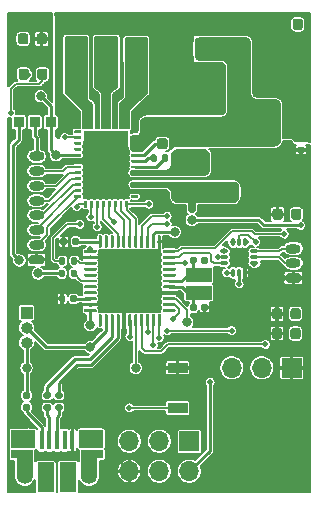
<source format=gbr>
%TF.GenerationSoftware,KiCad,Pcbnew,(5.1.9)-1*%
%TF.CreationDate,2021-05-05T17:41:08+02:00*%
%TF.ProjectId,Driverino,44726976-6572-4696-9e6f-2e6b69636164,rev?*%
%TF.SameCoordinates,Original*%
%TF.FileFunction,Copper,L1,Top*%
%TF.FilePolarity,Positive*%
%FSLAX46Y46*%
G04 Gerber Fmt 4.6, Leading zero omitted, Abs format (unit mm)*
G04 Created by KiCad (PCBNEW (5.1.9)-1) date 2021-05-05 17:41:08*
%MOMM*%
%LPD*%
G01*
G04 APERTURE LIST*
%TA.AperFunction,SMDPad,CuDef*%
%ADD10R,0.900000X0.900000*%
%TD*%
%TA.AperFunction,ComponentPad*%
%ADD11O,1.000000X1.000000*%
%TD*%
%TA.AperFunction,ComponentPad*%
%ADD12R,1.000000X1.000000*%
%TD*%
%TA.AperFunction,SMDPad,CuDef*%
%ADD13R,2.200000X1.150000*%
%TD*%
%TA.AperFunction,ComponentPad*%
%ADD14R,1.700000X1.700000*%
%TD*%
%TA.AperFunction,ComponentPad*%
%ADD15O,1.700000X1.700000*%
%TD*%
%TA.AperFunction,ComponentPad*%
%ADD16R,1.950000X1.950000*%
%TD*%
%TA.AperFunction,ComponentPad*%
%ADD17C,1.950000*%
%TD*%
%TA.AperFunction,SMDPad,CuDef*%
%ADD18R,3.700000X5.700000*%
%TD*%
%TA.AperFunction,ComponentPad*%
%ADD19C,0.400000*%
%TD*%
%TA.AperFunction,SMDPad,CuDef*%
%ADD20R,1.350000X2.000000*%
%TD*%
%TA.AperFunction,SMDPad,CuDef*%
%ADD21R,1.825000X0.700000*%
%TD*%
%TA.AperFunction,SMDPad,CuDef*%
%ADD22R,2.000000X1.500000*%
%TD*%
%TA.AperFunction,SMDPad,CuDef*%
%ADD23R,0.400000X1.650000*%
%TD*%
%TA.AperFunction,ComponentPad*%
%ADD24O,1.100000X1.500000*%
%TD*%
%TA.AperFunction,ComponentPad*%
%ADD25O,1.350000X1.700000*%
%TD*%
%TA.AperFunction,SMDPad,CuDef*%
%ADD26R,1.430000X2.500000*%
%TD*%
%TA.AperFunction,ComponentPad*%
%ADD27O,1.300000X0.800000*%
%TD*%
%TA.AperFunction,SMDPad,CuDef*%
%ADD28R,1.700000X0.900000*%
%TD*%
%TA.AperFunction,SMDPad,CuDef*%
%ADD29R,5.200000X5.200000*%
%TD*%
%TA.AperFunction,SMDPad,CuDef*%
%ADD30O,0.800000X0.300000*%
%TD*%
%TA.AperFunction,SMDPad,CuDef*%
%ADD31O,0.300000X0.800000*%
%TD*%
%TA.AperFunction,SMDPad,CuDef*%
%ADD32R,1.300000X1.300000*%
%TD*%
%TA.AperFunction,ViaPad*%
%ADD33C,0.500000*%
%TD*%
%TA.AperFunction,ViaPad*%
%ADD34C,0.800000*%
%TD*%
%TA.AperFunction,Conductor*%
%ADD35C,0.250000*%
%TD*%
%TA.AperFunction,Conductor*%
%ADD36C,0.150000*%
%TD*%
%TA.AperFunction,Conductor*%
%ADD37C,0.640000*%
%TD*%
%TA.AperFunction,Conductor*%
%ADD38C,0.127000*%
%TD*%
%TA.AperFunction,Conductor*%
%ADD39C,0.100000*%
%TD*%
G04 APERTURE END LIST*
%TO.P,F1,2*%
%TO.N,Net-(F1-Pad2)*%
%TA.AperFunction,SMDPad,CuDef*%
G36*
G01*
X133577500Y-109290000D02*
X133922500Y-109290000D01*
G75*
G02*
X134070000Y-109437500I0J-147500D01*
G01*
X134070000Y-109732500D01*
G75*
G02*
X133922500Y-109880000I-147500J0D01*
G01*
X133577500Y-109880000D01*
G75*
G02*
X133430000Y-109732500I0J147500D01*
G01*
X133430000Y-109437500D01*
G75*
G02*
X133577500Y-109290000I147500J0D01*
G01*
G37*
%TD.AperFunction*%
%TO.P,F1,1*%
%TO.N,VBUS*%
%TA.AperFunction,SMDPad,CuDef*%
G36*
G01*
X133577500Y-108320000D02*
X133922500Y-108320000D01*
G75*
G02*
X134070000Y-108467500I0J-147500D01*
G01*
X134070000Y-108762500D01*
G75*
G02*
X133922500Y-108910000I-147500J0D01*
G01*
X133577500Y-108910000D01*
G75*
G02*
X133430000Y-108762500I0J147500D01*
G01*
X133430000Y-108467500D01*
G75*
G02*
X133577500Y-108320000I147500J0D01*
G01*
G37*
%TD.AperFunction*%
%TD*%
D10*
%TO.P,JP2,3*%
%TO.N,+5V*%
X133100000Y-85450000D03*
%TO.P,JP2,1*%
%TO.N,+3.3V*%
X135800000Y-85450000D03*
%TO.P,JP2,2*%
%TO.N,Net-(JP2-Pad2)*%
X134450000Y-85450000D03*
%TD*%
D11*
%TO.P,JP1,3*%
%TO.N,VBUS*%
X133750000Y-104120000D03*
%TO.P,JP1,2*%
%TO.N,VCC*%
X133750000Y-102850000D03*
D12*
%TO.P,JP1,1*%
%TO.N,+5V*%
X133750000Y-101580000D03*
%TD*%
D13*
%TO.P,Y1,1*%
%TO.N,Net-(C11-Pad1)*%
X148350000Y-98375000D03*
%TO.P,Y1,2*%
%TO.N,Net-(C10-Pad1)*%
X148350000Y-99925000D03*
%TD*%
D14*
%TO.P,P2,1*%
%TO.N,/ARDUINO-MICRO/MISO*%
X147540000Y-112480000D03*
D15*
%TO.P,P2,2*%
%TO.N,VCC*%
X147540000Y-115020000D03*
%TO.P,P2,3*%
%TO.N,/ARDUINO-MICRO/SCK*%
X145000000Y-112480000D03*
%TO.P,P2,4*%
%TO.N,/ARDUINO-MICRO/MOSI*%
X145000000Y-115020000D03*
%TO.P,P2,5*%
%TO.N,/ARDUINO-MICRO/RESET*%
X142460000Y-112480000D03*
%TO.P,P2,6*%
%TO.N,GND*%
X142460000Y-115020000D03*
%TD*%
D16*
%TO.P,P7,1*%
%TO.N,/DRIVER/U*%
X143040000Y-79300000D03*
D17*
%TO.P,P7,2*%
%TO.N,/DRIVER/V*%
X140500000Y-79300000D03*
%TO.P,P7,3*%
%TO.N,/DRIVER/W*%
X137960000Y-79300000D03*
%TD*%
%TO.P,U3,1*%
%TO.N,Net-(U3-Pad1)*%
%TA.AperFunction,SMDPad,CuDef*%
G36*
G01*
X142650000Y-91625000D02*
X143150000Y-91625000D01*
G75*
G02*
X143200000Y-91675000I0J-50000D01*
G01*
X143200000Y-91825000D01*
G75*
G02*
X143150000Y-91875000I-50000J0D01*
G01*
X142650000Y-91875000D01*
G75*
G02*
X142600000Y-91825000I0J50000D01*
G01*
X142600000Y-91675000D01*
G75*
G02*
X142650000Y-91625000I50000J0D01*
G01*
G37*
%TD.AperFunction*%
%TO.P,U3,2*%
%TO.N,GND*%
%TA.AperFunction,SMDPad,CuDef*%
G36*
G01*
X142650000Y-91125000D02*
X143150000Y-91125000D01*
G75*
G02*
X143200000Y-91175000I0J-50000D01*
G01*
X143200000Y-91325000D01*
G75*
G02*
X143150000Y-91375000I-50000J0D01*
G01*
X142650000Y-91375000D01*
G75*
G02*
X142600000Y-91325000I0J50000D01*
G01*
X142600000Y-91175000D01*
G75*
G02*
X142650000Y-91125000I50000J0D01*
G01*
G37*
%TD.AperFunction*%
%TO.P,U3,3*%
%TO.N,/DRIVER/FB*%
%TA.AperFunction,SMDPad,CuDef*%
G36*
G01*
X142650000Y-90625000D02*
X143150000Y-90625000D01*
G75*
G02*
X143200000Y-90675000I0J-50000D01*
G01*
X143200000Y-90825000D01*
G75*
G02*
X143150000Y-90875000I-50000J0D01*
G01*
X142650000Y-90875000D01*
G75*
G02*
X142600000Y-90825000I0J50000D01*
G01*
X142600000Y-90675000D01*
G75*
G02*
X142650000Y-90625000I50000J0D01*
G01*
G37*
%TD.AperFunction*%
%TO.P,U3,4*%
%TO.N,GND*%
%TA.AperFunction,SMDPad,CuDef*%
G36*
G01*
X142650000Y-90125000D02*
X143150000Y-90125000D01*
G75*
G02*
X143200000Y-90175000I0J-50000D01*
G01*
X143200000Y-90325000D01*
G75*
G02*
X143150000Y-90375000I-50000J0D01*
G01*
X142650000Y-90375000D01*
G75*
G02*
X142600000Y-90325000I0J50000D01*
G01*
X142600000Y-90175000D01*
G75*
G02*
X142650000Y-90125000I50000J0D01*
G01*
G37*
%TD.AperFunction*%
%TO.P,U3,5*%
%TO.N,/DRIVER/SW*%
%TA.AperFunction,SMDPad,CuDef*%
G36*
G01*
X142650000Y-89625000D02*
X143150000Y-89625000D01*
G75*
G02*
X143200000Y-89675000I0J-50000D01*
G01*
X143200000Y-89825000D01*
G75*
G02*
X143150000Y-89875000I-50000J0D01*
G01*
X142650000Y-89875000D01*
G75*
G02*
X142600000Y-89825000I0J50000D01*
G01*
X142600000Y-89675000D01*
G75*
G02*
X142650000Y-89625000I50000J0D01*
G01*
G37*
%TD.AperFunction*%
%TO.P,U3,6*%
%TO.N,Net-(C21-Pad2)*%
%TA.AperFunction,SMDPad,CuDef*%
G36*
G01*
X142650000Y-89125000D02*
X143150000Y-89125000D01*
G75*
G02*
X143200000Y-89175000I0J-50000D01*
G01*
X143200000Y-89325000D01*
G75*
G02*
X143150000Y-89375000I-50000J0D01*
G01*
X142650000Y-89375000D01*
G75*
G02*
X142600000Y-89325000I0J50000D01*
G01*
X142600000Y-89175000D01*
G75*
G02*
X142650000Y-89125000I50000J0D01*
G01*
G37*
%TD.AperFunction*%
%TO.P,U3,7*%
%TO.N,Net-(C21-Pad1)*%
%TA.AperFunction,SMDPad,CuDef*%
G36*
G01*
X142650000Y-88625000D02*
X143150000Y-88625000D01*
G75*
G02*
X143200000Y-88675000I0J-50000D01*
G01*
X143200000Y-88825000D01*
G75*
G02*
X143150000Y-88875000I-50000J0D01*
G01*
X142650000Y-88875000D01*
G75*
G02*
X142600000Y-88825000I0J50000D01*
G01*
X142600000Y-88675000D01*
G75*
G02*
X142650000Y-88625000I50000J0D01*
G01*
G37*
%TD.AperFunction*%
%TO.P,U3,8*%
%TO.N,Net-(C19-Pad1)*%
%TA.AperFunction,SMDPad,CuDef*%
G36*
G01*
X142650000Y-88125000D02*
X143150000Y-88125000D01*
G75*
G02*
X143200000Y-88175000I0J-50000D01*
G01*
X143200000Y-88325000D01*
G75*
G02*
X143150000Y-88375000I-50000J0D01*
G01*
X142650000Y-88375000D01*
G75*
G02*
X142600000Y-88325000I0J50000D01*
G01*
X142600000Y-88175000D01*
G75*
G02*
X142650000Y-88125000I50000J0D01*
G01*
G37*
%TD.AperFunction*%
%TO.P,U3,9*%
%TO.N,HT*%
%TA.AperFunction,SMDPad,CuDef*%
G36*
G01*
X142650000Y-87625000D02*
X143150000Y-87625000D01*
G75*
G02*
X143200000Y-87675000I0J-50000D01*
G01*
X143200000Y-87825000D01*
G75*
G02*
X143150000Y-87875000I-50000J0D01*
G01*
X142650000Y-87875000D01*
G75*
G02*
X142600000Y-87825000I0J50000D01*
G01*
X142600000Y-87675000D01*
G75*
G02*
X142650000Y-87625000I50000J0D01*
G01*
G37*
%TD.AperFunction*%
%TO.P,U3,10*%
%TA.AperFunction,SMDPad,CuDef*%
G36*
G01*
X142650000Y-87125000D02*
X143150000Y-87125000D01*
G75*
G02*
X143200000Y-87175000I0J-50000D01*
G01*
X143200000Y-87325000D01*
G75*
G02*
X143150000Y-87375000I-50000J0D01*
G01*
X142650000Y-87375000D01*
G75*
G02*
X142600000Y-87325000I0J50000D01*
G01*
X142600000Y-87175000D01*
G75*
G02*
X142650000Y-87125000I50000J0D01*
G01*
G37*
%TD.AperFunction*%
%TO.P,U3,11*%
%TA.AperFunction,SMDPad,CuDef*%
G36*
G01*
X142650000Y-86625000D02*
X143150000Y-86625000D01*
G75*
G02*
X143200000Y-86675000I0J-50000D01*
G01*
X143200000Y-86825000D01*
G75*
G02*
X143150000Y-86875000I-50000J0D01*
G01*
X142650000Y-86875000D01*
G75*
G02*
X142600000Y-86825000I0J50000D01*
G01*
X142600000Y-86675000D01*
G75*
G02*
X142650000Y-86625000I50000J0D01*
G01*
G37*
%TD.AperFunction*%
%TO.P,U3,12*%
%TO.N,GNDPWR*%
%TA.AperFunction,SMDPad,CuDef*%
G36*
G01*
X142650000Y-86125000D02*
X143150000Y-86125000D01*
G75*
G02*
X143200000Y-86175000I0J-50000D01*
G01*
X143200000Y-86325000D01*
G75*
G02*
X143150000Y-86375000I-50000J0D01*
G01*
X142650000Y-86375000D01*
G75*
G02*
X142600000Y-86325000I0J50000D01*
G01*
X142600000Y-86175000D01*
G75*
G02*
X142650000Y-86125000I50000J0D01*
G01*
G37*
%TD.AperFunction*%
%TO.P,U3,13*%
%TO.N,/DRIVER/U*%
%TA.AperFunction,SMDPad,CuDef*%
G36*
G01*
X142125000Y-85850000D02*
X142125000Y-85350000D01*
G75*
G02*
X142175000Y-85300000I50000J0D01*
G01*
X142325000Y-85300000D01*
G75*
G02*
X142375000Y-85350000I0J-50000D01*
G01*
X142375000Y-85850000D01*
G75*
G02*
X142325000Y-85900000I-50000J0D01*
G01*
X142175000Y-85900000D01*
G75*
G02*
X142125000Y-85850000I0J50000D01*
G01*
G37*
%TD.AperFunction*%
%TO.P,U3,14*%
%TA.AperFunction,SMDPad,CuDef*%
G36*
G01*
X141625000Y-85850000D02*
X141625000Y-85350000D01*
G75*
G02*
X141675000Y-85300000I50000J0D01*
G01*
X141825000Y-85300000D01*
G75*
G02*
X141875000Y-85350000I0J-50000D01*
G01*
X141875000Y-85850000D01*
G75*
G02*
X141825000Y-85900000I-50000J0D01*
G01*
X141675000Y-85900000D01*
G75*
G02*
X141625000Y-85850000I0J50000D01*
G01*
G37*
%TD.AperFunction*%
%TO.P,U3,15*%
%TO.N,GNDPWR*%
%TA.AperFunction,SMDPad,CuDef*%
G36*
G01*
X141125000Y-85850000D02*
X141125000Y-85350000D01*
G75*
G02*
X141175000Y-85300000I50000J0D01*
G01*
X141325000Y-85300000D01*
G75*
G02*
X141375000Y-85350000I0J-50000D01*
G01*
X141375000Y-85850000D01*
G75*
G02*
X141325000Y-85900000I-50000J0D01*
G01*
X141175000Y-85900000D01*
G75*
G02*
X141125000Y-85850000I0J50000D01*
G01*
G37*
%TD.AperFunction*%
%TO.P,U3,16*%
%TO.N,/DRIVER/V*%
%TA.AperFunction,SMDPad,CuDef*%
G36*
G01*
X140625000Y-85850000D02*
X140625000Y-85350000D01*
G75*
G02*
X140675000Y-85300000I50000J0D01*
G01*
X140825000Y-85300000D01*
G75*
G02*
X140875000Y-85350000I0J-50000D01*
G01*
X140875000Y-85850000D01*
G75*
G02*
X140825000Y-85900000I-50000J0D01*
G01*
X140675000Y-85900000D01*
G75*
G02*
X140625000Y-85850000I0J50000D01*
G01*
G37*
%TD.AperFunction*%
%TO.P,U3,17*%
%TA.AperFunction,SMDPad,CuDef*%
G36*
G01*
X140125000Y-85850000D02*
X140125000Y-85350000D01*
G75*
G02*
X140175000Y-85300000I50000J0D01*
G01*
X140325000Y-85300000D01*
G75*
G02*
X140375000Y-85350000I0J-50000D01*
G01*
X140375000Y-85850000D01*
G75*
G02*
X140325000Y-85900000I-50000J0D01*
G01*
X140175000Y-85900000D01*
G75*
G02*
X140125000Y-85850000I0J50000D01*
G01*
G37*
%TD.AperFunction*%
%TO.P,U3,18*%
%TO.N,GNDPWR*%
%TA.AperFunction,SMDPad,CuDef*%
G36*
G01*
X139625000Y-85850000D02*
X139625000Y-85350000D01*
G75*
G02*
X139675000Y-85300000I50000J0D01*
G01*
X139825000Y-85300000D01*
G75*
G02*
X139875000Y-85350000I0J-50000D01*
G01*
X139875000Y-85850000D01*
G75*
G02*
X139825000Y-85900000I-50000J0D01*
G01*
X139675000Y-85900000D01*
G75*
G02*
X139625000Y-85850000I0J50000D01*
G01*
G37*
%TD.AperFunction*%
%TO.P,U3,19*%
%TO.N,/DRIVER/W*%
%TA.AperFunction,SMDPad,CuDef*%
G36*
G01*
X139125000Y-85850000D02*
X139125000Y-85350000D01*
G75*
G02*
X139175000Y-85300000I50000J0D01*
G01*
X139325000Y-85300000D01*
G75*
G02*
X139375000Y-85350000I0J-50000D01*
G01*
X139375000Y-85850000D01*
G75*
G02*
X139325000Y-85900000I-50000J0D01*
G01*
X139175000Y-85900000D01*
G75*
G02*
X139125000Y-85850000I0J50000D01*
G01*
G37*
%TD.AperFunction*%
%TO.P,U3,20*%
%TA.AperFunction,SMDPad,CuDef*%
G36*
G01*
X138625000Y-85850000D02*
X138625000Y-85350000D01*
G75*
G02*
X138675000Y-85300000I50000J0D01*
G01*
X138825000Y-85300000D01*
G75*
G02*
X138875000Y-85350000I0J-50000D01*
G01*
X138875000Y-85850000D01*
G75*
G02*
X138825000Y-85900000I-50000J0D01*
G01*
X138675000Y-85900000D01*
G75*
G02*
X138625000Y-85850000I0J50000D01*
G01*
G37*
%TD.AperFunction*%
%TO.P,U3,21*%
%TO.N,/ARDUINO-MICRO/DRVOFF*%
%TA.AperFunction,SMDPad,CuDef*%
G36*
G01*
X137850000Y-86125000D02*
X138350000Y-86125000D01*
G75*
G02*
X138400000Y-86175000I0J-50000D01*
G01*
X138400000Y-86325000D01*
G75*
G02*
X138350000Y-86375000I-50000J0D01*
G01*
X137850000Y-86375000D01*
G75*
G02*
X137800000Y-86325000I0J50000D01*
G01*
X137800000Y-86175000D01*
G75*
G02*
X137850000Y-86125000I50000J0D01*
G01*
G37*
%TD.AperFunction*%
%TO.P,U3,22*%
%TO.N,/ARDUINO-MICRO/FAULT*%
%TA.AperFunction,SMDPad,CuDef*%
G36*
G01*
X137850000Y-86625000D02*
X138350000Y-86625000D01*
G75*
G02*
X138400000Y-86675000I0J-50000D01*
G01*
X138400000Y-86825000D01*
G75*
G02*
X138350000Y-86875000I-50000J0D01*
G01*
X137850000Y-86875000D01*
G75*
G02*
X137800000Y-86825000I0J50000D01*
G01*
X137800000Y-86675000D01*
G75*
G02*
X137850000Y-86625000I50000J0D01*
G01*
G37*
%TD.AperFunction*%
%TO.P,U3,23*%
%TO.N,/DRIVER/SLEEP*%
%TA.AperFunction,SMDPad,CuDef*%
G36*
G01*
X137850000Y-87125000D02*
X138350000Y-87125000D01*
G75*
G02*
X138400000Y-87175000I0J-50000D01*
G01*
X138400000Y-87325000D01*
G75*
G02*
X138350000Y-87375000I-50000J0D01*
G01*
X137850000Y-87375000D01*
G75*
G02*
X137800000Y-87325000I0J50000D01*
G01*
X137800000Y-87175000D01*
G75*
G02*
X137850000Y-87125000I50000J0D01*
G01*
G37*
%TD.AperFunction*%
%TO.P,U3,24*%
%TO.N,Net-(U3-Pad24)*%
%TA.AperFunction,SMDPad,CuDef*%
G36*
G01*
X137850000Y-87625000D02*
X138350000Y-87625000D01*
G75*
G02*
X138400000Y-87675000I0J-50000D01*
G01*
X138400000Y-87825000D01*
G75*
G02*
X138350000Y-87875000I-50000J0D01*
G01*
X137850000Y-87875000D01*
G75*
G02*
X137800000Y-87825000I0J50000D01*
G01*
X137800000Y-87675000D01*
G75*
G02*
X137850000Y-87625000I50000J0D01*
G01*
G37*
%TD.AperFunction*%
%TO.P,U3,25*%
%TO.N,+3.3V*%
%TA.AperFunction,SMDPad,CuDef*%
G36*
G01*
X137850000Y-88125000D02*
X138350000Y-88125000D01*
G75*
G02*
X138400000Y-88175000I0J-50000D01*
G01*
X138400000Y-88325000D01*
G75*
G02*
X138350000Y-88375000I-50000J0D01*
G01*
X137850000Y-88375000D01*
G75*
G02*
X137800000Y-88325000I0J50000D01*
G01*
X137800000Y-88175000D01*
G75*
G02*
X137850000Y-88125000I50000J0D01*
G01*
G37*
%TD.AperFunction*%
%TO.P,U3,26*%
%TO.N,GND*%
%TA.AperFunction,SMDPad,CuDef*%
G36*
G01*
X137850000Y-88625000D02*
X138350000Y-88625000D01*
G75*
G02*
X138400000Y-88675000I0J-50000D01*
G01*
X138400000Y-88825000D01*
G75*
G02*
X138350000Y-88875000I-50000J0D01*
G01*
X137850000Y-88875000D01*
G75*
G02*
X137800000Y-88825000I0J50000D01*
G01*
X137800000Y-88675000D01*
G75*
G02*
X137850000Y-88625000I50000J0D01*
G01*
G37*
%TD.AperFunction*%
%TO.P,U3,27*%
%TO.N,/DRIVER/HAP*%
%TA.AperFunction,SMDPad,CuDef*%
G36*
G01*
X137850000Y-89125000D02*
X138350000Y-89125000D01*
G75*
G02*
X138400000Y-89175000I0J-50000D01*
G01*
X138400000Y-89325000D01*
G75*
G02*
X138350000Y-89375000I-50000J0D01*
G01*
X137850000Y-89375000D01*
G75*
G02*
X137800000Y-89325000I0J50000D01*
G01*
X137800000Y-89175000D01*
G75*
G02*
X137850000Y-89125000I50000J0D01*
G01*
G37*
%TD.AperFunction*%
%TO.P,U3,28*%
%TO.N,/DRIVER/HAN*%
%TA.AperFunction,SMDPad,CuDef*%
G36*
G01*
X137850000Y-89625000D02*
X138350000Y-89625000D01*
G75*
G02*
X138400000Y-89675000I0J-50000D01*
G01*
X138400000Y-89825000D01*
G75*
G02*
X138350000Y-89875000I-50000J0D01*
G01*
X137850000Y-89875000D01*
G75*
G02*
X137800000Y-89825000I0J50000D01*
G01*
X137800000Y-89675000D01*
G75*
G02*
X137850000Y-89625000I50000J0D01*
G01*
G37*
%TD.AperFunction*%
%TO.P,U3,29*%
%TO.N,/DRIVER/HBP*%
%TA.AperFunction,SMDPad,CuDef*%
G36*
G01*
X137850000Y-90125000D02*
X138350000Y-90125000D01*
G75*
G02*
X138400000Y-90175000I0J-50000D01*
G01*
X138400000Y-90325000D01*
G75*
G02*
X138350000Y-90375000I-50000J0D01*
G01*
X137850000Y-90375000D01*
G75*
G02*
X137800000Y-90325000I0J50000D01*
G01*
X137800000Y-90175000D01*
G75*
G02*
X137850000Y-90125000I50000J0D01*
G01*
G37*
%TD.AperFunction*%
%TO.P,U3,30*%
%TO.N,/DRIVER/HBN*%
%TA.AperFunction,SMDPad,CuDef*%
G36*
G01*
X137850000Y-90625000D02*
X138350000Y-90625000D01*
G75*
G02*
X138400000Y-90675000I0J-50000D01*
G01*
X138400000Y-90825000D01*
G75*
G02*
X138350000Y-90875000I-50000J0D01*
G01*
X137850000Y-90875000D01*
G75*
G02*
X137800000Y-90825000I0J50000D01*
G01*
X137800000Y-90675000D01*
G75*
G02*
X137850000Y-90625000I50000J0D01*
G01*
G37*
%TD.AperFunction*%
%TO.P,U3,31*%
%TO.N,/DRIVER/HCP*%
%TA.AperFunction,SMDPad,CuDef*%
G36*
G01*
X137850000Y-91125000D02*
X138350000Y-91125000D01*
G75*
G02*
X138400000Y-91175000I0J-50000D01*
G01*
X138400000Y-91325000D01*
G75*
G02*
X138350000Y-91375000I-50000J0D01*
G01*
X137850000Y-91375000D01*
G75*
G02*
X137800000Y-91325000I0J50000D01*
G01*
X137800000Y-91175000D01*
G75*
G02*
X137850000Y-91125000I50000J0D01*
G01*
G37*
%TD.AperFunction*%
%TO.P,U3,32*%
%TO.N,/DRIVER/HCN*%
%TA.AperFunction,SMDPad,CuDef*%
G36*
G01*
X137850000Y-91625000D02*
X138350000Y-91625000D01*
G75*
G02*
X138400000Y-91675000I0J-50000D01*
G01*
X138400000Y-91825000D01*
G75*
G02*
X138350000Y-91875000I-50000J0D01*
G01*
X137850000Y-91875000D01*
G75*
G02*
X137800000Y-91825000I0J50000D01*
G01*
X137800000Y-91675000D01*
G75*
G02*
X137850000Y-91625000I50000J0D01*
G01*
G37*
%TD.AperFunction*%
%TO.P,U3,33*%
%TO.N,/ARDUINO-MICRO/MISO*%
%TA.AperFunction,SMDPad,CuDef*%
G36*
G01*
X138625000Y-92650000D02*
X138625000Y-92150000D01*
G75*
G02*
X138675000Y-92100000I50000J0D01*
G01*
X138825000Y-92100000D01*
G75*
G02*
X138875000Y-92150000I0J-50000D01*
G01*
X138875000Y-92650000D01*
G75*
G02*
X138825000Y-92700000I-50000J0D01*
G01*
X138675000Y-92700000D01*
G75*
G02*
X138625000Y-92650000I0J50000D01*
G01*
G37*
%TD.AperFunction*%
%TO.P,U3,34*%
%TO.N,/ARDUINO-MICRO/MOSI*%
%TA.AperFunction,SMDPad,CuDef*%
G36*
G01*
X139125000Y-92650000D02*
X139125000Y-92150000D01*
G75*
G02*
X139175000Y-92100000I50000J0D01*
G01*
X139325000Y-92100000D01*
G75*
G02*
X139375000Y-92150000I0J-50000D01*
G01*
X139375000Y-92650000D01*
G75*
G02*
X139325000Y-92700000I-50000J0D01*
G01*
X139175000Y-92700000D01*
G75*
G02*
X139125000Y-92650000I0J50000D01*
G01*
G37*
%TD.AperFunction*%
%TO.P,U3,35*%
%TO.N,/ARDUINO-MICRO/SCK*%
%TA.AperFunction,SMDPad,CuDef*%
G36*
G01*
X139625000Y-92650000D02*
X139625000Y-92150000D01*
G75*
G02*
X139675000Y-92100000I50000J0D01*
G01*
X139825000Y-92100000D01*
G75*
G02*
X139875000Y-92150000I0J-50000D01*
G01*
X139875000Y-92650000D01*
G75*
G02*
X139825000Y-92700000I-50000J0D01*
G01*
X139675000Y-92700000D01*
G75*
G02*
X139625000Y-92650000I0J50000D01*
G01*
G37*
%TD.AperFunction*%
%TO.P,U3,36*%
%TO.N,/ARDUINO-MICRO/CS2*%
%TA.AperFunction,SMDPad,CuDef*%
G36*
G01*
X140125000Y-92650000D02*
X140125000Y-92150000D01*
G75*
G02*
X140175000Y-92100000I50000J0D01*
G01*
X140325000Y-92100000D01*
G75*
G02*
X140375000Y-92150000I0J-50000D01*
G01*
X140375000Y-92650000D01*
G75*
G02*
X140325000Y-92700000I-50000J0D01*
G01*
X140175000Y-92700000D01*
G75*
G02*
X140125000Y-92650000I0J50000D01*
G01*
G37*
%TD.AperFunction*%
%TO.P,U3,37*%
%TO.N,/ARDUINO-MICRO/ILIM*%
%TA.AperFunction,SMDPad,CuDef*%
G36*
G01*
X140625000Y-92650000D02*
X140625000Y-92150000D01*
G75*
G02*
X140675000Y-92100000I50000J0D01*
G01*
X140825000Y-92100000D01*
G75*
G02*
X140875000Y-92150000I0J-50000D01*
G01*
X140875000Y-92650000D01*
G75*
G02*
X140825000Y-92700000I-50000J0D01*
G01*
X140675000Y-92700000D01*
G75*
G02*
X140625000Y-92650000I0J50000D01*
G01*
G37*
%TD.AperFunction*%
%TO.P,U3,38*%
%TO.N,/ARDUINO-MICRO/BRAKE*%
%TA.AperFunction,SMDPad,CuDef*%
G36*
G01*
X141125000Y-92650000D02*
X141125000Y-92150000D01*
G75*
G02*
X141175000Y-92100000I50000J0D01*
G01*
X141325000Y-92100000D01*
G75*
G02*
X141375000Y-92150000I0J-50000D01*
G01*
X141375000Y-92650000D01*
G75*
G02*
X141325000Y-92700000I-50000J0D01*
G01*
X141175000Y-92700000D01*
G75*
G02*
X141125000Y-92650000I0J50000D01*
G01*
G37*
%TD.AperFunction*%
%TO.P,U3,39*%
%TO.N,/ARDUINO-MICRO/PWM*%
%TA.AperFunction,SMDPad,CuDef*%
G36*
G01*
X141625000Y-92650000D02*
X141625000Y-92150000D01*
G75*
G02*
X141675000Y-92100000I50000J0D01*
G01*
X141825000Y-92100000D01*
G75*
G02*
X141875000Y-92150000I0J-50000D01*
G01*
X141875000Y-92650000D01*
G75*
G02*
X141825000Y-92700000I-50000J0D01*
G01*
X141675000Y-92700000D01*
G75*
G02*
X141625000Y-92650000I0J50000D01*
G01*
G37*
%TD.AperFunction*%
%TO.P,U3,40*%
%TO.N,/ARDUINO-MICRO/FGOUT*%
%TA.AperFunction,SMDPad,CuDef*%
G36*
G01*
X142125000Y-92650000D02*
X142125000Y-92150000D01*
G75*
G02*
X142175000Y-92100000I50000J0D01*
G01*
X142325000Y-92100000D01*
G75*
G02*
X142375000Y-92150000I0J-50000D01*
G01*
X142375000Y-92650000D01*
G75*
G02*
X142325000Y-92700000I-50000J0D01*
G01*
X142175000Y-92700000D01*
G75*
G02*
X142125000Y-92650000I0J50000D01*
G01*
G37*
%TD.AperFunction*%
D18*
%TO.P,U3,41*%
%TO.N,GND*%
X140500000Y-89000000D03*
D19*
X139875000Y-89000000D03*
X141125000Y-89000000D03*
X142100000Y-89000000D03*
X138900000Y-89000000D03*
X139875000Y-90350000D03*
X141125000Y-90350000D03*
X142100000Y-90350000D03*
X138900000Y-90350000D03*
X139875000Y-91600000D03*
X141125000Y-91600000D03*
X139875000Y-87650000D03*
X141125000Y-87650000D03*
X142100000Y-87650000D03*
X138900000Y-87650000D03*
X139875000Y-86400000D03*
X141125000Y-86400000D03*
%TD*%
%TO.P,C8,1*%
%TO.N,GND*%
%TA.AperFunction,SMDPad,CuDef*%
G36*
G01*
X136490000Y-100570000D02*
X136490000Y-100230000D01*
G75*
G02*
X136630000Y-100090000I140000J0D01*
G01*
X136910000Y-100090000D01*
G75*
G02*
X137050000Y-100230000I0J-140000D01*
G01*
X137050000Y-100570000D01*
G75*
G02*
X136910000Y-100710000I-140000J0D01*
G01*
X136630000Y-100710000D01*
G75*
G02*
X136490000Y-100570000I0J140000D01*
G01*
G37*
%TD.AperFunction*%
%TO.P,C8,2*%
%TO.N,Net-(C8-Pad2)*%
%TA.AperFunction,SMDPad,CuDef*%
G36*
G01*
X137450000Y-100570000D02*
X137450000Y-100230000D01*
G75*
G02*
X137590000Y-100090000I140000J0D01*
G01*
X137870000Y-100090000D01*
G75*
G02*
X138010000Y-100230000I0J-140000D01*
G01*
X138010000Y-100570000D01*
G75*
G02*
X137870000Y-100710000I-140000J0D01*
G01*
X137590000Y-100710000D01*
G75*
G02*
X137450000Y-100570000I0J140000D01*
G01*
G37*
%TD.AperFunction*%
%TD*%
%TO.P,C10,1*%
%TO.N,Net-(C10-Pad1)*%
%TA.AperFunction,SMDPad,CuDef*%
G36*
G01*
X147590000Y-101320000D02*
X147590000Y-100980000D01*
G75*
G02*
X147730000Y-100840000I140000J0D01*
G01*
X148010000Y-100840000D01*
G75*
G02*
X148150000Y-100980000I0J-140000D01*
G01*
X148150000Y-101320000D01*
G75*
G02*
X148010000Y-101460000I-140000J0D01*
G01*
X147730000Y-101460000D01*
G75*
G02*
X147590000Y-101320000I0J140000D01*
G01*
G37*
%TD.AperFunction*%
%TO.P,C10,2*%
%TO.N,GND*%
%TA.AperFunction,SMDPad,CuDef*%
G36*
G01*
X148550000Y-101320000D02*
X148550000Y-100980000D01*
G75*
G02*
X148690000Y-100840000I140000J0D01*
G01*
X148970000Y-100840000D01*
G75*
G02*
X149110000Y-100980000I0J-140000D01*
G01*
X149110000Y-101320000D01*
G75*
G02*
X148970000Y-101460000I-140000J0D01*
G01*
X148690000Y-101460000D01*
G75*
G02*
X148550000Y-101320000I0J140000D01*
G01*
G37*
%TD.AperFunction*%
%TD*%
%TO.P,C11,2*%
%TO.N,GND*%
%TA.AperFunction,SMDPad,CuDef*%
G36*
G01*
X148550000Y-97320000D02*
X148550000Y-96980000D01*
G75*
G02*
X148690000Y-96840000I140000J0D01*
G01*
X148970000Y-96840000D01*
G75*
G02*
X149110000Y-96980000I0J-140000D01*
G01*
X149110000Y-97320000D01*
G75*
G02*
X148970000Y-97460000I-140000J0D01*
G01*
X148690000Y-97460000D01*
G75*
G02*
X148550000Y-97320000I0J140000D01*
G01*
G37*
%TD.AperFunction*%
%TO.P,C11,1*%
%TO.N,Net-(C11-Pad1)*%
%TA.AperFunction,SMDPad,CuDef*%
G36*
G01*
X147590000Y-97320000D02*
X147590000Y-96980000D01*
G75*
G02*
X147730000Y-96840000I140000J0D01*
G01*
X148010000Y-96840000D01*
G75*
G02*
X148150000Y-96980000I0J-140000D01*
G01*
X148150000Y-97320000D01*
G75*
G02*
X148010000Y-97460000I-140000J0D01*
G01*
X147730000Y-97460000D01*
G75*
G02*
X147590000Y-97320000I0J140000D01*
G01*
G37*
%TD.AperFunction*%
%TD*%
%TO.P,C17,1*%
%TO.N,HT*%
%TA.AperFunction,SMDPad,CuDef*%
G36*
G01*
X154800000Y-87200000D02*
X153700000Y-87200000D01*
G75*
G02*
X153450000Y-86950000I0J250000D01*
G01*
X153450000Y-83950000D01*
G75*
G02*
X153700000Y-83700000I250000J0D01*
G01*
X154800000Y-83700000D01*
G75*
G02*
X155050000Y-83950000I0J-250000D01*
G01*
X155050000Y-86950000D01*
G75*
G02*
X154800000Y-87200000I-250000J0D01*
G01*
G37*
%TD.AperFunction*%
%TO.P,C17,2*%
%TO.N,GNDPWR*%
%TA.AperFunction,SMDPad,CuDef*%
G36*
G01*
X154800000Y-81800000D02*
X153700000Y-81800000D01*
G75*
G02*
X153450000Y-81550000I0J250000D01*
G01*
X153450000Y-78550000D01*
G75*
G02*
X153700000Y-78300000I250000J0D01*
G01*
X154800000Y-78300000D01*
G75*
G02*
X155050000Y-78550000I0J-250000D01*
G01*
X155050000Y-81550000D01*
G75*
G02*
X154800000Y-81800000I-250000J0D01*
G01*
G37*
%TD.AperFunction*%
%TD*%
%TO.P,C18,2*%
%TO.N,GNDPWR*%
%TA.AperFunction,SMDPad,CuDef*%
G36*
G01*
X150150001Y-84350000D02*
X148849999Y-84350000D01*
G75*
G02*
X148600000Y-84100001I0J249999D01*
G01*
X148600000Y-83449999D01*
G75*
G02*
X148849999Y-83200000I249999J0D01*
G01*
X150150001Y-83200000D01*
G75*
G02*
X150400000Y-83449999I0J-249999D01*
G01*
X150400000Y-84100001D01*
G75*
G02*
X150150001Y-84350000I-249999J0D01*
G01*
G37*
%TD.AperFunction*%
%TO.P,C18,1*%
%TO.N,HT*%
%TA.AperFunction,SMDPad,CuDef*%
G36*
G01*
X150150001Y-87300000D02*
X148849999Y-87300000D01*
G75*
G02*
X148600000Y-87050001I0J249999D01*
G01*
X148600000Y-86399999D01*
G75*
G02*
X148849999Y-86150000I249999J0D01*
G01*
X150150001Y-86150000D01*
G75*
G02*
X150400000Y-86399999I0J-249999D01*
G01*
X150400000Y-87050001D01*
G75*
G02*
X150150001Y-87300000I-249999J0D01*
G01*
G37*
%TD.AperFunction*%
%TD*%
%TO.P,C19,1*%
%TO.N,Net-(C19-Pad1)*%
%TA.AperFunction,SMDPad,CuDef*%
G36*
G01*
X145500000Y-87725000D02*
X145000000Y-87725000D01*
G75*
G02*
X144775000Y-87500000I0J225000D01*
G01*
X144775000Y-87050000D01*
G75*
G02*
X145000000Y-86825000I225000J0D01*
G01*
X145500000Y-86825000D01*
G75*
G02*
X145725000Y-87050000I0J-225000D01*
G01*
X145725000Y-87500000D01*
G75*
G02*
X145500000Y-87725000I-225000J0D01*
G01*
G37*
%TD.AperFunction*%
%TO.P,C19,2*%
%TO.N,HT*%
%TA.AperFunction,SMDPad,CuDef*%
G36*
G01*
X145500000Y-86175000D02*
X145000000Y-86175000D01*
G75*
G02*
X144775000Y-85950000I0J225000D01*
G01*
X144775000Y-85500000D01*
G75*
G02*
X145000000Y-85275000I225000J0D01*
G01*
X145500000Y-85275000D01*
G75*
G02*
X145725000Y-85500000I0J-225000D01*
G01*
X145725000Y-85950000D01*
G75*
G02*
X145500000Y-86175000I-225000J0D01*
G01*
G37*
%TD.AperFunction*%
%TD*%
%TO.P,C20,1*%
%TO.N,HT*%
%TA.AperFunction,SMDPad,CuDef*%
G36*
G01*
X146670000Y-85760000D02*
X146330000Y-85760000D01*
G75*
G02*
X146190000Y-85620000I0J140000D01*
G01*
X146190000Y-85340000D01*
G75*
G02*
X146330000Y-85200000I140000J0D01*
G01*
X146670000Y-85200000D01*
G75*
G02*
X146810000Y-85340000I0J-140000D01*
G01*
X146810000Y-85620000D01*
G75*
G02*
X146670000Y-85760000I-140000J0D01*
G01*
G37*
%TD.AperFunction*%
%TO.P,C20,2*%
%TO.N,GNDPWR*%
%TA.AperFunction,SMDPad,CuDef*%
G36*
G01*
X146670000Y-84800000D02*
X146330000Y-84800000D01*
G75*
G02*
X146190000Y-84660000I0J140000D01*
G01*
X146190000Y-84380000D01*
G75*
G02*
X146330000Y-84240000I140000J0D01*
G01*
X146670000Y-84240000D01*
G75*
G02*
X146810000Y-84380000I0J-140000D01*
G01*
X146810000Y-84660000D01*
G75*
G02*
X146670000Y-84800000I-140000J0D01*
G01*
G37*
%TD.AperFunction*%
%TD*%
%TO.P,C21,2*%
%TO.N,Net-(C21-Pad2)*%
%TA.AperFunction,SMDPad,CuDef*%
G36*
G01*
X145200000Y-88670000D02*
X145200000Y-88330000D01*
G75*
G02*
X145340000Y-88190000I140000J0D01*
G01*
X145620000Y-88190000D01*
G75*
G02*
X145760000Y-88330000I0J-140000D01*
G01*
X145760000Y-88670000D01*
G75*
G02*
X145620000Y-88810000I-140000J0D01*
G01*
X145340000Y-88810000D01*
G75*
G02*
X145200000Y-88670000I0J140000D01*
G01*
G37*
%TD.AperFunction*%
%TO.P,C21,1*%
%TO.N,Net-(C21-Pad1)*%
%TA.AperFunction,SMDPad,CuDef*%
G36*
G01*
X144240000Y-88670000D02*
X144240000Y-88330000D01*
G75*
G02*
X144380000Y-88190000I140000J0D01*
G01*
X144660000Y-88190000D01*
G75*
G02*
X144800000Y-88330000I0J-140000D01*
G01*
X144800000Y-88670000D01*
G75*
G02*
X144660000Y-88810000I-140000J0D01*
G01*
X144380000Y-88810000D01*
G75*
G02*
X144240000Y-88670000I0J140000D01*
G01*
G37*
%TD.AperFunction*%
%TD*%
%TO.P,C22,1*%
%TO.N,GND*%
%TA.AperFunction,SMDPad,CuDef*%
G36*
G01*
X149849999Y-87950000D02*
X151150001Y-87950000D01*
G75*
G02*
X151400000Y-88199999I0J-249999D01*
G01*
X151400000Y-88850001D01*
G75*
G02*
X151150001Y-89100000I-249999J0D01*
G01*
X149849999Y-89100000D01*
G75*
G02*
X149600000Y-88850001I0J249999D01*
G01*
X149600000Y-88199999D01*
G75*
G02*
X149849999Y-87950000I249999J0D01*
G01*
G37*
%TD.AperFunction*%
%TO.P,C22,2*%
%TO.N,/DRIVER/FB*%
%TA.AperFunction,SMDPad,CuDef*%
G36*
G01*
X149849999Y-90900000D02*
X151150001Y-90900000D01*
G75*
G02*
X151400000Y-91149999I0J-249999D01*
G01*
X151400000Y-91800001D01*
G75*
G02*
X151150001Y-92050000I-249999J0D01*
G01*
X149849999Y-92050000D01*
G75*
G02*
X149600000Y-91800001I0J249999D01*
G01*
X149600000Y-91149999D01*
G75*
G02*
X149849999Y-90900000I249999J0D01*
G01*
G37*
%TD.AperFunction*%
%TD*%
%TO.P,D2,2*%
%TO.N,Net-(D2-Pad2)*%
%TA.AperFunction,SMDPad,CuDef*%
G36*
G01*
X156100000Y-101931250D02*
X156100000Y-101418750D01*
G75*
G02*
X156318750Y-101200000I218750J0D01*
G01*
X156756250Y-101200000D01*
G75*
G02*
X156975000Y-101418750I0J-218750D01*
G01*
X156975000Y-101931250D01*
G75*
G02*
X156756250Y-102150000I-218750J0D01*
G01*
X156318750Y-102150000D01*
G75*
G02*
X156100000Y-101931250I0J218750D01*
G01*
G37*
%TD.AperFunction*%
%TO.P,D2,1*%
%TO.N,GND*%
%TA.AperFunction,SMDPad,CuDef*%
G36*
G01*
X154525000Y-101931250D02*
X154525000Y-101418750D01*
G75*
G02*
X154743750Y-101200000I218750J0D01*
G01*
X155181250Y-101200000D01*
G75*
G02*
X155400000Y-101418750I0J-218750D01*
G01*
X155400000Y-101931250D01*
G75*
G02*
X155181250Y-102150000I-218750J0D01*
G01*
X154743750Y-102150000D01*
G75*
G02*
X154525000Y-101931250I0J218750D01*
G01*
G37*
%TD.AperFunction*%
%TD*%
%TO.P,D3,2*%
%TO.N,Net-(D3-Pad2)*%
%TA.AperFunction,SMDPad,CuDef*%
G36*
G01*
X156150000Y-93506250D02*
X156150000Y-92993750D01*
G75*
G02*
X156368750Y-92775000I218750J0D01*
G01*
X156806250Y-92775000D01*
G75*
G02*
X157025000Y-92993750I0J-218750D01*
G01*
X157025000Y-93506250D01*
G75*
G02*
X156806250Y-93725000I-218750J0D01*
G01*
X156368750Y-93725000D01*
G75*
G02*
X156150000Y-93506250I0J218750D01*
G01*
G37*
%TD.AperFunction*%
%TO.P,D3,1*%
%TO.N,GND*%
%TA.AperFunction,SMDPad,CuDef*%
G36*
G01*
X154575000Y-93506250D02*
X154575000Y-92993750D01*
G75*
G02*
X154793750Y-92775000I218750J0D01*
G01*
X155231250Y-92775000D01*
G75*
G02*
X155450000Y-92993750I0J-218750D01*
G01*
X155450000Y-93506250D01*
G75*
G02*
X155231250Y-93725000I-218750J0D01*
G01*
X154793750Y-93725000D01*
G75*
G02*
X154575000Y-93506250I0J218750D01*
G01*
G37*
%TD.AperFunction*%
%TD*%
%TO.P,D5,1*%
%TO.N,GND*%
%TA.AperFunction,SMDPad,CuDef*%
G36*
G01*
X135475000Y-78143750D02*
X135475000Y-78656250D01*
G75*
G02*
X135256250Y-78875000I-218750J0D01*
G01*
X134818750Y-78875000D01*
G75*
G02*
X134600000Y-78656250I0J218750D01*
G01*
X134600000Y-78143750D01*
G75*
G02*
X134818750Y-77925000I218750J0D01*
G01*
X135256250Y-77925000D01*
G75*
G02*
X135475000Y-78143750I0J-218750D01*
G01*
G37*
%TD.AperFunction*%
%TO.P,D5,2*%
%TO.N,Net-(D5-Pad2)*%
%TA.AperFunction,SMDPad,CuDef*%
G36*
G01*
X133900000Y-78143750D02*
X133900000Y-78656250D01*
G75*
G02*
X133681250Y-78875000I-218750J0D01*
G01*
X133243750Y-78875000D01*
G75*
G02*
X133025000Y-78656250I0J218750D01*
G01*
X133025000Y-78143750D01*
G75*
G02*
X133243750Y-77925000I218750J0D01*
G01*
X133681250Y-77925000D01*
G75*
G02*
X133900000Y-78143750I0J-218750D01*
G01*
G37*
%TD.AperFunction*%
%TD*%
%TO.P,D6,1*%
%TO.N,GND*%
%TA.AperFunction,SMDPad,CuDef*%
G36*
G01*
X154525000Y-103606250D02*
X154525000Y-103093750D01*
G75*
G02*
X154743750Y-102875000I218750J0D01*
G01*
X155181250Y-102875000D01*
G75*
G02*
X155400000Y-103093750I0J-218750D01*
G01*
X155400000Y-103606250D01*
G75*
G02*
X155181250Y-103825000I-218750J0D01*
G01*
X154743750Y-103825000D01*
G75*
G02*
X154525000Y-103606250I0J218750D01*
G01*
G37*
%TD.AperFunction*%
%TO.P,D6,2*%
%TO.N,Net-(D6-Pad2)*%
%TA.AperFunction,SMDPad,CuDef*%
G36*
G01*
X156100000Y-103606250D02*
X156100000Y-103093750D01*
G75*
G02*
X156318750Y-102875000I218750J0D01*
G01*
X156756250Y-102875000D01*
G75*
G02*
X156975000Y-103093750I0J-218750D01*
G01*
X156975000Y-103606250D01*
G75*
G02*
X156756250Y-103825000I-218750J0D01*
G01*
X156318750Y-103825000D01*
G75*
G02*
X156100000Y-103606250I0J218750D01*
G01*
G37*
%TD.AperFunction*%
%TD*%
%TO.P,D7,2*%
%TO.N,Net-(D7-Pad2)*%
%TA.AperFunction,SMDPad,CuDef*%
G36*
G01*
X156275000Y-77431250D02*
X156275000Y-76918750D01*
G75*
G02*
X156493750Y-76700000I218750J0D01*
G01*
X156931250Y-76700000D01*
G75*
G02*
X157150000Y-76918750I0J-218750D01*
G01*
X157150000Y-77431250D01*
G75*
G02*
X156931250Y-77650000I-218750J0D01*
G01*
X156493750Y-77650000D01*
G75*
G02*
X156275000Y-77431250I0J218750D01*
G01*
G37*
%TD.AperFunction*%
%TO.P,D7,1*%
%TO.N,GNDPWR*%
%TA.AperFunction,SMDPad,CuDef*%
G36*
G01*
X154700000Y-77431250D02*
X154700000Y-76918750D01*
G75*
G02*
X154918750Y-76700000I218750J0D01*
G01*
X155356250Y-76700000D01*
G75*
G02*
X155575000Y-76918750I0J-218750D01*
G01*
X155575000Y-77431250D01*
G75*
G02*
X155356250Y-77650000I-218750J0D01*
G01*
X154918750Y-77650000D01*
G75*
G02*
X154700000Y-77431250I0J218750D01*
G01*
G37*
%TD.AperFunction*%
%TD*%
%TO.P,D8,1*%
%TO.N,/ARDUINO-MICRO/FAULT*%
%TA.AperFunction,SMDPad,CuDef*%
G36*
G01*
X135525000Y-81143750D02*
X135525000Y-81656250D01*
G75*
G02*
X135306250Y-81875000I-218750J0D01*
G01*
X134868750Y-81875000D01*
G75*
G02*
X134650000Y-81656250I0J218750D01*
G01*
X134650000Y-81143750D01*
G75*
G02*
X134868750Y-80925000I218750J0D01*
G01*
X135306250Y-80925000D01*
G75*
G02*
X135525000Y-81143750I0J-218750D01*
G01*
G37*
%TD.AperFunction*%
%TO.P,D8,2*%
%TO.N,Net-(D8-Pad2)*%
%TA.AperFunction,SMDPad,CuDef*%
G36*
G01*
X133950000Y-81143750D02*
X133950000Y-81656250D01*
G75*
G02*
X133731250Y-81875000I-218750J0D01*
G01*
X133293750Y-81875000D01*
G75*
G02*
X133075000Y-81656250I0J218750D01*
G01*
X133075000Y-81143750D01*
G75*
G02*
X133293750Y-80925000I218750J0D01*
G01*
X133731250Y-80925000D01*
G75*
G02*
X133950000Y-81143750I0J-218750D01*
G01*
G37*
%TD.AperFunction*%
%TD*%
%TO.P,F2,1*%
%TO.N,+5V*%
%TA.AperFunction,SMDPad,CuDef*%
G36*
G01*
X147922500Y-94030000D02*
X147577500Y-94030000D01*
G75*
G02*
X147430000Y-93882500I0J147500D01*
G01*
X147430000Y-93587500D01*
G75*
G02*
X147577500Y-93440000I147500J0D01*
G01*
X147922500Y-93440000D01*
G75*
G02*
X148070000Y-93587500I0J-147500D01*
G01*
X148070000Y-93882500D01*
G75*
G02*
X147922500Y-94030000I-147500J0D01*
G01*
G37*
%TD.AperFunction*%
%TO.P,F2,2*%
%TO.N,/DRIVER/FB*%
%TA.AperFunction,SMDPad,CuDef*%
G36*
G01*
X147922500Y-93060000D02*
X147577500Y-93060000D01*
G75*
G02*
X147430000Y-92912500I0J147500D01*
G01*
X147430000Y-92617500D01*
G75*
G02*
X147577500Y-92470000I147500J0D01*
G01*
X147922500Y-92470000D01*
G75*
G02*
X148070000Y-92617500I0J-147500D01*
G01*
X148070000Y-92912500D01*
G75*
G02*
X147922500Y-93060000I-147500J0D01*
G01*
G37*
%TD.AperFunction*%
%TD*%
%TO.P,L2,1*%
%TO.N,/DRIVER/SW*%
%TA.AperFunction,SMDPad,CuDef*%
G36*
G01*
X146675000Y-87975000D02*
X148825000Y-87975000D01*
G75*
G02*
X149075000Y-88225000I0J-250000D01*
G01*
X149075000Y-88975000D01*
G75*
G02*
X148825000Y-89225000I-250000J0D01*
G01*
X146675000Y-89225000D01*
G75*
G02*
X146425000Y-88975000I0J250000D01*
G01*
X146425000Y-88225000D01*
G75*
G02*
X146675000Y-87975000I250000J0D01*
G01*
G37*
%TD.AperFunction*%
%TO.P,L2,2*%
%TO.N,/DRIVER/FB*%
%TA.AperFunction,SMDPad,CuDef*%
G36*
G01*
X146675000Y-90775000D02*
X148825000Y-90775000D01*
G75*
G02*
X149075000Y-91025000I0J-250000D01*
G01*
X149075000Y-91775000D01*
G75*
G02*
X148825000Y-92025000I-250000J0D01*
G01*
X146675000Y-92025000D01*
G75*
G02*
X146425000Y-91775000I0J250000D01*
G01*
X146425000Y-91025000D01*
G75*
G02*
X146675000Y-90775000I250000J0D01*
G01*
G37*
%TD.AperFunction*%
%TD*%
D14*
%TO.P,P1,1*%
%TO.N,GND*%
X156200000Y-106250000D03*
D15*
%TO.P,P1,2*%
%TO.N,+5V*%
X153660000Y-106250000D03*
%TO.P,P1,3*%
%TO.N,/ARDUINO-MICRO/PWM_IN*%
X151120000Y-106250000D03*
%TD*%
D20*
%TO.P,P3,6*%
%TO.N,N/C*%
X139075000Y-114335000D03*
X133595000Y-114335000D03*
D21*
X133375000Y-113585000D03*
X139325000Y-113585000D03*
D22*
X133475000Y-112285000D03*
X139225000Y-112265000D03*
D23*
%TO.P,P3,1*%
%TO.N,Net-(F1-Pad2)*%
X135025000Y-112385000D03*
%TO.P,P3,2*%
%TO.N,Net-(P3-Pad2)*%
X135675000Y-112385000D03*
%TO.P,P3,3*%
%TO.N,Net-(P3-Pad3)*%
X136325000Y-112385000D03*
%TO.P,P3,4*%
%TO.N,Net-(P3-Pad4)*%
X136975000Y-112385000D03*
%TO.P,P3,5*%
%TO.N,GND*%
X137625000Y-112385000D03*
D24*
%TO.P,P3,6*%
%TO.N,N/C*%
X133905000Y-112265000D03*
X138745000Y-112265000D03*
D25*
X133595000Y-115265000D03*
X139055000Y-115265000D03*
D26*
X135365000Y-115535000D03*
X137285000Y-115535000D03*
%TD*%
%TO.P,P4,1*%
%TO.N,GND*%
%TA.AperFunction,ComponentPad*%
G36*
G01*
X156800000Y-99050000D02*
X155900000Y-99050000D01*
G75*
G02*
X155700000Y-98850000I0J200000D01*
G01*
X155700000Y-98450000D01*
G75*
G02*
X155900000Y-98250000I200000J0D01*
G01*
X156800000Y-98250000D01*
G75*
G02*
X157000000Y-98450000I0J-200000D01*
G01*
X157000000Y-98850000D01*
G75*
G02*
X156800000Y-99050000I-200000J0D01*
G01*
G37*
%TD.AperFunction*%
D27*
%TO.P,P4,2*%
%TO.N,/ARDUINO-MICRO/TX_232*%
X156350000Y-97400000D03*
%TO.P,P4,3*%
%TO.N,/ARDUINO-MICRO/RX_232*%
X156350000Y-96150000D03*
%TD*%
D16*
%TO.P,P5,1*%
%TO.N,HT*%
X149000000Y-79250000D03*
D17*
%TO.P,P5,2*%
%TO.N,GNDPWR*%
X146460000Y-79250000D03*
%TD*%
%TO.P,P6,1*%
%TO.N,GND*%
%TA.AperFunction,ComponentPad*%
G36*
G01*
X135050000Y-97500000D02*
X134150000Y-97500000D01*
G75*
G02*
X133950000Y-97300000I0J200000D01*
G01*
X133950000Y-96900000D01*
G75*
G02*
X134150000Y-96700000I200000J0D01*
G01*
X135050000Y-96700000D01*
G75*
G02*
X135250000Y-96900000I0J-200000D01*
G01*
X135250000Y-97300000D01*
G75*
G02*
X135050000Y-97500000I-200000J0D01*
G01*
G37*
%TD.AperFunction*%
D27*
%TO.P,P6,2*%
%TO.N,/DRIVER/HCN*%
X134600000Y-95850000D03*
%TO.P,P6,3*%
%TO.N,/DRIVER/HCP*%
X134600000Y-94600000D03*
%TO.P,P6,4*%
%TO.N,/DRIVER/HBN*%
X134600000Y-93350000D03*
%TO.P,P6,5*%
%TO.N,/DRIVER/HBP*%
X134600000Y-92100000D03*
%TO.P,P6,6*%
%TO.N,/DRIVER/HAN*%
X134600000Y-90850000D03*
%TO.P,P6,7*%
%TO.N,/DRIVER/HAP*%
X134600000Y-89600000D03*
%TO.P,P6,8*%
%TO.N,Net-(JP2-Pad2)*%
X134600000Y-88350000D03*
%TD*%
%TO.P,R4,2*%
%TO.N,/ARDUINO-MICRO/ILIM*%
%TA.AperFunction,SMDPad,CuDef*%
G36*
G01*
X137035000Y-97015000D02*
X137035000Y-97385000D01*
G75*
G02*
X136900000Y-97520000I-135000J0D01*
G01*
X136630000Y-97520000D01*
G75*
G02*
X136495000Y-97385000I0J135000D01*
G01*
X136495000Y-97015000D01*
G75*
G02*
X136630000Y-96880000I135000J0D01*
G01*
X136900000Y-96880000D01*
G75*
G02*
X137035000Y-97015000I0J-135000D01*
G01*
G37*
%TD.AperFunction*%
%TO.P,R4,1*%
%TO.N,/ARDUINO-MICRO/A0*%
%TA.AperFunction,SMDPad,CuDef*%
G36*
G01*
X138055000Y-97015000D02*
X138055000Y-97385000D01*
G75*
G02*
X137920000Y-97520000I-135000J0D01*
G01*
X137650000Y-97520000D01*
G75*
G02*
X137515000Y-97385000I0J135000D01*
G01*
X137515000Y-97015000D01*
G75*
G02*
X137650000Y-96880000I135000J0D01*
G01*
X137920000Y-96880000D01*
G75*
G02*
X138055000Y-97015000I0J-135000D01*
G01*
G37*
%TD.AperFunction*%
%TD*%
%TO.P,R7,2*%
%TO.N,Net-(R7-Pad2)*%
%TA.AperFunction,SMDPad,CuDef*%
G36*
G01*
X137640000Y-95747500D02*
X137640000Y-95377500D01*
G75*
G02*
X137775000Y-95242500I135000J0D01*
G01*
X138045000Y-95242500D01*
G75*
G02*
X138180000Y-95377500I0J-135000D01*
G01*
X138180000Y-95747500D01*
G75*
G02*
X138045000Y-95882500I-135000J0D01*
G01*
X137775000Y-95882500D01*
G75*
G02*
X137640000Y-95747500I0J135000D01*
G01*
G37*
%TD.AperFunction*%
%TO.P,R7,1*%
%TO.N,GND*%
%TA.AperFunction,SMDPad,CuDef*%
G36*
G01*
X136620000Y-95747500D02*
X136620000Y-95377500D01*
G75*
G02*
X136755000Y-95242500I135000J0D01*
G01*
X137025000Y-95242500D01*
G75*
G02*
X137160000Y-95377500I0J-135000D01*
G01*
X137160000Y-95747500D01*
G75*
G02*
X137025000Y-95882500I-135000J0D01*
G01*
X136755000Y-95882500D01*
G75*
G02*
X136620000Y-95747500I0J135000D01*
G01*
G37*
%TD.AperFunction*%
%TD*%
%TO.P,R8,1*%
%TO.N,/ARDUINO-MICRO/A3*%
%TA.AperFunction,SMDPad,CuDef*%
G36*
G01*
X138030000Y-98065000D02*
X138030000Y-98435000D01*
G75*
G02*
X137895000Y-98570000I-135000J0D01*
G01*
X137625000Y-98570000D01*
G75*
G02*
X137490000Y-98435000I0J135000D01*
G01*
X137490000Y-98065000D01*
G75*
G02*
X137625000Y-97930000I135000J0D01*
G01*
X137895000Y-97930000D01*
G75*
G02*
X138030000Y-98065000I0J-135000D01*
G01*
G37*
%TD.AperFunction*%
%TO.P,R8,2*%
%TO.N,VCC*%
%TA.AperFunction,SMDPad,CuDef*%
G36*
G01*
X137010000Y-98065000D02*
X137010000Y-98435000D01*
G75*
G02*
X136875000Y-98570000I-135000J0D01*
G01*
X136605000Y-98570000D01*
G75*
G02*
X136470000Y-98435000I0J135000D01*
G01*
X136470000Y-98065000D01*
G75*
G02*
X136605000Y-97930000I135000J0D01*
G01*
X136875000Y-97930000D01*
G75*
G02*
X137010000Y-98065000I0J-135000D01*
G01*
G37*
%TD.AperFunction*%
%TD*%
%TO.P,R12,1*%
%TO.N,Net-(P3-Pad2)*%
%TA.AperFunction,SMDPad,CuDef*%
G36*
G01*
X135685000Y-109880000D02*
X135315000Y-109880000D01*
G75*
G02*
X135180000Y-109745000I0J135000D01*
G01*
X135180000Y-109475000D01*
G75*
G02*
X135315000Y-109340000I135000J0D01*
G01*
X135685000Y-109340000D01*
G75*
G02*
X135820000Y-109475000I0J-135000D01*
G01*
X135820000Y-109745000D01*
G75*
G02*
X135685000Y-109880000I-135000J0D01*
G01*
G37*
%TD.AperFunction*%
%TO.P,R12,2*%
%TO.N,/ARDUINO-MICRO/D-*%
%TA.AperFunction,SMDPad,CuDef*%
G36*
G01*
X135685000Y-108860000D02*
X135315000Y-108860000D01*
G75*
G02*
X135180000Y-108725000I0J135000D01*
G01*
X135180000Y-108455000D01*
G75*
G02*
X135315000Y-108320000I135000J0D01*
G01*
X135685000Y-108320000D01*
G75*
G02*
X135820000Y-108455000I0J-135000D01*
G01*
X135820000Y-108725000D01*
G75*
G02*
X135685000Y-108860000I-135000J0D01*
G01*
G37*
%TD.AperFunction*%
%TD*%
%TO.P,R13,1*%
%TO.N,Net-(P3-Pad3)*%
%TA.AperFunction,SMDPad,CuDef*%
G36*
G01*
X136685000Y-109880000D02*
X136315000Y-109880000D01*
G75*
G02*
X136180000Y-109745000I0J135000D01*
G01*
X136180000Y-109475000D01*
G75*
G02*
X136315000Y-109340000I135000J0D01*
G01*
X136685000Y-109340000D01*
G75*
G02*
X136820000Y-109475000I0J-135000D01*
G01*
X136820000Y-109745000D01*
G75*
G02*
X136685000Y-109880000I-135000J0D01*
G01*
G37*
%TD.AperFunction*%
%TO.P,R13,2*%
%TO.N,/ARDUINO-MICRO/D+*%
%TA.AperFunction,SMDPad,CuDef*%
G36*
G01*
X136685000Y-108860000D02*
X136315000Y-108860000D01*
G75*
G02*
X136180000Y-108725000I0J135000D01*
G01*
X136180000Y-108455000D01*
G75*
G02*
X136315000Y-108320000I135000J0D01*
G01*
X136685000Y-108320000D01*
G75*
G02*
X136820000Y-108455000I0J-135000D01*
G01*
X136820000Y-108725000D01*
G75*
G02*
X136685000Y-108860000I-135000J0D01*
G01*
G37*
%TD.AperFunction*%
%TD*%
%TO.P,R26,2*%
%TO.N,GND*%
%TA.AperFunction,SMDPad,CuDef*%
G36*
G01*
X156815000Y-87540000D02*
X157185000Y-87540000D01*
G75*
G02*
X157320000Y-87675000I0J-135000D01*
G01*
X157320000Y-87945000D01*
G75*
G02*
X157185000Y-88080000I-135000J0D01*
G01*
X156815000Y-88080000D01*
G75*
G02*
X156680000Y-87945000I0J135000D01*
G01*
X156680000Y-87675000D01*
G75*
G02*
X156815000Y-87540000I135000J0D01*
G01*
G37*
%TD.AperFunction*%
%TO.P,R26,1*%
%TO.N,GNDPWR*%
%TA.AperFunction,SMDPad,CuDef*%
G36*
G01*
X156815000Y-86520000D02*
X157185000Y-86520000D01*
G75*
G02*
X157320000Y-86655000I0J-135000D01*
G01*
X157320000Y-86925000D01*
G75*
G02*
X157185000Y-87060000I-135000J0D01*
G01*
X156815000Y-87060000D01*
G75*
G02*
X156680000Y-86925000I0J135000D01*
G01*
X156680000Y-86655000D01*
G75*
G02*
X156815000Y-86520000I135000J0D01*
G01*
G37*
%TD.AperFunction*%
%TD*%
D28*
%TO.P,SW1,1*%
%TO.N,GND*%
X146550000Y-106250000D03*
%TO.P,SW1,2*%
%TO.N,/ARDUINO-MICRO/RESET*%
X146550000Y-109650000D03*
%TD*%
%TO.P,U1,1*%
%TO.N,/ARDUINO-MICRO/D7*%
%TA.AperFunction,SMDPad,CuDef*%
G36*
G01*
X140062500Y-102775000D02*
X139937500Y-102775000D01*
G75*
G02*
X139875000Y-102712500I0J62500D01*
G01*
X139875000Y-101762500D01*
G75*
G02*
X139937500Y-101700000I62500J0D01*
G01*
X140062500Y-101700000D01*
G75*
G02*
X140125000Y-101762500I0J-62500D01*
G01*
X140125000Y-102712500D01*
G75*
G02*
X140062500Y-102775000I-62500J0D01*
G01*
G37*
%TD.AperFunction*%
%TO.P,U1,2*%
%TO.N,VCC*%
%TA.AperFunction,SMDPad,CuDef*%
G36*
G01*
X140562500Y-102775000D02*
X140437500Y-102775000D01*
G75*
G02*
X140375000Y-102712500I0J62500D01*
G01*
X140375000Y-101762500D01*
G75*
G02*
X140437500Y-101700000I62500J0D01*
G01*
X140562500Y-101700000D01*
G75*
G02*
X140625000Y-101762500I0J-62500D01*
G01*
X140625000Y-102712500D01*
G75*
G02*
X140562500Y-102775000I-62500J0D01*
G01*
G37*
%TD.AperFunction*%
%TO.P,U1,3*%
%TO.N,/ARDUINO-MICRO/D-*%
%TA.AperFunction,SMDPad,CuDef*%
G36*
G01*
X141062500Y-102775000D02*
X140937500Y-102775000D01*
G75*
G02*
X140875000Y-102712500I0J62500D01*
G01*
X140875000Y-101762500D01*
G75*
G02*
X140937500Y-101700000I62500J0D01*
G01*
X141062500Y-101700000D01*
G75*
G02*
X141125000Y-101762500I0J-62500D01*
G01*
X141125000Y-102712500D01*
G75*
G02*
X141062500Y-102775000I-62500J0D01*
G01*
G37*
%TD.AperFunction*%
%TO.P,U1,4*%
%TO.N,/ARDUINO-MICRO/D+*%
%TA.AperFunction,SMDPad,CuDef*%
G36*
G01*
X141562500Y-102775000D02*
X141437500Y-102775000D01*
G75*
G02*
X141375000Y-102712500I0J62500D01*
G01*
X141375000Y-101762500D01*
G75*
G02*
X141437500Y-101700000I62500J0D01*
G01*
X141562500Y-101700000D01*
G75*
G02*
X141625000Y-101762500I0J-62500D01*
G01*
X141625000Y-102712500D01*
G75*
G02*
X141562500Y-102775000I-62500J0D01*
G01*
G37*
%TD.AperFunction*%
%TO.P,U1,5*%
%TO.N,GND*%
%TA.AperFunction,SMDPad,CuDef*%
G36*
G01*
X142062500Y-102775000D02*
X141937500Y-102775000D01*
G75*
G02*
X141875000Y-102712500I0J62500D01*
G01*
X141875000Y-101762500D01*
G75*
G02*
X141937500Y-101700000I62500J0D01*
G01*
X142062500Y-101700000D01*
G75*
G02*
X142125000Y-101762500I0J-62500D01*
G01*
X142125000Y-102712500D01*
G75*
G02*
X142062500Y-102775000I-62500J0D01*
G01*
G37*
%TD.AperFunction*%
%TO.P,U1,6*%
%TO.N,Net-(C4-Pad2)*%
%TA.AperFunction,SMDPad,CuDef*%
G36*
G01*
X142562500Y-102775000D02*
X142437500Y-102775000D01*
G75*
G02*
X142375000Y-102712500I0J62500D01*
G01*
X142375000Y-101762500D01*
G75*
G02*
X142437500Y-101700000I62500J0D01*
G01*
X142562500Y-101700000D01*
G75*
G02*
X142625000Y-101762500I0J-62500D01*
G01*
X142625000Y-102712500D01*
G75*
G02*
X142562500Y-102775000I-62500J0D01*
G01*
G37*
%TD.AperFunction*%
%TO.P,U1,7*%
%TO.N,VBUS*%
%TA.AperFunction,SMDPad,CuDef*%
G36*
G01*
X143062500Y-102775000D02*
X142937500Y-102775000D01*
G75*
G02*
X142875000Y-102712500I0J62500D01*
G01*
X142875000Y-101762500D01*
G75*
G02*
X142937500Y-101700000I62500J0D01*
G01*
X143062500Y-101700000D01*
G75*
G02*
X143125000Y-101762500I0J-62500D01*
G01*
X143125000Y-102712500D01*
G75*
G02*
X143062500Y-102775000I-62500J0D01*
G01*
G37*
%TD.AperFunction*%
%TO.P,U1,8*%
%TO.N,/ARDUINO-MICRO/CS1*%
%TA.AperFunction,SMDPad,CuDef*%
G36*
G01*
X143562500Y-102775000D02*
X143437500Y-102775000D01*
G75*
G02*
X143375000Y-102712500I0J62500D01*
G01*
X143375000Y-101762500D01*
G75*
G02*
X143437500Y-101700000I62500J0D01*
G01*
X143562500Y-101700000D01*
G75*
G02*
X143625000Y-101762500I0J-62500D01*
G01*
X143625000Y-102712500D01*
G75*
G02*
X143562500Y-102775000I-62500J0D01*
G01*
G37*
%TD.AperFunction*%
%TO.P,U1,9*%
%TO.N,/ARDUINO-MICRO/SCK*%
%TA.AperFunction,SMDPad,CuDef*%
G36*
G01*
X144062500Y-102775000D02*
X143937500Y-102775000D01*
G75*
G02*
X143875000Y-102712500I0J62500D01*
G01*
X143875000Y-101762500D01*
G75*
G02*
X143937500Y-101700000I62500J0D01*
G01*
X144062500Y-101700000D01*
G75*
G02*
X144125000Y-101762500I0J-62500D01*
G01*
X144125000Y-102712500D01*
G75*
G02*
X144062500Y-102775000I-62500J0D01*
G01*
G37*
%TD.AperFunction*%
%TO.P,U1,10*%
%TO.N,/ARDUINO-MICRO/MOSI*%
%TA.AperFunction,SMDPad,CuDef*%
G36*
G01*
X144562500Y-102775000D02*
X144437500Y-102775000D01*
G75*
G02*
X144375000Y-102712500I0J62500D01*
G01*
X144375000Y-101762500D01*
G75*
G02*
X144437500Y-101700000I62500J0D01*
G01*
X144562500Y-101700000D01*
G75*
G02*
X144625000Y-101762500I0J-62500D01*
G01*
X144625000Y-102712500D01*
G75*
G02*
X144562500Y-102775000I-62500J0D01*
G01*
G37*
%TD.AperFunction*%
%TO.P,U1,11*%
%TO.N,/ARDUINO-MICRO/MISO*%
%TA.AperFunction,SMDPad,CuDef*%
G36*
G01*
X145062500Y-102775000D02*
X144937500Y-102775000D01*
G75*
G02*
X144875000Y-102712500I0J62500D01*
G01*
X144875000Y-101762500D01*
G75*
G02*
X144937500Y-101700000I62500J0D01*
G01*
X145062500Y-101700000D01*
G75*
G02*
X145125000Y-101762500I0J-62500D01*
G01*
X145125000Y-102712500D01*
G75*
G02*
X145062500Y-102775000I-62500J0D01*
G01*
G37*
%TD.AperFunction*%
%TO.P,U1,12*%
%TO.N,/ARDUINO-MICRO/D11*%
%TA.AperFunction,SMDPad,CuDef*%
G36*
G01*
X146312500Y-101525000D02*
X145362500Y-101525000D01*
G75*
G02*
X145300000Y-101462500I0J62500D01*
G01*
X145300000Y-101337500D01*
G75*
G02*
X145362500Y-101275000I62500J0D01*
G01*
X146312500Y-101275000D01*
G75*
G02*
X146375000Y-101337500I0J-62500D01*
G01*
X146375000Y-101462500D01*
G75*
G02*
X146312500Y-101525000I-62500J0D01*
G01*
G37*
%TD.AperFunction*%
%TO.P,U1,13*%
%TO.N,/ARDUINO-MICRO/RESET*%
%TA.AperFunction,SMDPad,CuDef*%
G36*
G01*
X146312500Y-101025000D02*
X145362500Y-101025000D01*
G75*
G02*
X145300000Y-100962500I0J62500D01*
G01*
X145300000Y-100837500D01*
G75*
G02*
X145362500Y-100775000I62500J0D01*
G01*
X146312500Y-100775000D01*
G75*
G02*
X146375000Y-100837500I0J-62500D01*
G01*
X146375000Y-100962500D01*
G75*
G02*
X146312500Y-101025000I-62500J0D01*
G01*
G37*
%TD.AperFunction*%
%TO.P,U1,14*%
%TO.N,VCC*%
%TA.AperFunction,SMDPad,CuDef*%
G36*
G01*
X146312500Y-100525000D02*
X145362500Y-100525000D01*
G75*
G02*
X145300000Y-100462500I0J62500D01*
G01*
X145300000Y-100337500D01*
G75*
G02*
X145362500Y-100275000I62500J0D01*
G01*
X146312500Y-100275000D01*
G75*
G02*
X146375000Y-100337500I0J-62500D01*
G01*
X146375000Y-100462500D01*
G75*
G02*
X146312500Y-100525000I-62500J0D01*
G01*
G37*
%TD.AperFunction*%
%TO.P,U1,15*%
%TO.N,GND*%
%TA.AperFunction,SMDPad,CuDef*%
G36*
G01*
X146312500Y-100025000D02*
X145362500Y-100025000D01*
G75*
G02*
X145300000Y-99962500I0J62500D01*
G01*
X145300000Y-99837500D01*
G75*
G02*
X145362500Y-99775000I62500J0D01*
G01*
X146312500Y-99775000D01*
G75*
G02*
X146375000Y-99837500I0J-62500D01*
G01*
X146375000Y-99962500D01*
G75*
G02*
X146312500Y-100025000I-62500J0D01*
G01*
G37*
%TD.AperFunction*%
%TO.P,U1,16*%
%TO.N,Net-(C10-Pad1)*%
%TA.AperFunction,SMDPad,CuDef*%
G36*
G01*
X146312500Y-99525000D02*
X145362500Y-99525000D01*
G75*
G02*
X145300000Y-99462500I0J62500D01*
G01*
X145300000Y-99337500D01*
G75*
G02*
X145362500Y-99275000I62500J0D01*
G01*
X146312500Y-99275000D01*
G75*
G02*
X146375000Y-99337500I0J-62500D01*
G01*
X146375000Y-99462500D01*
G75*
G02*
X146312500Y-99525000I-62500J0D01*
G01*
G37*
%TD.AperFunction*%
%TO.P,U1,17*%
%TO.N,Net-(C11-Pad1)*%
%TA.AperFunction,SMDPad,CuDef*%
G36*
G01*
X146312500Y-99025000D02*
X145362500Y-99025000D01*
G75*
G02*
X145300000Y-98962500I0J62500D01*
G01*
X145300000Y-98837500D01*
G75*
G02*
X145362500Y-98775000I62500J0D01*
G01*
X146312500Y-98775000D01*
G75*
G02*
X146375000Y-98837500I0J-62500D01*
G01*
X146375000Y-98962500D01*
G75*
G02*
X146312500Y-99025000I-62500J0D01*
G01*
G37*
%TD.AperFunction*%
%TO.P,U1,18*%
%TO.N,/ARDUINO-MICRO/SCL*%
%TA.AperFunction,SMDPad,CuDef*%
G36*
G01*
X146312500Y-98525000D02*
X145362500Y-98525000D01*
G75*
G02*
X145300000Y-98462500I0J62500D01*
G01*
X145300000Y-98337500D01*
G75*
G02*
X145362500Y-98275000I62500J0D01*
G01*
X146312500Y-98275000D01*
G75*
G02*
X146375000Y-98337500I0J-62500D01*
G01*
X146375000Y-98462500D01*
G75*
G02*
X146312500Y-98525000I-62500J0D01*
G01*
G37*
%TD.AperFunction*%
%TO.P,U1,19*%
%TO.N,/ARDUINO-MICRO/SDA*%
%TA.AperFunction,SMDPad,CuDef*%
G36*
G01*
X146312500Y-98025000D02*
X145362500Y-98025000D01*
G75*
G02*
X145300000Y-97962500I0J62500D01*
G01*
X145300000Y-97837500D01*
G75*
G02*
X145362500Y-97775000I62500J0D01*
G01*
X146312500Y-97775000D01*
G75*
G02*
X146375000Y-97837500I0J-62500D01*
G01*
X146375000Y-97962500D01*
G75*
G02*
X146312500Y-98025000I-62500J0D01*
G01*
G37*
%TD.AperFunction*%
%TO.P,U1,20*%
%TO.N,/ARDUINO-MICRO/RXI*%
%TA.AperFunction,SMDPad,CuDef*%
G36*
G01*
X146312500Y-97525000D02*
X145362500Y-97525000D01*
G75*
G02*
X145300000Y-97462500I0J62500D01*
G01*
X145300000Y-97337500D01*
G75*
G02*
X145362500Y-97275000I62500J0D01*
G01*
X146312500Y-97275000D01*
G75*
G02*
X146375000Y-97337500I0J-62500D01*
G01*
X146375000Y-97462500D01*
G75*
G02*
X146312500Y-97525000I-62500J0D01*
G01*
G37*
%TD.AperFunction*%
%TO.P,U1,21*%
%TO.N,/ARDUINO-MICRO/TXO*%
%TA.AperFunction,SMDPad,CuDef*%
G36*
G01*
X146312500Y-97025000D02*
X145362500Y-97025000D01*
G75*
G02*
X145300000Y-96962500I0J62500D01*
G01*
X145300000Y-96837500D01*
G75*
G02*
X145362500Y-96775000I62500J0D01*
G01*
X146312500Y-96775000D01*
G75*
G02*
X146375000Y-96837500I0J-62500D01*
G01*
X146375000Y-96962500D01*
G75*
G02*
X146312500Y-97025000I-62500J0D01*
G01*
G37*
%TD.AperFunction*%
%TO.P,U1,22*%
%TO.N,/ARDUINO-MICRO/TX_LED*%
%TA.AperFunction,SMDPad,CuDef*%
G36*
G01*
X146312500Y-96525000D02*
X145362500Y-96525000D01*
G75*
G02*
X145300000Y-96462500I0J62500D01*
G01*
X145300000Y-96337500D01*
G75*
G02*
X145362500Y-96275000I62500J0D01*
G01*
X146312500Y-96275000D01*
G75*
G02*
X146375000Y-96337500I0J-62500D01*
G01*
X146375000Y-96462500D01*
G75*
G02*
X146312500Y-96525000I-62500J0D01*
G01*
G37*
%TD.AperFunction*%
%TO.P,U1,23*%
%TO.N,GND*%
%TA.AperFunction,SMDPad,CuDef*%
G36*
G01*
X145062500Y-96100000D02*
X144937500Y-96100000D01*
G75*
G02*
X144875000Y-96037500I0J62500D01*
G01*
X144875000Y-95087500D01*
G75*
G02*
X144937500Y-95025000I62500J0D01*
G01*
X145062500Y-95025000D01*
G75*
G02*
X145125000Y-95087500I0J-62500D01*
G01*
X145125000Y-96037500D01*
G75*
G02*
X145062500Y-96100000I-62500J0D01*
G01*
G37*
%TD.AperFunction*%
%TO.P,U1,24*%
%TO.N,VCC*%
%TA.AperFunction,SMDPad,CuDef*%
G36*
G01*
X144562500Y-96100000D02*
X144437500Y-96100000D01*
G75*
G02*
X144375000Y-96037500I0J62500D01*
G01*
X144375000Y-95087500D01*
G75*
G02*
X144437500Y-95025000I62500J0D01*
G01*
X144562500Y-95025000D01*
G75*
G02*
X144625000Y-95087500I0J-62500D01*
G01*
X144625000Y-96037500D01*
G75*
G02*
X144562500Y-96100000I-62500J0D01*
G01*
G37*
%TD.AperFunction*%
%TO.P,U1,25*%
%TO.N,/ARDUINO-MICRO/D4*%
%TA.AperFunction,SMDPad,CuDef*%
G36*
G01*
X144062500Y-96100000D02*
X143937500Y-96100000D01*
G75*
G02*
X143875000Y-96037500I0J62500D01*
G01*
X143875000Y-95087500D01*
G75*
G02*
X143937500Y-95025000I62500J0D01*
G01*
X144062500Y-95025000D01*
G75*
G02*
X144125000Y-95087500I0J-62500D01*
G01*
X144125000Y-96037500D01*
G75*
G02*
X144062500Y-96100000I-62500J0D01*
G01*
G37*
%TD.AperFunction*%
%TO.P,U1,26*%
%TO.N,/ARDUINO-MICRO/FAULT*%
%TA.AperFunction,SMDPad,CuDef*%
G36*
G01*
X143562500Y-96100000D02*
X143437500Y-96100000D01*
G75*
G02*
X143375000Y-96037500I0J62500D01*
G01*
X143375000Y-95087500D01*
G75*
G02*
X143437500Y-95025000I62500J0D01*
G01*
X143562500Y-95025000D01*
G75*
G02*
X143625000Y-95087500I0J-62500D01*
G01*
X143625000Y-96037500D01*
G75*
G02*
X143562500Y-96100000I-62500J0D01*
G01*
G37*
%TD.AperFunction*%
%TO.P,U1,27*%
%TO.N,/ARDUINO-MICRO/FGOUT*%
%TA.AperFunction,SMDPad,CuDef*%
G36*
G01*
X143062500Y-96100000D02*
X142937500Y-96100000D01*
G75*
G02*
X142875000Y-96037500I0J62500D01*
G01*
X142875000Y-95087500D01*
G75*
G02*
X142937500Y-95025000I62500J0D01*
G01*
X143062500Y-95025000D01*
G75*
G02*
X143125000Y-95087500I0J-62500D01*
G01*
X143125000Y-96037500D01*
G75*
G02*
X143062500Y-96100000I-62500J0D01*
G01*
G37*
%TD.AperFunction*%
%TO.P,U1,28*%
%TO.N,/ARDUINO-MICRO/PWM*%
%TA.AperFunction,SMDPad,CuDef*%
G36*
G01*
X142562500Y-96100000D02*
X142437500Y-96100000D01*
G75*
G02*
X142375000Y-96037500I0J62500D01*
G01*
X142375000Y-95087500D01*
G75*
G02*
X142437500Y-95025000I62500J0D01*
G01*
X142562500Y-95025000D01*
G75*
G02*
X142625000Y-95087500I0J-62500D01*
G01*
X142625000Y-96037500D01*
G75*
G02*
X142562500Y-96100000I-62500J0D01*
G01*
G37*
%TD.AperFunction*%
%TO.P,U1,29*%
%TO.N,/ARDUINO-MICRO/BRAKE*%
%TA.AperFunction,SMDPad,CuDef*%
G36*
G01*
X142062500Y-96100000D02*
X141937500Y-96100000D01*
G75*
G02*
X141875000Y-96037500I0J62500D01*
G01*
X141875000Y-95087500D01*
G75*
G02*
X141937500Y-95025000I62500J0D01*
G01*
X142062500Y-95025000D01*
G75*
G02*
X142125000Y-95087500I0J-62500D01*
G01*
X142125000Y-96037500D01*
G75*
G02*
X142062500Y-96100000I-62500J0D01*
G01*
G37*
%TD.AperFunction*%
%TO.P,U1,30*%
%TO.N,/ARDUINO-MICRO/CS2*%
%TA.AperFunction,SMDPad,CuDef*%
G36*
G01*
X141562500Y-96100000D02*
X141437500Y-96100000D01*
G75*
G02*
X141375000Y-96037500I0J62500D01*
G01*
X141375000Y-95087500D01*
G75*
G02*
X141437500Y-95025000I62500J0D01*
G01*
X141562500Y-95025000D01*
G75*
G02*
X141625000Y-95087500I0J-62500D01*
G01*
X141625000Y-96037500D01*
G75*
G02*
X141562500Y-96100000I-62500J0D01*
G01*
G37*
%TD.AperFunction*%
%TO.P,U1,31*%
%TO.N,/ARDUINO-MICRO/DRVOFF*%
%TA.AperFunction,SMDPad,CuDef*%
G36*
G01*
X141062500Y-96100000D02*
X140937500Y-96100000D01*
G75*
G02*
X140875000Y-96037500I0J62500D01*
G01*
X140875000Y-95087500D01*
G75*
G02*
X140937500Y-95025000I62500J0D01*
G01*
X141062500Y-95025000D01*
G75*
G02*
X141125000Y-95087500I0J-62500D01*
G01*
X141125000Y-96037500D01*
G75*
G02*
X141062500Y-96100000I-62500J0D01*
G01*
G37*
%TD.AperFunction*%
%TO.P,U1,32*%
%TO.N,/ARDUINO-MICRO/D13*%
%TA.AperFunction,SMDPad,CuDef*%
G36*
G01*
X140562500Y-96100000D02*
X140437500Y-96100000D01*
G75*
G02*
X140375000Y-96037500I0J62500D01*
G01*
X140375000Y-95087500D01*
G75*
G02*
X140437500Y-95025000I62500J0D01*
G01*
X140562500Y-95025000D01*
G75*
G02*
X140625000Y-95087500I0J-62500D01*
G01*
X140625000Y-96037500D01*
G75*
G02*
X140562500Y-96100000I-62500J0D01*
G01*
G37*
%TD.AperFunction*%
%TO.P,U1,33*%
%TO.N,Net-(R7-Pad2)*%
%TA.AperFunction,SMDPad,CuDef*%
G36*
G01*
X140062500Y-96100000D02*
X139937500Y-96100000D01*
G75*
G02*
X139875000Y-96037500I0J62500D01*
G01*
X139875000Y-95087500D01*
G75*
G02*
X139937500Y-95025000I62500J0D01*
G01*
X140062500Y-95025000D01*
G75*
G02*
X140125000Y-95087500I0J-62500D01*
G01*
X140125000Y-96037500D01*
G75*
G02*
X140062500Y-96100000I-62500J0D01*
G01*
G37*
%TD.AperFunction*%
%TO.P,U1,34*%
%TO.N,VCC*%
%TA.AperFunction,SMDPad,CuDef*%
G36*
G01*
X139637500Y-96525000D02*
X138687500Y-96525000D01*
G75*
G02*
X138625000Y-96462500I0J62500D01*
G01*
X138625000Y-96337500D01*
G75*
G02*
X138687500Y-96275000I62500J0D01*
G01*
X139637500Y-96275000D01*
G75*
G02*
X139700000Y-96337500I0J-62500D01*
G01*
X139700000Y-96462500D01*
G75*
G02*
X139637500Y-96525000I-62500J0D01*
G01*
G37*
%TD.AperFunction*%
%TO.P,U1,35*%
%TO.N,GND*%
%TA.AperFunction,SMDPad,CuDef*%
G36*
G01*
X139637500Y-97025000D02*
X138687500Y-97025000D01*
G75*
G02*
X138625000Y-96962500I0J62500D01*
G01*
X138625000Y-96837500D01*
G75*
G02*
X138687500Y-96775000I62500J0D01*
G01*
X139637500Y-96775000D01*
G75*
G02*
X139700000Y-96837500I0J-62500D01*
G01*
X139700000Y-96962500D01*
G75*
G02*
X139637500Y-97025000I-62500J0D01*
G01*
G37*
%TD.AperFunction*%
%TO.P,U1,36*%
%TO.N,/ARDUINO-MICRO/A0*%
%TA.AperFunction,SMDPad,CuDef*%
G36*
G01*
X139637500Y-97525000D02*
X138687500Y-97525000D01*
G75*
G02*
X138625000Y-97462500I0J62500D01*
G01*
X138625000Y-97337500D01*
G75*
G02*
X138687500Y-97275000I62500J0D01*
G01*
X139637500Y-97275000D01*
G75*
G02*
X139700000Y-97337500I0J-62500D01*
G01*
X139700000Y-97462500D01*
G75*
G02*
X139637500Y-97525000I-62500J0D01*
G01*
G37*
%TD.AperFunction*%
%TO.P,U1,37*%
%TO.N,/ARDUINO-MICRO/A1*%
%TA.AperFunction,SMDPad,CuDef*%
G36*
G01*
X139637500Y-98025000D02*
X138687500Y-98025000D01*
G75*
G02*
X138625000Y-97962500I0J62500D01*
G01*
X138625000Y-97837500D01*
G75*
G02*
X138687500Y-97775000I62500J0D01*
G01*
X139637500Y-97775000D01*
G75*
G02*
X139700000Y-97837500I0J-62500D01*
G01*
X139700000Y-97962500D01*
G75*
G02*
X139637500Y-98025000I-62500J0D01*
G01*
G37*
%TD.AperFunction*%
%TO.P,U1,38*%
%TO.N,/ARDUINO-MICRO/A2*%
%TA.AperFunction,SMDPad,CuDef*%
G36*
G01*
X139637500Y-98525000D02*
X138687500Y-98525000D01*
G75*
G02*
X138625000Y-98462500I0J62500D01*
G01*
X138625000Y-98337500D01*
G75*
G02*
X138687500Y-98275000I62500J0D01*
G01*
X139637500Y-98275000D01*
G75*
G02*
X139700000Y-98337500I0J-62500D01*
G01*
X139700000Y-98462500D01*
G75*
G02*
X139637500Y-98525000I-62500J0D01*
G01*
G37*
%TD.AperFunction*%
%TO.P,U1,39*%
%TO.N,/ARDUINO-MICRO/A3*%
%TA.AperFunction,SMDPad,CuDef*%
G36*
G01*
X139637500Y-99025000D02*
X138687500Y-99025000D01*
G75*
G02*
X138625000Y-98962500I0J62500D01*
G01*
X138625000Y-98837500D01*
G75*
G02*
X138687500Y-98775000I62500J0D01*
G01*
X139637500Y-98775000D01*
G75*
G02*
X139700000Y-98837500I0J-62500D01*
G01*
X139700000Y-98962500D01*
G75*
G02*
X139637500Y-99025000I-62500J0D01*
G01*
G37*
%TD.AperFunction*%
%TO.P,U1,40*%
%TO.N,/ARDUINO-MICRO/A4*%
%TA.AperFunction,SMDPad,CuDef*%
G36*
G01*
X139637500Y-99525000D02*
X138687500Y-99525000D01*
G75*
G02*
X138625000Y-99462500I0J62500D01*
G01*
X138625000Y-99337500D01*
G75*
G02*
X138687500Y-99275000I62500J0D01*
G01*
X139637500Y-99275000D01*
G75*
G02*
X139700000Y-99337500I0J-62500D01*
G01*
X139700000Y-99462500D01*
G75*
G02*
X139637500Y-99525000I-62500J0D01*
G01*
G37*
%TD.AperFunction*%
%TO.P,U1,41*%
%TO.N,/ARDUINO-MICRO/A5*%
%TA.AperFunction,SMDPad,CuDef*%
G36*
G01*
X139637500Y-100025000D02*
X138687500Y-100025000D01*
G75*
G02*
X138625000Y-99962500I0J62500D01*
G01*
X138625000Y-99837500D01*
G75*
G02*
X138687500Y-99775000I62500J0D01*
G01*
X139637500Y-99775000D01*
G75*
G02*
X139700000Y-99837500I0J-62500D01*
G01*
X139700000Y-99962500D01*
G75*
G02*
X139637500Y-100025000I-62500J0D01*
G01*
G37*
%TD.AperFunction*%
%TO.P,U1,42*%
%TO.N,Net-(C8-Pad2)*%
%TA.AperFunction,SMDPad,CuDef*%
G36*
G01*
X139637500Y-100525000D02*
X138687500Y-100525000D01*
G75*
G02*
X138625000Y-100462500I0J62500D01*
G01*
X138625000Y-100337500D01*
G75*
G02*
X138687500Y-100275000I62500J0D01*
G01*
X139637500Y-100275000D01*
G75*
G02*
X139700000Y-100337500I0J-62500D01*
G01*
X139700000Y-100462500D01*
G75*
G02*
X139637500Y-100525000I-62500J0D01*
G01*
G37*
%TD.AperFunction*%
%TO.P,U1,43*%
%TO.N,GND*%
%TA.AperFunction,SMDPad,CuDef*%
G36*
G01*
X139637500Y-101025000D02*
X138687500Y-101025000D01*
G75*
G02*
X138625000Y-100962500I0J62500D01*
G01*
X138625000Y-100837500D01*
G75*
G02*
X138687500Y-100775000I62500J0D01*
G01*
X139637500Y-100775000D01*
G75*
G02*
X139700000Y-100837500I0J-62500D01*
G01*
X139700000Y-100962500D01*
G75*
G02*
X139637500Y-101025000I-62500J0D01*
G01*
G37*
%TD.AperFunction*%
%TO.P,U1,44*%
%TO.N,Net-(C3-Pad2)*%
%TA.AperFunction,SMDPad,CuDef*%
G36*
G01*
X139637500Y-101525000D02*
X138687500Y-101525000D01*
G75*
G02*
X138625000Y-101462500I0J62500D01*
G01*
X138625000Y-101337500D01*
G75*
G02*
X138687500Y-101275000I62500J0D01*
G01*
X139637500Y-101275000D01*
G75*
G02*
X139700000Y-101337500I0J-62500D01*
G01*
X139700000Y-101462500D01*
G75*
G02*
X139637500Y-101525000I-62500J0D01*
G01*
G37*
%TD.AperFunction*%
D29*
%TO.P,U1,45*%
%TO.N,GND*%
X142500000Y-98900000D03*
%TD*%
D30*
%TO.P,U2,1*%
%TO.N,Net-(C13-Pad1)*%
X150450000Y-96400000D03*
%TO.P,U2,2*%
%TO.N,/ARDUINO-MICRO/RXI*%
X150450000Y-96900000D03*
%TO.P,U2,3*%
%TO.N,/ARDUINO-MICRO/TXO*%
X150450000Y-97400000D03*
D31*
%TO.P,U2,4*%
%TO.N,Net-(C9-Pad2)*%
X151250000Y-98200000D03*
%TO.P,U2,5*%
%TO.N,VCC*%
X151750000Y-98200000D03*
%TO.P,U2,6*%
%TO.N,GND*%
X152250000Y-98200000D03*
D30*
%TO.P,U2,7*%
%TO.N,Net-(C7-Pad1)*%
X153050000Y-97400000D03*
%TO.P,U2,8*%
%TO.N,/ARDUINO-MICRO/TX_232*%
X153050000Y-96900000D03*
%TO.P,U2,9*%
%TO.N,/ARDUINO-MICRO/RX_232*%
X153050000Y-96400000D03*
D31*
%TO.P,U2,10*%
%TO.N,Net-(C12-Pad1)*%
X152250000Y-95600000D03*
%TO.P,U2,11*%
%TO.N,Net-(C12-Pad2)*%
X151750000Y-95600000D03*
%TO.P,U2,12*%
%TO.N,Net-(C13-Pad2)*%
X151250000Y-95600000D03*
D32*
%TO.P,U2,13*%
%TO.N,GND*%
X151750000Y-96900000D03*
%TD*%
D33*
%TO.N,VCC*%
X149300000Y-107470000D03*
X151750000Y-99155000D03*
D34*
X139150000Y-104500000D03*
X146300000Y-94749990D03*
X134725000Y-98250000D03*
D33*
X139162500Y-96175000D03*
D34*
X147350000Y-102400000D03*
D33*
%TO.N,GND*%
X148800000Y-97200000D03*
D34*
%TO.N,Net-(C3-Pad2)*%
X139162500Y-102637500D03*
D33*
%TO.N,Net-(C4-Pad2)*%
X142500000Y-103600000D03*
%TO.N,Net-(C7-Pad1)*%
X153050000Y-97450000D03*
%TO.N,Net-(C9-Pad2)*%
X150700000Y-98200000D03*
%TO.N,Net-(C12-Pad1)*%
X152350000Y-95600000D03*
%TO.N,Net-(C12-Pad2)*%
X153150000Y-95600000D03*
%TO.N,Net-(C13-Pad2)*%
X151200000Y-95600000D03*
%TO.N,Net-(C13-Pad1)*%
X150450000Y-96350000D03*
%TO.N,/ARDUINO-MICRO/A3*%
X137750000Y-98250000D03*
D34*
%TO.N,VBUS*%
X143000000Y-106270000D03*
X133750000Y-106275000D03*
%TO.N,+3.3V*%
X136249988Y-88250000D03*
X134960000Y-83250000D03*
D33*
%TO.N,/ARDUINO-MICRO/RESET*%
X142460000Y-109650000D03*
X146550000Y-109650000D03*
X146150000Y-102100000D03*
D34*
%TO.N,Net-(D2-Pad2)*%
X156500000Y-101700000D03*
D33*
%TO.N,Net-(D3-Pad2)*%
X156587500Y-93250000D03*
D34*
%TO.N,Net-(D5-Pad2)*%
X133450000Y-78400000D03*
%TO.N,Net-(D6-Pad2)*%
X156550000Y-103350000D03*
D33*
%TO.N,Net-(D7-Pad2)*%
X156700000Y-77175000D03*
%TO.N,/ARDUINO-MICRO/FAULT*%
X145650000Y-93425000D03*
X137000000Y-86750000D03*
X132425000Y-84669281D03*
%TO.N,Net-(D8-Pad2)*%
X133875000Y-81425000D03*
D34*
%TO.N,+5V*%
X133100000Y-85450000D03*
X147750000Y-93735000D03*
X133137500Y-97162500D03*
D33*
X156950000Y-94200000D03*
%TO.N,/ARDUINO-MICRO/MISO*%
X145000000Y-103700000D03*
X138000000Y-92600000D03*
%TO.N,/ARDUINO-MICRO/SCK*%
X144000000Y-103200000D03*
X139727289Y-94324990D03*
%TO.N,/ARDUINO-MICRO/MOSI*%
X144500000Y-104350000D03*
X139196565Y-93483936D03*
%TO.N,/ARDUINO-MICRO/CS1*%
X153975000Y-104275000D03*
%TO.N,/ARDUINO-MICRO/TX_LED*%
X155565004Y-94925000D03*
%TO.N,/ARDUINO-MICRO/ILIM*%
X138250000Y-94100000D03*
X141200000Y-93900000D03*
%TO.N,/ARDUINO-MICRO/FGOUT*%
X144100000Y-92400000D03*
%TO.N,/ARDUINO-MICRO/D4*%
X145650000Y-103100000D03*
X151120000Y-103100000D03*
X145650000Y-94075000D03*
%TO.N,/ARDUINO-MICRO/RXI*%
X149954025Y-96908057D03*
X147150000Y-97400004D03*
%TO.N,/ARDUINO-MICRO/A0*%
X137785000Y-97200000D03*
%TD*%
D35*
%TO.N,VCC*%
X149300000Y-113260000D02*
X147540000Y-115020000D01*
X149300000Y-107470000D02*
X149300000Y-113260000D01*
X140500000Y-103150000D02*
X140500000Y-102237500D01*
X139150000Y-104500000D02*
X140150000Y-103500000D01*
X140150000Y-103500000D02*
X140500000Y-103150000D01*
X140050000Y-103600000D02*
X140150000Y-103500000D01*
X151750000Y-98200000D02*
X151750000Y-99155000D01*
X144500000Y-95562500D02*
X144500000Y-94925000D01*
X144500000Y-94925000D02*
X144675010Y-94749990D01*
X144675010Y-94749990D02*
X146300000Y-94749990D01*
X135400000Y-104500000D02*
X133750000Y-102850000D01*
X139150000Y-104500000D02*
X135400000Y-104500000D01*
X134725000Y-98250000D02*
X136740000Y-98250000D01*
D36*
X139162500Y-96175000D02*
X139162500Y-96400000D01*
X147350000Y-101375000D02*
X147350000Y-102400000D01*
X146375000Y-100400000D02*
X147350000Y-101375000D01*
X145837500Y-100400000D02*
X146375000Y-100400000D01*
D35*
%TO.N,Net-(C3-Pad2)*%
X139162500Y-102637500D02*
X139162500Y-101400000D01*
%TO.N,Net-(C4-Pad2)*%
X142500000Y-102237500D02*
X142500000Y-103600000D01*
%TO.N,Net-(C8-Pad2)*%
X137730000Y-100400000D02*
X139162500Y-100400000D01*
D36*
%TO.N,Net-(C9-Pad2)*%
X150700000Y-98200000D02*
X151250000Y-98200000D01*
D35*
%TO.N,Net-(C10-Pad1)*%
X147870000Y-99920000D02*
X147800000Y-99850000D01*
X147870000Y-101150000D02*
X147870000Y-99920000D01*
X147350000Y-99850000D02*
X147800000Y-99850000D01*
X145837500Y-99400000D02*
X146900000Y-99400000D01*
X146900000Y-99400000D02*
X147350000Y-99850000D01*
%TO.N,Net-(C11-Pad1)*%
X147870000Y-98380000D02*
X147800000Y-98450000D01*
X147870000Y-97150000D02*
X147870000Y-98380000D01*
X147300000Y-98450000D02*
X147800000Y-98450000D01*
X145837500Y-98900000D02*
X146850000Y-98900000D01*
X146850000Y-98900000D02*
X147300000Y-98450000D01*
D36*
%TO.N,Net-(C12-Pad2)*%
X153150000Y-95600000D02*
X152524990Y-94974990D01*
X152524990Y-94974990D02*
X151825010Y-94974990D01*
X151825010Y-94974990D02*
X151750000Y-95050000D01*
X151750000Y-95050000D02*
X151750000Y-95600000D01*
%TO.N,/ARDUINO-MICRO/A3*%
X138400000Y-98900000D02*
X139162500Y-98900000D01*
X137750000Y-98250000D02*
X138400000Y-98900000D01*
%TO.N,VBUS*%
X143000000Y-102237500D02*
X143000000Y-106270000D01*
D35*
X133750000Y-106275000D02*
X133750000Y-104120000D01*
X133750000Y-107190000D02*
X133750000Y-106275000D01*
X133750000Y-108615000D02*
X133750000Y-107190000D01*
%TO.N,Net-(F1-Pad2)*%
X133750000Y-110025000D02*
X133750000Y-109585000D01*
%TO.N,Net-(C19-Pad1)*%
X144775000Y-87275000D02*
X145250000Y-87275000D01*
X144650000Y-87275000D02*
X144775000Y-87275000D01*
X143675000Y-88250000D02*
X144650000Y-87275000D01*
X142900000Y-88250000D02*
X143675000Y-88250000D01*
%TO.N,Net-(C21-Pad2)*%
X145480000Y-88502500D02*
X145480000Y-88500000D01*
X144732500Y-89250000D02*
X145480000Y-88502500D01*
X142900000Y-89250000D02*
X144732500Y-89250000D01*
%TO.N,Net-(C21-Pad1)*%
X143750000Y-88750000D02*
X142900000Y-88750000D01*
X144000000Y-88500000D02*
X143750000Y-88750000D01*
X144520000Y-88500000D02*
X144000000Y-88500000D01*
D37*
%TO.N,/DRIVER/FB*%
X147750000Y-92765000D02*
X147750000Y-91400000D01*
D35*
%TO.N,+3.3V*%
X138100000Y-88250000D02*
X136249988Y-88250000D01*
X135800000Y-84090000D02*
X134960000Y-83250000D01*
X135800000Y-85450000D02*
X135800000Y-84090000D01*
X135800000Y-87800000D02*
X135800000Y-85450000D01*
X136249988Y-88249988D02*
X135800000Y-87800000D01*
X136249988Y-88250000D02*
X136249988Y-88249988D01*
D36*
%TO.N,/DRIVER/HCN*%
X134625318Y-95850000D02*
X134600000Y-95850000D01*
X135500000Y-94975318D02*
X134625318Y-95850000D01*
X135500000Y-94350000D02*
X135500000Y-94975318D01*
X138100000Y-91750000D02*
X135500000Y-94350000D01*
%TO.N,/DRIVER/HCP*%
X137800000Y-91250000D02*
X138100000Y-91250000D01*
X137800000Y-91300000D02*
X137800000Y-91250000D01*
X134600000Y-94600000D02*
X134600000Y-94500000D01*
X134600000Y-94500000D02*
X137800000Y-91300000D01*
%TO.N,/DRIVER/HBP*%
X137500000Y-90250000D02*
X137800000Y-90250000D01*
X137800000Y-90250000D02*
X138100000Y-90250000D01*
X134600000Y-92100000D02*
X135650000Y-92100000D01*
X135650000Y-92100000D02*
X137500000Y-90250000D01*
%TO.N,/DRIVER/HBN*%
X137800000Y-90750000D02*
X138100000Y-90750000D01*
X134600000Y-93350000D02*
X135050000Y-93350000D01*
X137650000Y-90750000D02*
X137800000Y-90750000D01*
X135050000Y-93350000D02*
X137650000Y-90750000D01*
%TO.N,/DRIVER/HAN*%
X137350000Y-89750000D02*
X137800000Y-89750000D01*
X137800000Y-89750000D02*
X138100000Y-89750000D01*
X134600000Y-90850000D02*
X136250000Y-90850000D01*
X136250000Y-90850000D02*
X137350000Y-89750000D01*
%TO.N,/DRIVER/HAP*%
X137800000Y-89250000D02*
X138100000Y-89250000D01*
X137150000Y-89250000D02*
X137800000Y-89250000D01*
X134600000Y-89600000D02*
X136800000Y-89600000D01*
X136800000Y-89600000D02*
X137150000Y-89250000D01*
%TO.N,/ARDUINO-MICRO/RESET*%
X146550000Y-109650000D02*
X142450000Y-109650000D01*
X146649999Y-101268397D02*
X146649999Y-101600001D01*
X145837500Y-100900000D02*
X146281602Y-100900000D01*
X146281602Y-100900000D02*
X146649999Y-101268397D01*
X146649999Y-101600001D02*
X146150000Y-102100000D01*
%TO.N,/ARDUINO-MICRO/FAULT*%
X143500000Y-95562500D02*
X143500000Y-94275000D01*
X144350000Y-93425000D02*
X145650000Y-93425000D01*
X143500000Y-94275000D02*
X144350000Y-93425000D01*
X138100000Y-86750000D02*
X137300000Y-86750000D01*
X132425000Y-84669281D02*
X132425000Y-82625000D01*
X132425000Y-82625000D02*
X132825000Y-82225000D01*
X132825000Y-82225000D02*
X134850000Y-82225000D01*
X135087500Y-81987500D02*
X135087500Y-81400000D01*
X134850000Y-82225000D02*
X135087500Y-81987500D01*
X137000000Y-86750000D02*
X137300000Y-86750000D01*
D35*
%TO.N,Net-(F1-Pad2)*%
X135025000Y-112385000D02*
X135025000Y-111300000D01*
X135025000Y-111300000D02*
X133750000Y-110025000D01*
%TO.N,+5V*%
X132604990Y-96629990D02*
X132604990Y-87420010D01*
X133100000Y-86925000D02*
X133100000Y-85450000D01*
X132604990Y-87420010D02*
X133100000Y-86925000D01*
X133137500Y-97162500D02*
X132604990Y-96629990D01*
X153850000Y-94200000D02*
X156950000Y-94200000D01*
X153385000Y-93735000D02*
X153850000Y-94200000D01*
X147750000Y-93735000D02*
X153385000Y-93735000D01*
%TO.N,Net-(JP2-Pad2)*%
X134600000Y-88350000D02*
X134600000Y-86750000D01*
X134450000Y-86600000D02*
X134450000Y-85500000D01*
X134600000Y-86750000D02*
X134450000Y-86600000D01*
D36*
%TO.N,/ARDUINO-MICRO/MISO*%
X145000000Y-102237500D02*
X145000000Y-103700000D01*
X138200000Y-92400000D02*
X138750000Y-92400000D01*
X138000000Y-92600000D02*
X138200000Y-92400000D01*
%TO.N,/ARDUINO-MICRO/SCK*%
X144000000Y-102237500D02*
X144000000Y-103200000D01*
X139750000Y-94302279D02*
X139727289Y-94324990D01*
X139750000Y-92400000D02*
X139750000Y-94302279D01*
%TO.N,/ARDUINO-MICRO/MOSI*%
X144500000Y-102237500D02*
X144500000Y-104350000D01*
X139250000Y-92400000D02*
X139250000Y-93430501D01*
X139250000Y-93430501D02*
X139196565Y-93483936D01*
D35*
%TO.N,Net-(P3-Pad2)*%
X135500000Y-110250000D02*
X135500000Y-109610000D01*
X135675000Y-110425000D02*
X135500000Y-110250000D01*
X135675000Y-112385000D02*
X135675000Y-110425000D01*
%TO.N,Net-(P3-Pad3)*%
X136500000Y-110250000D02*
X136500000Y-109610000D01*
X136325000Y-110425000D02*
X136500000Y-110250000D01*
X136325000Y-112385000D02*
X136325000Y-110425000D01*
D36*
%TO.N,/ARDUINO-MICRO/TX_232*%
X155650000Y-97400000D02*
X156350000Y-97400000D01*
X153150000Y-96900000D02*
X155150000Y-96900000D01*
X155150000Y-96900000D02*
X155650000Y-97400000D01*
%TO.N,/ARDUINO-MICRO/RX_232*%
X153150000Y-96400000D02*
X155150000Y-96400000D01*
X155400000Y-96150000D02*
X156350000Y-96150000D01*
X155150000Y-96400000D02*
X155400000Y-96150000D01*
%TO.N,/ARDUINO-MICRO/CS1*%
X145725000Y-104275000D02*
X153975000Y-104275000D01*
X145150001Y-104849999D02*
X145725000Y-104275000D01*
X143749999Y-104849999D02*
X145150001Y-104849999D01*
X143500000Y-104600000D02*
X143749999Y-104849999D01*
X143500000Y-102237500D02*
X143500000Y-104600000D01*
%TO.N,/ARDUINO-MICRO/TX_LED*%
X145837500Y-96400000D02*
X146600000Y-96400000D01*
X146600000Y-96400000D02*
X146900000Y-96100000D01*
X146900000Y-96100000D02*
X149750000Y-96100000D01*
X149750000Y-96099958D02*
X151174979Y-94674979D01*
X149750000Y-96100000D02*
X149750000Y-96099958D01*
X153075042Y-94925000D02*
X152825021Y-94674979D01*
X155565004Y-94925000D02*
X153075042Y-94925000D01*
X151174979Y-94674979D02*
X152825021Y-94674979D01*
%TO.N,/ARDUINO-MICRO/ILIM*%
X137200000Y-94100000D02*
X136000000Y-95300000D01*
X136150000Y-97200000D02*
X136000000Y-97050000D01*
X136765000Y-97200000D02*
X136150000Y-97200000D01*
X136000000Y-95300000D02*
X136000000Y-97050000D01*
X140750000Y-93450000D02*
X141200000Y-93900000D01*
X140750000Y-92400000D02*
X140750000Y-93450000D01*
X137200000Y-94100000D02*
X138250000Y-94100000D01*
D35*
%TO.N,Net-(R7-Pad2)*%
X137760000Y-95562500D02*
X140000000Y-95562500D01*
D36*
%TO.N,/ARDUINO-MICRO/FGOUT*%
X142250000Y-92400000D02*
X144100000Y-92400000D01*
X142250000Y-92900000D02*
X142250000Y-92400000D01*
X143000000Y-93650000D02*
X142250000Y-92900000D01*
X143000000Y-95562500D02*
X143000000Y-93650000D01*
%TO.N,/ARDUINO-MICRO/D4*%
X151120000Y-103100000D02*
X145650000Y-103100000D01*
X144000000Y-95562500D02*
X144000000Y-94450000D01*
X144000000Y-94450000D02*
X144375000Y-94075000D01*
X144375000Y-94075000D02*
X145650000Y-94075000D01*
D35*
%TO.N,/ARDUINO-MICRO/D-*%
X135500000Y-108590000D02*
X135500000Y-107863589D01*
X135500000Y-107863589D02*
X137863589Y-105500000D01*
X137863589Y-105500000D02*
X139134300Y-105500000D01*
X139134300Y-105500000D02*
X141000000Y-103634300D01*
X141000000Y-103634300D02*
X141000000Y-102237500D01*
%TO.N,/ARDUINO-MICRO/D+*%
X136500000Y-108590000D02*
X136500000Y-107500000D01*
X136500000Y-107500000D02*
X138000000Y-106000000D01*
X138000000Y-106000000D02*
X139200000Y-106000000D01*
X139200000Y-106000000D02*
X141500000Y-103700000D01*
X141500000Y-103700000D02*
X141500000Y-102237500D01*
D36*
%TO.N,/ARDUINO-MICRO/CS2*%
X141500000Y-94900000D02*
X140250000Y-93650000D01*
X141500000Y-95562500D02*
X141500000Y-94900000D01*
X140250000Y-93650000D02*
X140250000Y-92400000D01*
%TO.N,/ARDUINO-MICRO/PWM*%
X142500000Y-93700000D02*
X141750000Y-92950000D01*
X141750000Y-92950000D02*
X141750000Y-92400000D01*
X142500000Y-95562500D02*
X142500000Y-93700000D01*
%TO.N,/ARDUINO-MICRO/BRAKE*%
X142000000Y-95562500D02*
X142000000Y-93750000D01*
X141250000Y-93000000D02*
X141250000Y-92400000D01*
X142000000Y-93750000D02*
X141250000Y-93000000D01*
%TO.N,/ARDUINO-MICRO/RXI*%
X150450000Y-96900000D02*
X150441943Y-96908057D01*
X150307578Y-96908057D02*
X149954025Y-96908057D01*
X150441943Y-96908057D02*
X150307578Y-96908057D01*
X145837500Y-97400000D02*
X147149996Y-97400000D01*
X147149996Y-97400000D02*
X147150000Y-97400004D01*
%TO.N,/ARDUINO-MICRO/TXO*%
X149400000Y-97200000D02*
X149600000Y-97400000D01*
X145837500Y-96900000D02*
X146650000Y-96900000D01*
X146650000Y-96900000D02*
X147000000Y-96550000D01*
X147000000Y-96550000D02*
X149250000Y-96550000D01*
X149250000Y-96550000D02*
X149400000Y-96700000D01*
X149400000Y-96700000D02*
X149400000Y-97200000D01*
X149600000Y-97400000D02*
X150450000Y-97400000D01*
%TO.N,/ARDUINO-MICRO/A0*%
X138100000Y-97200000D02*
X137785000Y-97200000D01*
X138300000Y-97400000D02*
X138100000Y-97200000D01*
X139162500Y-97400000D02*
X138300000Y-97400000D01*
%TD*%
D38*
%TO.N,/DRIVER/V*%
X141436500Y-82470258D02*
X140859348Y-82951218D01*
X140850612Y-82960086D01*
X140843775Y-82970488D01*
X140839097Y-82982024D01*
X140836500Y-83000000D01*
X140836500Y-85935467D01*
X140163500Y-85935467D01*
X140163500Y-83000000D01*
X140162280Y-82987612D01*
X140158666Y-82975700D01*
X140152798Y-82964721D01*
X140140652Y-82951218D01*
X139563500Y-82470258D01*
X139563500Y-78263500D01*
X141436500Y-78263500D01*
X141436500Y-82470258D01*
%TA.AperFunction,Conductor*%
D39*
G36*
X141436500Y-82470258D02*
G01*
X140859348Y-82951218D01*
X140850612Y-82960086D01*
X140843775Y-82970488D01*
X140839097Y-82982024D01*
X140836500Y-83000000D01*
X140836500Y-85935467D01*
X140163500Y-85935467D01*
X140163500Y-83000000D01*
X140162280Y-82987612D01*
X140158666Y-82975700D01*
X140152798Y-82964721D01*
X140140652Y-82951218D01*
X139563500Y-82470258D01*
X139563500Y-78263500D01*
X141436500Y-78263500D01*
X141436500Y-82470258D01*
G37*
%TD.AperFunction*%
%TD*%
D38*
%TO.N,/DRIVER/W*%
X138836500Y-83500000D02*
X138837720Y-83512388D01*
X138841334Y-83524300D01*
X138847202Y-83535279D01*
X138855099Y-83544901D01*
X138860332Y-83549585D01*
X139336500Y-83930519D01*
X139336500Y-85935467D01*
X138650000Y-85935467D01*
X138639511Y-85936500D01*
X138563500Y-85936500D01*
X138563500Y-84500000D01*
X138562280Y-84487612D01*
X138558666Y-84475700D01*
X138552798Y-84464721D01*
X138544901Y-84455099D01*
X137063500Y-82973698D01*
X137063500Y-78263500D01*
X138836500Y-78263500D01*
X138836500Y-83500000D01*
%TA.AperFunction,Conductor*%
D39*
G36*
X138836500Y-83500000D02*
G01*
X138837720Y-83512388D01*
X138841334Y-83524300D01*
X138847202Y-83535279D01*
X138855099Y-83544901D01*
X138860332Y-83549585D01*
X139336500Y-83930519D01*
X139336500Y-85935467D01*
X138650000Y-85935467D01*
X138639511Y-85936500D01*
X138563500Y-85936500D01*
X138563500Y-84500000D01*
X138562280Y-84487612D01*
X138558666Y-84475700D01*
X138552798Y-84464721D01*
X138544901Y-84455099D01*
X137063500Y-82973698D01*
X137063500Y-78263500D01*
X138836500Y-78263500D01*
X138836500Y-83500000D01*
G37*
%TD.AperFunction*%
%TD*%
D38*
%TO.N,/DRIVER/U*%
X143936500Y-82973698D02*
X142455099Y-84455099D01*
X142447202Y-84464721D01*
X142441334Y-84475700D01*
X142437720Y-84487612D01*
X142436500Y-84500000D01*
X142436500Y-85936500D01*
X142360489Y-85936500D01*
X142350000Y-85935467D01*
X141663500Y-85935467D01*
X141663500Y-83926302D01*
X142144901Y-83444901D01*
X142152798Y-83435279D01*
X142158666Y-83424300D01*
X142162280Y-83412388D01*
X142163500Y-83400000D01*
X142163500Y-78363500D01*
X143936500Y-78363500D01*
X143936500Y-82973698D01*
%TA.AperFunction,Conductor*%
D39*
G36*
X143936500Y-82973698D02*
G01*
X142455099Y-84455099D01*
X142447202Y-84464721D01*
X142441334Y-84475700D01*
X142437720Y-84487612D01*
X142436500Y-84500000D01*
X142436500Y-85936500D01*
X142360489Y-85936500D01*
X142350000Y-85935467D01*
X141663500Y-85935467D01*
X141663500Y-83926302D01*
X142144901Y-83444901D01*
X142152798Y-83435279D01*
X142158666Y-83424300D01*
X142162280Y-83412388D01*
X142163500Y-83400000D01*
X142163500Y-78363500D01*
X143936500Y-78363500D01*
X143936500Y-82973698D01*
G37*
%TD.AperFunction*%
%TD*%
D38*
%TO.N,/DRIVER/SW*%
X148862836Y-87828903D02*
X148967973Y-87872452D01*
X149058264Y-87941736D01*
X149127548Y-88032027D01*
X149171097Y-88137164D01*
X149186500Y-88254163D01*
X149186500Y-89495837D01*
X149171097Y-89612836D01*
X149127548Y-89717973D01*
X149058264Y-89808264D01*
X148967973Y-89877548D01*
X148862836Y-89921097D01*
X148745837Y-89936500D01*
X143262264Y-89936500D01*
X143251232Y-89930603D01*
X143201608Y-89915550D01*
X143150000Y-89910467D01*
X142663111Y-89910467D01*
X142619004Y-89880996D01*
X142578846Y-89820895D01*
X142564744Y-89750000D01*
X142578846Y-89679105D01*
X142619004Y-89619004D01*
X142663111Y-89589533D01*
X143150000Y-89589533D01*
X143160488Y-89588500D01*
X144715888Y-89588500D01*
X144732500Y-89590136D01*
X144749112Y-89588500D01*
X144749120Y-89588500D01*
X144798857Y-89583601D01*
X144862665Y-89564246D01*
X144864061Y-89563500D01*
X145500000Y-89563500D01*
X145508288Y-89562957D01*
X145637698Y-89545920D01*
X145653710Y-89541629D01*
X145774300Y-89491679D01*
X145788657Y-89483391D01*
X145892210Y-89403931D01*
X145903931Y-89392210D01*
X145983391Y-89288657D01*
X145991679Y-89274300D01*
X146041629Y-89153710D01*
X146045920Y-89137698D01*
X146062957Y-89008288D01*
X146063500Y-89000000D01*
X146063500Y-88254163D01*
X146078903Y-88137164D01*
X146122452Y-88032027D01*
X146191736Y-87941736D01*
X146282027Y-87872452D01*
X146387164Y-87828903D01*
X146504163Y-87813500D01*
X148745837Y-87813500D01*
X148862836Y-87828903D01*
%TA.AperFunction,Conductor*%
D39*
G36*
X148862836Y-87828903D02*
G01*
X148967973Y-87872452D01*
X149058264Y-87941736D01*
X149127548Y-88032027D01*
X149171097Y-88137164D01*
X149186500Y-88254163D01*
X149186500Y-89495837D01*
X149171097Y-89612836D01*
X149127548Y-89717973D01*
X149058264Y-89808264D01*
X148967973Y-89877548D01*
X148862836Y-89921097D01*
X148745837Y-89936500D01*
X143262264Y-89936500D01*
X143251232Y-89930603D01*
X143201608Y-89915550D01*
X143150000Y-89910467D01*
X142663111Y-89910467D01*
X142619004Y-89880996D01*
X142578846Y-89820895D01*
X142564744Y-89750000D01*
X142578846Y-89679105D01*
X142619004Y-89619004D01*
X142663111Y-89589533D01*
X143150000Y-89589533D01*
X143160488Y-89588500D01*
X144715888Y-89588500D01*
X144732500Y-89590136D01*
X144749112Y-89588500D01*
X144749120Y-89588500D01*
X144798857Y-89583601D01*
X144862665Y-89564246D01*
X144864061Y-89563500D01*
X145500000Y-89563500D01*
X145508288Y-89562957D01*
X145637698Y-89545920D01*
X145653710Y-89541629D01*
X145774300Y-89491679D01*
X145788657Y-89483391D01*
X145892210Y-89403931D01*
X145903931Y-89392210D01*
X145983391Y-89288657D01*
X145991679Y-89274300D01*
X146041629Y-89153710D01*
X146045920Y-89137698D01*
X146062957Y-89008288D01*
X146063500Y-89000000D01*
X146063500Y-88254163D01*
X146078903Y-88137164D01*
X146122452Y-88032027D01*
X146191736Y-87941736D01*
X146282027Y-87872452D01*
X146387164Y-87828903D01*
X146504163Y-87813500D01*
X148745837Y-87813500D01*
X148862836Y-87828903D01*
G37*
%TD.AperFunction*%
%TD*%
D38*
%TO.N,/DRIVER/FB*%
X151362836Y-90578903D02*
X151467973Y-90622452D01*
X151558264Y-90691736D01*
X151627548Y-90782027D01*
X151671097Y-90887164D01*
X151686500Y-91004163D01*
X151686500Y-91745837D01*
X151671097Y-91862836D01*
X151627548Y-91967973D01*
X151558264Y-92058264D01*
X151467973Y-92127548D01*
X151362836Y-92171097D01*
X151245837Y-92186500D01*
X146504163Y-92186500D01*
X146387164Y-92171097D01*
X146282027Y-92127548D01*
X146191736Y-92058264D01*
X146122452Y-91967973D01*
X146078903Y-91862836D01*
X146063500Y-91745837D01*
X146063500Y-91500000D01*
X146062957Y-91491712D01*
X146045920Y-91362302D01*
X146041629Y-91346290D01*
X145991679Y-91225700D01*
X145983391Y-91211343D01*
X145903931Y-91107790D01*
X145892210Y-91096069D01*
X145788657Y-91016609D01*
X145774300Y-91008321D01*
X145653710Y-90958371D01*
X145637698Y-90954080D01*
X145508288Y-90937043D01*
X145500000Y-90936500D01*
X143262264Y-90936500D01*
X143251232Y-90930603D01*
X143201608Y-90915550D01*
X143150000Y-90910467D01*
X142663111Y-90910467D01*
X142619004Y-90880996D01*
X142578846Y-90820895D01*
X142564744Y-90750000D01*
X142578846Y-90679105D01*
X142619004Y-90619004D01*
X142663111Y-90589533D01*
X143150000Y-90589533D01*
X143201608Y-90584450D01*
X143251232Y-90569397D01*
X143262264Y-90563500D01*
X151245837Y-90563500D01*
X151362836Y-90578903D01*
%TA.AperFunction,Conductor*%
D39*
G36*
X151362836Y-90578903D02*
G01*
X151467973Y-90622452D01*
X151558264Y-90691736D01*
X151627548Y-90782027D01*
X151671097Y-90887164D01*
X151686500Y-91004163D01*
X151686500Y-91745837D01*
X151671097Y-91862836D01*
X151627548Y-91967973D01*
X151558264Y-92058264D01*
X151467973Y-92127548D01*
X151362836Y-92171097D01*
X151245837Y-92186500D01*
X146504163Y-92186500D01*
X146387164Y-92171097D01*
X146282027Y-92127548D01*
X146191736Y-92058264D01*
X146122452Y-91967973D01*
X146078903Y-91862836D01*
X146063500Y-91745837D01*
X146063500Y-91500000D01*
X146062957Y-91491712D01*
X146045920Y-91362302D01*
X146041629Y-91346290D01*
X145991679Y-91225700D01*
X145983391Y-91211343D01*
X145903931Y-91107790D01*
X145892210Y-91096069D01*
X145788657Y-91016609D01*
X145774300Y-91008321D01*
X145653710Y-90958371D01*
X145637698Y-90954080D01*
X145508288Y-90937043D01*
X145500000Y-90936500D01*
X143262264Y-90936500D01*
X143251232Y-90930603D01*
X143201608Y-90915550D01*
X143150000Y-90910467D01*
X142663111Y-90910467D01*
X142619004Y-90880996D01*
X142578846Y-90820895D01*
X142564744Y-90750000D01*
X142578846Y-90679105D01*
X142619004Y-90619004D01*
X142663111Y-90589533D01*
X143150000Y-90589533D01*
X143201608Y-90584450D01*
X143251232Y-90569397D01*
X143262264Y-90563500D01*
X151245837Y-90563500D01*
X151362836Y-90578903D01*
G37*
%TD.AperFunction*%
%TD*%
D38*
%TO.N,HT*%
X152362836Y-78328903D02*
X152467973Y-78372452D01*
X152558264Y-78441736D01*
X152627548Y-78532027D01*
X152671097Y-78637164D01*
X152686500Y-78754163D01*
X152686500Y-83000000D01*
X152687043Y-83008288D01*
X152704080Y-83137698D01*
X152708371Y-83153710D01*
X152758321Y-83274300D01*
X152766609Y-83288657D01*
X152846069Y-83392210D01*
X152857790Y-83403931D01*
X152961343Y-83483391D01*
X152975700Y-83491679D01*
X153096290Y-83541629D01*
X153112302Y-83545920D01*
X153241712Y-83562957D01*
X153250000Y-83563500D01*
X154745837Y-83563500D01*
X154862836Y-83578903D01*
X154967973Y-83622452D01*
X155058264Y-83691736D01*
X155127548Y-83782027D01*
X155171097Y-83887164D01*
X155186500Y-84004163D01*
X155186500Y-86995837D01*
X155171097Y-87112836D01*
X155127548Y-87217973D01*
X155058264Y-87308264D01*
X154967973Y-87377548D01*
X154862836Y-87421097D01*
X154745837Y-87436500D01*
X146457107Y-87436500D01*
X146448819Y-87437043D01*
X146319409Y-87454080D01*
X146303397Y-87458371D01*
X146182807Y-87508321D01*
X146168451Y-87516609D01*
X146064897Y-87596069D01*
X146058652Y-87601546D01*
X145854490Y-87805708D01*
X145760868Y-87877547D01*
X145655729Y-87921097D01*
X145590275Y-87929714D01*
X145668202Y-87906076D01*
X145744191Y-87865458D01*
X145810797Y-87810797D01*
X145865458Y-87744191D01*
X145906076Y-87668202D01*
X145931087Y-87585749D01*
X145939533Y-87500000D01*
X145939533Y-87050000D01*
X145931087Y-86964251D01*
X145906076Y-86881798D01*
X145865458Y-86805809D01*
X145810797Y-86739203D01*
X145744191Y-86684542D01*
X145668202Y-86643924D01*
X145585749Y-86618913D01*
X145500000Y-86610467D01*
X145000000Y-86610467D01*
X144914251Y-86618913D01*
X144831798Y-86643924D01*
X144755809Y-86684542D01*
X144689203Y-86739203D01*
X144634542Y-86805809D01*
X144593924Y-86881798D01*
X144575055Y-86944004D01*
X144564287Y-86947270D01*
X144519835Y-86960754D01*
X144461030Y-86992186D01*
X144409487Y-87034487D01*
X144398891Y-87047398D01*
X143534790Y-87911500D01*
X143160488Y-87911500D01*
X143150000Y-87910467D01*
X142861501Y-87910467D01*
X142782027Y-87877548D01*
X142691736Y-87808264D01*
X142622452Y-87717973D01*
X142578903Y-87612836D01*
X142564533Y-87503684D01*
X142564533Y-86948475D01*
X142583170Y-86830809D01*
X142637955Y-86723286D01*
X142723286Y-86637955D01*
X142818321Y-86589533D01*
X143150000Y-86589533D01*
X143201608Y-86584450D01*
X143251232Y-86569397D01*
X143296967Y-86544951D01*
X143337053Y-86512053D01*
X143369951Y-86471967D01*
X143394397Y-86426232D01*
X143409450Y-86376608D01*
X143414533Y-86325000D01*
X143414533Y-86257180D01*
X143434554Y-86217886D01*
X143439091Y-86206294D01*
X143440693Y-86198992D01*
X143462718Y-86059934D01*
X143463500Y-86050000D01*
X143463500Y-85504163D01*
X143478903Y-85387164D01*
X143522452Y-85282027D01*
X143591736Y-85191736D01*
X143682027Y-85122452D01*
X143787164Y-85078903D01*
X143904163Y-85063500D01*
X150250000Y-85063500D01*
X150258288Y-85062957D01*
X150387698Y-85045920D01*
X150403710Y-85041629D01*
X150524300Y-84991679D01*
X150538657Y-84983391D01*
X150642210Y-84903931D01*
X150653931Y-84892210D01*
X150733391Y-84788657D01*
X150741679Y-84774300D01*
X150791629Y-84653710D01*
X150795920Y-84637698D01*
X150812957Y-84508288D01*
X150813500Y-84500000D01*
X150813500Y-80750000D01*
X150812957Y-80741712D01*
X150795920Y-80612302D01*
X150791629Y-80596290D01*
X150741679Y-80475700D01*
X150733391Y-80461343D01*
X150653931Y-80357790D01*
X150642210Y-80346069D01*
X150538657Y-80266609D01*
X150524300Y-80258321D01*
X150403710Y-80208371D01*
X150387698Y-80204080D01*
X150258288Y-80187043D01*
X150250000Y-80186500D01*
X148504163Y-80186500D01*
X148387164Y-80171097D01*
X148282027Y-80127548D01*
X148191736Y-80058264D01*
X148122452Y-79967973D01*
X148078903Y-79862836D01*
X148063500Y-79745837D01*
X148063500Y-78754163D01*
X148078903Y-78637164D01*
X148122452Y-78532027D01*
X148191736Y-78441736D01*
X148282027Y-78372452D01*
X148387164Y-78328903D01*
X148504163Y-78313500D01*
X152245837Y-78313500D01*
X152362836Y-78328903D01*
%TA.AperFunction,Conductor*%
D39*
G36*
X152362836Y-78328903D02*
G01*
X152467973Y-78372452D01*
X152558264Y-78441736D01*
X152627548Y-78532027D01*
X152671097Y-78637164D01*
X152686500Y-78754163D01*
X152686500Y-83000000D01*
X152687043Y-83008288D01*
X152704080Y-83137698D01*
X152708371Y-83153710D01*
X152758321Y-83274300D01*
X152766609Y-83288657D01*
X152846069Y-83392210D01*
X152857790Y-83403931D01*
X152961343Y-83483391D01*
X152975700Y-83491679D01*
X153096290Y-83541629D01*
X153112302Y-83545920D01*
X153241712Y-83562957D01*
X153250000Y-83563500D01*
X154745837Y-83563500D01*
X154862836Y-83578903D01*
X154967973Y-83622452D01*
X155058264Y-83691736D01*
X155127548Y-83782027D01*
X155171097Y-83887164D01*
X155186500Y-84004163D01*
X155186500Y-86995837D01*
X155171097Y-87112836D01*
X155127548Y-87217973D01*
X155058264Y-87308264D01*
X154967973Y-87377548D01*
X154862836Y-87421097D01*
X154745837Y-87436500D01*
X146457107Y-87436500D01*
X146448819Y-87437043D01*
X146319409Y-87454080D01*
X146303397Y-87458371D01*
X146182807Y-87508321D01*
X146168451Y-87516609D01*
X146064897Y-87596069D01*
X146058652Y-87601546D01*
X145854490Y-87805708D01*
X145760868Y-87877547D01*
X145655729Y-87921097D01*
X145590275Y-87929714D01*
X145668202Y-87906076D01*
X145744191Y-87865458D01*
X145810797Y-87810797D01*
X145865458Y-87744191D01*
X145906076Y-87668202D01*
X145931087Y-87585749D01*
X145939533Y-87500000D01*
X145939533Y-87050000D01*
X145931087Y-86964251D01*
X145906076Y-86881798D01*
X145865458Y-86805809D01*
X145810797Y-86739203D01*
X145744191Y-86684542D01*
X145668202Y-86643924D01*
X145585749Y-86618913D01*
X145500000Y-86610467D01*
X145000000Y-86610467D01*
X144914251Y-86618913D01*
X144831798Y-86643924D01*
X144755809Y-86684542D01*
X144689203Y-86739203D01*
X144634542Y-86805809D01*
X144593924Y-86881798D01*
X144575055Y-86944004D01*
X144564287Y-86947270D01*
X144519835Y-86960754D01*
X144461030Y-86992186D01*
X144409487Y-87034487D01*
X144398891Y-87047398D01*
X143534790Y-87911500D01*
X143160488Y-87911500D01*
X143150000Y-87910467D01*
X142861501Y-87910467D01*
X142782027Y-87877548D01*
X142691736Y-87808264D01*
X142622452Y-87717973D01*
X142578903Y-87612836D01*
X142564533Y-87503684D01*
X142564533Y-86948475D01*
X142583170Y-86830809D01*
X142637955Y-86723286D01*
X142723286Y-86637955D01*
X142818321Y-86589533D01*
X143150000Y-86589533D01*
X143201608Y-86584450D01*
X143251232Y-86569397D01*
X143296967Y-86544951D01*
X143337053Y-86512053D01*
X143369951Y-86471967D01*
X143394397Y-86426232D01*
X143409450Y-86376608D01*
X143414533Y-86325000D01*
X143414533Y-86257180D01*
X143434554Y-86217886D01*
X143439091Y-86206294D01*
X143440693Y-86198992D01*
X143462718Y-86059934D01*
X143463500Y-86050000D01*
X143463500Y-85504163D01*
X143478903Y-85387164D01*
X143522452Y-85282027D01*
X143591736Y-85191736D01*
X143682027Y-85122452D01*
X143787164Y-85078903D01*
X143904163Y-85063500D01*
X150250000Y-85063500D01*
X150258288Y-85062957D01*
X150387698Y-85045920D01*
X150403710Y-85041629D01*
X150524300Y-84991679D01*
X150538657Y-84983391D01*
X150642210Y-84903931D01*
X150653931Y-84892210D01*
X150733391Y-84788657D01*
X150741679Y-84774300D01*
X150791629Y-84653710D01*
X150795920Y-84637698D01*
X150812957Y-84508288D01*
X150813500Y-84500000D01*
X150813500Y-80750000D01*
X150812957Y-80741712D01*
X150795920Y-80612302D01*
X150791629Y-80596290D01*
X150741679Y-80475700D01*
X150733391Y-80461343D01*
X150653931Y-80357790D01*
X150642210Y-80346069D01*
X150538657Y-80266609D01*
X150524300Y-80258321D01*
X150403710Y-80208371D01*
X150387698Y-80204080D01*
X150258288Y-80187043D01*
X150250000Y-80186500D01*
X148504163Y-80186500D01*
X148387164Y-80171097D01*
X148282027Y-80127548D01*
X148191736Y-80058264D01*
X148122452Y-79967973D01*
X148078903Y-79862836D01*
X148063500Y-79745837D01*
X148063500Y-78754163D01*
X148078903Y-78637164D01*
X148122452Y-78532027D01*
X148191736Y-78441736D01*
X148282027Y-78372452D01*
X148387164Y-78328903D01*
X148504163Y-78313500D01*
X152245837Y-78313500D01*
X152362836Y-78328903D01*
G37*
%TD.AperFunction*%
%TD*%
D38*
%TO.N,GNDPWR*%
X157784501Y-87126498D02*
X157764452Y-87141883D01*
X157711113Y-87119789D01*
X157657277Y-87105363D01*
X157527867Y-87088326D01*
X157500000Y-87086500D01*
X156504016Y-87086500D01*
X156486129Y-87019743D01*
X156477152Y-86993297D01*
X156457423Y-86956386D01*
X156430871Y-86924033D01*
X156375967Y-86869129D01*
X156354970Y-86850715D01*
X156319428Y-86828613D01*
X156280257Y-86813871D01*
X156205257Y-86793775D01*
X156150000Y-86786500D01*
X155463500Y-86786500D01*
X155463500Y-84000000D01*
X155461674Y-83972133D01*
X155444637Y-83842723D01*
X155430211Y-83788887D01*
X155380261Y-83668297D01*
X155352393Y-83620028D01*
X155272933Y-83516475D01*
X155233525Y-83477067D01*
X155129972Y-83397607D01*
X155081703Y-83369739D01*
X154961113Y-83319789D01*
X154907277Y-83305363D01*
X154777867Y-83288326D01*
X154750000Y-83286500D01*
X153263997Y-83286500D01*
X153176322Y-83274957D01*
X153107673Y-83246522D01*
X153048717Y-83201283D01*
X153003478Y-83142327D01*
X152975043Y-83073678D01*
X152963500Y-82986003D01*
X152963500Y-78750000D01*
X152961674Y-78722133D01*
X152944637Y-78592723D01*
X152930211Y-78538887D01*
X152880261Y-78418297D01*
X152852393Y-78370028D01*
X152772933Y-78266475D01*
X152733525Y-78227067D01*
X152629972Y-78147607D01*
X152581703Y-78119739D01*
X152461113Y-78069789D01*
X152407277Y-78055363D01*
X152277867Y-78038326D01*
X152250000Y-78036500D01*
X148500000Y-78036500D01*
X148472133Y-78038326D01*
X148342723Y-78055363D01*
X148323676Y-78060467D01*
X148025000Y-78060467D01*
X147983147Y-78064589D01*
X147942902Y-78076797D01*
X147905812Y-78096622D01*
X147873302Y-78123302D01*
X147846622Y-78155812D01*
X147826797Y-78192902D01*
X147814589Y-78233147D01*
X147810467Y-78275000D01*
X147810467Y-78573676D01*
X147805363Y-78592723D01*
X147788326Y-78722133D01*
X147786500Y-78750000D01*
X147786500Y-79750000D01*
X147788326Y-79777867D01*
X147805363Y-79907277D01*
X147810467Y-79926324D01*
X147810467Y-80225000D01*
X147814589Y-80266853D01*
X147826797Y-80307098D01*
X147846622Y-80344188D01*
X147873302Y-80376698D01*
X147905812Y-80403378D01*
X147942902Y-80423203D01*
X147983147Y-80435411D01*
X148025000Y-80439533D01*
X148323676Y-80439533D01*
X148342723Y-80444637D01*
X148472133Y-80461674D01*
X148500000Y-80463500D01*
X150236003Y-80463500D01*
X150323678Y-80475043D01*
X150392327Y-80503478D01*
X150451283Y-80548717D01*
X150496522Y-80607673D01*
X150524957Y-80676322D01*
X150536500Y-80763997D01*
X150536500Y-84486003D01*
X150524957Y-84573678D01*
X150496522Y-84642327D01*
X150451283Y-84701283D01*
X150392327Y-84746522D01*
X150323678Y-84774957D01*
X150236003Y-84786500D01*
X143900000Y-84786500D01*
X143872133Y-84788326D01*
X143742723Y-84805363D01*
X143688887Y-84819789D01*
X143568297Y-84869739D01*
X143520028Y-84897607D01*
X143416475Y-84977067D01*
X143377067Y-85016475D01*
X143297607Y-85120028D01*
X143269739Y-85168297D01*
X143219789Y-85288887D01*
X143205363Y-85342723D01*
X143188326Y-85472133D01*
X143186500Y-85500000D01*
X143186500Y-86033200D01*
X143172394Y-86122260D01*
X143139180Y-86187447D01*
X143087447Y-86239180D01*
X143022260Y-86272394D01*
X142777543Y-86311154D01*
X142752990Y-86316541D01*
X142714016Y-86331795D01*
X142588571Y-86395712D01*
X142566883Y-86408423D01*
X142564533Y-86410352D01*
X142564533Y-86202457D01*
X142581703Y-86197248D01*
X142618614Y-86177519D01*
X142650967Y-86150967D01*
X142677519Y-86118614D01*
X142697248Y-86081703D01*
X142709398Y-86041652D01*
X142713500Y-86000000D01*
X142713500Y-84588434D01*
X144150967Y-83150967D01*
X144177519Y-83118614D01*
X144197248Y-83081703D01*
X144209398Y-83041652D01*
X144213500Y-83000000D01*
X144213500Y-80356119D01*
X144225411Y-80316853D01*
X144229533Y-80275000D01*
X144229533Y-78325000D01*
X144225411Y-78283147D01*
X144213203Y-78242902D01*
X144193378Y-78205812D01*
X144185339Y-78196016D01*
X144177519Y-78181386D01*
X144150967Y-78149033D01*
X144118614Y-78122481D01*
X144081703Y-78102752D01*
X144041652Y-78090602D01*
X144000000Y-78086500D01*
X142100000Y-78086500D01*
X142058348Y-78090602D01*
X142018297Y-78102752D01*
X141981386Y-78122481D01*
X141963473Y-78137182D01*
X141945812Y-78146622D01*
X141913302Y-78173302D01*
X141886622Y-78205812D01*
X141866797Y-78242902D01*
X141854589Y-78283147D01*
X141850467Y-78325000D01*
X141850467Y-80275000D01*
X141854589Y-80316853D01*
X141866797Y-80357098D01*
X141886500Y-80393960D01*
X141886500Y-83311566D01*
X141449033Y-83749033D01*
X141422481Y-83781386D01*
X141402752Y-83818297D01*
X141390602Y-83858348D01*
X141386500Y-83900000D01*
X141386500Y-85935467D01*
X141113500Y-85935467D01*
X141113500Y-83099998D01*
X141636679Y-82664015D01*
X141677519Y-82618614D01*
X141697248Y-82581703D01*
X141709398Y-82541652D01*
X141713500Y-82500000D01*
X141713500Y-78200000D01*
X141709398Y-78158348D01*
X141697248Y-78118297D01*
X141677519Y-78081386D01*
X141650967Y-78049033D01*
X141618614Y-78022481D01*
X141581703Y-78002752D01*
X141541652Y-77990602D01*
X141500000Y-77986500D01*
X139500000Y-77986500D01*
X139458348Y-77990602D01*
X139418297Y-78002752D01*
X139381386Y-78022481D01*
X139349033Y-78049033D01*
X139322481Y-78081386D01*
X139302752Y-78118297D01*
X139290602Y-78158348D01*
X139286500Y-78200000D01*
X139286500Y-82500000D01*
X139295233Y-82560439D01*
X139310959Y-82599225D01*
X139333949Y-82634199D01*
X139363321Y-82664015D01*
X139886500Y-83099998D01*
X139886500Y-85935467D01*
X139613500Y-85935467D01*
X139613500Y-83900000D01*
X139612194Y-83876423D01*
X139603517Y-83835479D01*
X139587019Y-83797014D01*
X139563334Y-83762508D01*
X139533372Y-83733285D01*
X139113500Y-83397387D01*
X139113500Y-79593016D01*
X139148500Y-79417057D01*
X139148500Y-79182943D01*
X139113500Y-79006984D01*
X139113500Y-78200000D01*
X139109398Y-78158348D01*
X139097248Y-78118297D01*
X139077519Y-78081386D01*
X139050967Y-78049033D01*
X139018614Y-78022481D01*
X138981703Y-78002752D01*
X138941652Y-77990602D01*
X138900000Y-77986500D01*
X137000000Y-77986500D01*
X136958348Y-77990602D01*
X136918297Y-78002752D01*
X136881386Y-78022481D01*
X136849033Y-78049033D01*
X136822481Y-78081386D01*
X136802752Y-78118297D01*
X136790602Y-78158348D01*
X136786500Y-78200000D01*
X136786500Y-79107532D01*
X136771500Y-79182943D01*
X136771500Y-79417057D01*
X136786500Y-79492468D01*
X136786500Y-83000000D01*
X136790602Y-83041652D01*
X136802752Y-83081703D01*
X136822481Y-83118614D01*
X136849033Y-83150967D01*
X138286500Y-84588434D01*
X138286500Y-85910467D01*
X137850000Y-85910467D01*
X137798392Y-85915550D01*
X137748768Y-85930603D01*
X137703033Y-85955049D01*
X137662947Y-85987947D01*
X137630049Y-86028033D01*
X137605603Y-86073768D01*
X137590550Y-86123392D01*
X137585467Y-86175000D01*
X137585467Y-86325000D01*
X137590550Y-86376608D01*
X137605603Y-86426232D01*
X137624454Y-86461500D01*
X137364677Y-86461500D01*
X137360024Y-86454536D01*
X137295464Y-86389976D01*
X137219550Y-86339251D01*
X137135198Y-86304312D01*
X137045651Y-86286500D01*
X136954349Y-86286500D01*
X136864802Y-86304312D01*
X136780450Y-86339251D01*
X136704536Y-86389976D01*
X136639976Y-86454536D01*
X136589251Y-86530450D01*
X136554312Y-86614802D01*
X136536500Y-86704349D01*
X136536500Y-86786500D01*
X136513997Y-86786500D01*
X136426322Y-86774957D01*
X136357673Y-86746522D01*
X136298717Y-86701283D01*
X136253478Y-86642327D01*
X136225043Y-86573678D01*
X136213500Y-86486003D01*
X136213500Y-86114533D01*
X136250000Y-86114533D01*
X136291853Y-86110411D01*
X136332098Y-86098203D01*
X136369188Y-86078378D01*
X136401698Y-86051698D01*
X136428378Y-86019188D01*
X136448203Y-85982098D01*
X136460411Y-85941853D01*
X136464533Y-85900000D01*
X136464533Y-85000000D01*
X136460411Y-84958147D01*
X136448203Y-84917902D01*
X136428378Y-84880812D01*
X136401698Y-84848302D01*
X136369188Y-84821622D01*
X136332098Y-84801797D01*
X136291853Y-84789589D01*
X136250000Y-84785467D01*
X136213500Y-84785467D01*
X136213500Y-76918750D01*
X156060467Y-76918750D01*
X156060467Y-77431250D01*
X156068792Y-77515779D01*
X156093449Y-77597060D01*
X156133488Y-77671969D01*
X156187373Y-77737627D01*
X156253031Y-77791512D01*
X156327940Y-77831551D01*
X156409221Y-77856208D01*
X156493750Y-77864533D01*
X156931250Y-77864533D01*
X157015779Y-77856208D01*
X157097060Y-77831551D01*
X157171969Y-77791512D01*
X157237627Y-77737627D01*
X157291512Y-77671969D01*
X157331551Y-77597060D01*
X157356208Y-77515779D01*
X157364533Y-77431250D01*
X157364533Y-76918750D01*
X157356208Y-76834221D01*
X157331551Y-76752940D01*
X157291512Y-76678031D01*
X157237627Y-76612373D01*
X157171969Y-76558488D01*
X157097060Y-76518449D01*
X157015779Y-76493792D01*
X156931250Y-76485467D01*
X156493750Y-76485467D01*
X156409221Y-76493792D01*
X156327940Y-76518449D01*
X156253031Y-76558488D01*
X156187373Y-76612373D01*
X156133488Y-76678031D01*
X156093449Y-76752940D01*
X156068792Y-76834221D01*
X156060467Y-76918750D01*
X136213500Y-76918750D01*
X136213500Y-76500000D01*
X136211674Y-76472133D01*
X136194637Y-76342723D01*
X136180211Y-76288887D01*
X136158117Y-76235548D01*
X136173501Y-76215500D01*
X157784501Y-76215500D01*
X157784501Y-87126498D01*
%TA.AperFunction,Conductor*%
D39*
G36*
X157784501Y-87126498D02*
G01*
X157764452Y-87141883D01*
X157711113Y-87119789D01*
X157657277Y-87105363D01*
X157527867Y-87088326D01*
X157500000Y-87086500D01*
X156504016Y-87086500D01*
X156486129Y-87019743D01*
X156477152Y-86993297D01*
X156457423Y-86956386D01*
X156430871Y-86924033D01*
X156375967Y-86869129D01*
X156354970Y-86850715D01*
X156319428Y-86828613D01*
X156280257Y-86813871D01*
X156205257Y-86793775D01*
X156150000Y-86786500D01*
X155463500Y-86786500D01*
X155463500Y-84000000D01*
X155461674Y-83972133D01*
X155444637Y-83842723D01*
X155430211Y-83788887D01*
X155380261Y-83668297D01*
X155352393Y-83620028D01*
X155272933Y-83516475D01*
X155233525Y-83477067D01*
X155129972Y-83397607D01*
X155081703Y-83369739D01*
X154961113Y-83319789D01*
X154907277Y-83305363D01*
X154777867Y-83288326D01*
X154750000Y-83286500D01*
X153263997Y-83286500D01*
X153176322Y-83274957D01*
X153107673Y-83246522D01*
X153048717Y-83201283D01*
X153003478Y-83142327D01*
X152975043Y-83073678D01*
X152963500Y-82986003D01*
X152963500Y-78750000D01*
X152961674Y-78722133D01*
X152944637Y-78592723D01*
X152930211Y-78538887D01*
X152880261Y-78418297D01*
X152852393Y-78370028D01*
X152772933Y-78266475D01*
X152733525Y-78227067D01*
X152629972Y-78147607D01*
X152581703Y-78119739D01*
X152461113Y-78069789D01*
X152407277Y-78055363D01*
X152277867Y-78038326D01*
X152250000Y-78036500D01*
X148500000Y-78036500D01*
X148472133Y-78038326D01*
X148342723Y-78055363D01*
X148323676Y-78060467D01*
X148025000Y-78060467D01*
X147983147Y-78064589D01*
X147942902Y-78076797D01*
X147905812Y-78096622D01*
X147873302Y-78123302D01*
X147846622Y-78155812D01*
X147826797Y-78192902D01*
X147814589Y-78233147D01*
X147810467Y-78275000D01*
X147810467Y-78573676D01*
X147805363Y-78592723D01*
X147788326Y-78722133D01*
X147786500Y-78750000D01*
X147786500Y-79750000D01*
X147788326Y-79777867D01*
X147805363Y-79907277D01*
X147810467Y-79926324D01*
X147810467Y-80225000D01*
X147814589Y-80266853D01*
X147826797Y-80307098D01*
X147846622Y-80344188D01*
X147873302Y-80376698D01*
X147905812Y-80403378D01*
X147942902Y-80423203D01*
X147983147Y-80435411D01*
X148025000Y-80439533D01*
X148323676Y-80439533D01*
X148342723Y-80444637D01*
X148472133Y-80461674D01*
X148500000Y-80463500D01*
X150236003Y-80463500D01*
X150323678Y-80475043D01*
X150392327Y-80503478D01*
X150451283Y-80548717D01*
X150496522Y-80607673D01*
X150524957Y-80676322D01*
X150536500Y-80763997D01*
X150536500Y-84486003D01*
X150524957Y-84573678D01*
X150496522Y-84642327D01*
X150451283Y-84701283D01*
X150392327Y-84746522D01*
X150323678Y-84774957D01*
X150236003Y-84786500D01*
X143900000Y-84786500D01*
X143872133Y-84788326D01*
X143742723Y-84805363D01*
X143688887Y-84819789D01*
X143568297Y-84869739D01*
X143520028Y-84897607D01*
X143416475Y-84977067D01*
X143377067Y-85016475D01*
X143297607Y-85120028D01*
X143269739Y-85168297D01*
X143219789Y-85288887D01*
X143205363Y-85342723D01*
X143188326Y-85472133D01*
X143186500Y-85500000D01*
X143186500Y-86033200D01*
X143172394Y-86122260D01*
X143139180Y-86187447D01*
X143087447Y-86239180D01*
X143022260Y-86272394D01*
X142777543Y-86311154D01*
X142752990Y-86316541D01*
X142714016Y-86331795D01*
X142588571Y-86395712D01*
X142566883Y-86408423D01*
X142564533Y-86410352D01*
X142564533Y-86202457D01*
X142581703Y-86197248D01*
X142618614Y-86177519D01*
X142650967Y-86150967D01*
X142677519Y-86118614D01*
X142697248Y-86081703D01*
X142709398Y-86041652D01*
X142713500Y-86000000D01*
X142713500Y-84588434D01*
X144150967Y-83150967D01*
X144177519Y-83118614D01*
X144197248Y-83081703D01*
X144209398Y-83041652D01*
X144213500Y-83000000D01*
X144213500Y-80356119D01*
X144225411Y-80316853D01*
X144229533Y-80275000D01*
X144229533Y-78325000D01*
X144225411Y-78283147D01*
X144213203Y-78242902D01*
X144193378Y-78205812D01*
X144185339Y-78196016D01*
X144177519Y-78181386D01*
X144150967Y-78149033D01*
X144118614Y-78122481D01*
X144081703Y-78102752D01*
X144041652Y-78090602D01*
X144000000Y-78086500D01*
X142100000Y-78086500D01*
X142058348Y-78090602D01*
X142018297Y-78102752D01*
X141981386Y-78122481D01*
X141963473Y-78137182D01*
X141945812Y-78146622D01*
X141913302Y-78173302D01*
X141886622Y-78205812D01*
X141866797Y-78242902D01*
X141854589Y-78283147D01*
X141850467Y-78325000D01*
X141850467Y-80275000D01*
X141854589Y-80316853D01*
X141866797Y-80357098D01*
X141886500Y-80393960D01*
X141886500Y-83311566D01*
X141449033Y-83749033D01*
X141422481Y-83781386D01*
X141402752Y-83818297D01*
X141390602Y-83858348D01*
X141386500Y-83900000D01*
X141386500Y-85935467D01*
X141113500Y-85935467D01*
X141113500Y-83099998D01*
X141636679Y-82664015D01*
X141677519Y-82618614D01*
X141697248Y-82581703D01*
X141709398Y-82541652D01*
X141713500Y-82500000D01*
X141713500Y-78200000D01*
X141709398Y-78158348D01*
X141697248Y-78118297D01*
X141677519Y-78081386D01*
X141650967Y-78049033D01*
X141618614Y-78022481D01*
X141581703Y-78002752D01*
X141541652Y-77990602D01*
X141500000Y-77986500D01*
X139500000Y-77986500D01*
X139458348Y-77990602D01*
X139418297Y-78002752D01*
X139381386Y-78022481D01*
X139349033Y-78049033D01*
X139322481Y-78081386D01*
X139302752Y-78118297D01*
X139290602Y-78158348D01*
X139286500Y-78200000D01*
X139286500Y-82500000D01*
X139295233Y-82560439D01*
X139310959Y-82599225D01*
X139333949Y-82634199D01*
X139363321Y-82664015D01*
X139886500Y-83099998D01*
X139886500Y-85935467D01*
X139613500Y-85935467D01*
X139613500Y-83900000D01*
X139612194Y-83876423D01*
X139603517Y-83835479D01*
X139587019Y-83797014D01*
X139563334Y-83762508D01*
X139533372Y-83733285D01*
X139113500Y-83397387D01*
X139113500Y-79593016D01*
X139148500Y-79417057D01*
X139148500Y-79182943D01*
X139113500Y-79006984D01*
X139113500Y-78200000D01*
X139109398Y-78158348D01*
X139097248Y-78118297D01*
X139077519Y-78081386D01*
X139050967Y-78049033D01*
X139018614Y-78022481D01*
X138981703Y-78002752D01*
X138941652Y-77990602D01*
X138900000Y-77986500D01*
X137000000Y-77986500D01*
X136958348Y-77990602D01*
X136918297Y-78002752D01*
X136881386Y-78022481D01*
X136849033Y-78049033D01*
X136822481Y-78081386D01*
X136802752Y-78118297D01*
X136790602Y-78158348D01*
X136786500Y-78200000D01*
X136786500Y-79107532D01*
X136771500Y-79182943D01*
X136771500Y-79417057D01*
X136786500Y-79492468D01*
X136786500Y-83000000D01*
X136790602Y-83041652D01*
X136802752Y-83081703D01*
X136822481Y-83118614D01*
X136849033Y-83150967D01*
X138286500Y-84588434D01*
X138286500Y-85910467D01*
X137850000Y-85910467D01*
X137798392Y-85915550D01*
X137748768Y-85930603D01*
X137703033Y-85955049D01*
X137662947Y-85987947D01*
X137630049Y-86028033D01*
X137605603Y-86073768D01*
X137590550Y-86123392D01*
X137585467Y-86175000D01*
X137585467Y-86325000D01*
X137590550Y-86376608D01*
X137605603Y-86426232D01*
X137624454Y-86461500D01*
X137364677Y-86461500D01*
X137360024Y-86454536D01*
X137295464Y-86389976D01*
X137219550Y-86339251D01*
X137135198Y-86304312D01*
X137045651Y-86286500D01*
X136954349Y-86286500D01*
X136864802Y-86304312D01*
X136780450Y-86339251D01*
X136704536Y-86389976D01*
X136639976Y-86454536D01*
X136589251Y-86530450D01*
X136554312Y-86614802D01*
X136536500Y-86704349D01*
X136536500Y-86786500D01*
X136513997Y-86786500D01*
X136426322Y-86774957D01*
X136357673Y-86746522D01*
X136298717Y-86701283D01*
X136253478Y-86642327D01*
X136225043Y-86573678D01*
X136213500Y-86486003D01*
X136213500Y-86114533D01*
X136250000Y-86114533D01*
X136291853Y-86110411D01*
X136332098Y-86098203D01*
X136369188Y-86078378D01*
X136401698Y-86051698D01*
X136428378Y-86019188D01*
X136448203Y-85982098D01*
X136460411Y-85941853D01*
X136464533Y-85900000D01*
X136464533Y-85000000D01*
X136460411Y-84958147D01*
X136448203Y-84917902D01*
X136428378Y-84880812D01*
X136401698Y-84848302D01*
X136369188Y-84821622D01*
X136332098Y-84801797D01*
X136291853Y-84789589D01*
X136250000Y-84785467D01*
X136213500Y-84785467D01*
X136213500Y-76918750D01*
X156060467Y-76918750D01*
X156060467Y-77431250D01*
X156068792Y-77515779D01*
X156093449Y-77597060D01*
X156133488Y-77671969D01*
X156187373Y-77737627D01*
X156253031Y-77791512D01*
X156327940Y-77831551D01*
X156409221Y-77856208D01*
X156493750Y-77864533D01*
X156931250Y-77864533D01*
X157015779Y-77856208D01*
X157097060Y-77831551D01*
X157171969Y-77791512D01*
X157237627Y-77737627D01*
X157291512Y-77671969D01*
X157331551Y-77597060D01*
X157356208Y-77515779D01*
X157364533Y-77431250D01*
X157364533Y-76918750D01*
X157356208Y-76834221D01*
X157331551Y-76752940D01*
X157291512Y-76678031D01*
X157237627Y-76612373D01*
X157171969Y-76558488D01*
X157097060Y-76518449D01*
X157015779Y-76493792D01*
X156931250Y-76485467D01*
X156493750Y-76485467D01*
X156409221Y-76493792D01*
X156327940Y-76518449D01*
X156253031Y-76558488D01*
X156187373Y-76612373D01*
X156133488Y-76678031D01*
X156093449Y-76752940D01*
X156068792Y-76834221D01*
X156060467Y-76918750D01*
X136213500Y-76918750D01*
X136213500Y-76500000D01*
X136211674Y-76472133D01*
X136194637Y-76342723D01*
X136180211Y-76288887D01*
X136158117Y-76235548D01*
X136173501Y-76215500D01*
X157784501Y-76215500D01*
X157784501Y-87126498D01*
G37*
%TD.AperFunction*%
%TD*%
D38*
%TO.N,GND*%
X135877548Y-76282027D02*
X135921097Y-76387164D01*
X135936500Y-76504163D01*
X135936500Y-83747789D01*
X135561162Y-83372451D01*
X135573500Y-83310424D01*
X135573500Y-83189576D01*
X135549923Y-83071049D01*
X135503676Y-82959399D01*
X135436536Y-82858917D01*
X135351083Y-82773464D01*
X135250601Y-82706324D01*
X135138951Y-82660077D01*
X135020424Y-82636500D01*
X134899576Y-82636500D01*
X134781049Y-82660077D01*
X134669399Y-82706324D01*
X134568917Y-82773464D01*
X134483464Y-82858917D01*
X134416324Y-82959399D01*
X134370077Y-83071049D01*
X134346500Y-83189576D01*
X134346500Y-83310424D01*
X134370077Y-83428951D01*
X134416324Y-83540601D01*
X134483464Y-83641083D01*
X134568917Y-83726536D01*
X134669399Y-83793676D01*
X134781049Y-83839923D01*
X134899576Y-83863500D01*
X135020424Y-83863500D01*
X135082451Y-83851162D01*
X135461501Y-84230212D01*
X135461500Y-84785467D01*
X135350000Y-84785467D01*
X135308147Y-84789589D01*
X135267902Y-84801797D01*
X135230812Y-84821622D01*
X135198302Y-84848302D01*
X135171622Y-84880812D01*
X135151797Y-84917902D01*
X135139589Y-84958147D01*
X135135467Y-85000000D01*
X135135467Y-85900000D01*
X135139589Y-85941853D01*
X135151797Y-85982098D01*
X135171622Y-86019188D01*
X135198302Y-86051698D01*
X135230812Y-86078378D01*
X135267902Y-86098203D01*
X135308147Y-86110411D01*
X135350000Y-86114533D01*
X135461501Y-86114533D01*
X135461500Y-87783388D01*
X135459864Y-87800000D01*
X135461500Y-87816612D01*
X135461500Y-87816619D01*
X135465666Y-87858917D01*
X135466399Y-87866357D01*
X135481321Y-87915550D01*
X135485754Y-87930164D01*
X135517186Y-87988969D01*
X135559487Y-88040512D01*
X135572399Y-88051109D01*
X135648828Y-88127539D01*
X135636488Y-88189576D01*
X135636488Y-88310424D01*
X135660065Y-88428951D01*
X135706312Y-88540601D01*
X135773452Y-88641083D01*
X135858905Y-88726536D01*
X135959387Y-88793676D01*
X136071037Y-88839923D01*
X136189564Y-88863500D01*
X136310412Y-88863500D01*
X136428939Y-88839923D01*
X136540589Y-88793676D01*
X136641071Y-88726536D01*
X136726524Y-88641083D01*
X136761659Y-88588500D01*
X137839512Y-88588500D01*
X137850000Y-88589533D01*
X138350000Y-88589533D01*
X138401608Y-88584450D01*
X138451232Y-88569397D01*
X138496967Y-88544951D01*
X138537053Y-88512053D01*
X138569951Y-88471967D01*
X138594397Y-88426232D01*
X138609450Y-88376608D01*
X138614533Y-88325000D01*
X138614533Y-88175000D01*
X138609450Y-88123392D01*
X138594397Y-88073768D01*
X138569951Y-88028033D01*
X138546945Y-88000000D01*
X138569951Y-87971967D01*
X138594397Y-87926232D01*
X138609450Y-87876608D01*
X138614533Y-87825000D01*
X138614533Y-87675000D01*
X138609450Y-87623392D01*
X138594397Y-87573768D01*
X138569951Y-87528033D01*
X138546945Y-87500000D01*
X138569951Y-87471967D01*
X138594397Y-87426232D01*
X138609450Y-87376608D01*
X138614533Y-87325000D01*
X138614533Y-87175000D01*
X138609450Y-87123392D01*
X138594397Y-87073768D01*
X138588909Y-87063500D01*
X142286500Y-87063500D01*
X142286500Y-87500000D01*
X142288326Y-87527867D01*
X142305363Y-87657277D01*
X142319789Y-87711113D01*
X142369739Y-87831703D01*
X142389498Y-87865927D01*
X142390550Y-87876608D01*
X142405603Y-87926232D01*
X142430049Y-87971967D01*
X142453055Y-88000000D01*
X142430049Y-88028033D01*
X142405603Y-88073768D01*
X142390550Y-88123392D01*
X142385467Y-88175000D01*
X142385467Y-88325000D01*
X142390550Y-88376608D01*
X142405603Y-88426232D01*
X142430049Y-88471967D01*
X142453055Y-88500000D01*
X142430049Y-88528033D01*
X142405603Y-88573768D01*
X142390550Y-88623392D01*
X142385467Y-88675000D01*
X142385467Y-88825000D01*
X142390550Y-88876608D01*
X142405603Y-88926232D01*
X142430049Y-88971967D01*
X142453055Y-89000000D01*
X142430049Y-89028033D01*
X142405603Y-89073768D01*
X142390550Y-89123392D01*
X142385467Y-89175000D01*
X142385467Y-89325000D01*
X142390550Y-89376608D01*
X142405603Y-89426232D01*
X142410884Y-89436112D01*
X142395704Y-89454609D01*
X142341511Y-89535715D01*
X142321782Y-89572626D01*
X142309632Y-89612678D01*
X142290602Y-89708349D01*
X142286500Y-89750000D01*
X142290602Y-89791651D01*
X142309632Y-89887322D01*
X142321782Y-89927373D01*
X142341511Y-89964285D01*
X142395704Y-90045391D01*
X142422256Y-90077745D01*
X142454609Y-90104296D01*
X142535715Y-90158489D01*
X142572626Y-90178218D01*
X142612678Y-90190368D01*
X142708349Y-90209398D01*
X142750000Y-90213500D01*
X148750000Y-90213500D01*
X148777867Y-90211674D01*
X148907277Y-90194637D01*
X148961113Y-90180211D01*
X149081703Y-90130261D01*
X149129972Y-90102393D01*
X149233525Y-90022933D01*
X149272933Y-89983525D01*
X149352393Y-89879972D01*
X149380261Y-89831703D01*
X149430211Y-89711113D01*
X149444637Y-89657277D01*
X149461674Y-89527867D01*
X149463500Y-89500000D01*
X149463500Y-88250000D01*
X149461674Y-88222133D01*
X149444637Y-88092723D01*
X149441228Y-88080000D01*
X156488578Y-88080000D01*
X156492256Y-88117345D01*
X156503149Y-88153254D01*
X156520838Y-88186348D01*
X156544644Y-88215356D01*
X156573652Y-88239162D01*
X156606746Y-88256851D01*
X156642655Y-88267744D01*
X156680000Y-88271422D01*
X156888875Y-88270500D01*
X156936500Y-88222875D01*
X156936500Y-87873500D01*
X157063500Y-87873500D01*
X157063500Y-88222875D01*
X157111125Y-88270500D01*
X157320000Y-88271422D01*
X157357345Y-88267744D01*
X157393254Y-88256851D01*
X157426348Y-88239162D01*
X157455356Y-88215356D01*
X157479162Y-88186348D01*
X157496851Y-88153254D01*
X157507744Y-88117345D01*
X157511422Y-88080000D01*
X157510500Y-87921125D01*
X157462875Y-87873500D01*
X157063500Y-87873500D01*
X156936500Y-87873500D01*
X156537125Y-87873500D01*
X156489500Y-87921125D01*
X156488578Y-88080000D01*
X149441228Y-88080000D01*
X149430211Y-88038887D01*
X149380261Y-87918297D01*
X149352393Y-87870028D01*
X149272933Y-87766475D01*
X149233525Y-87727067D01*
X149215844Y-87713500D01*
X154750000Y-87713500D01*
X154777867Y-87711674D01*
X154907277Y-87694637D01*
X154961113Y-87680211D01*
X155081703Y-87630261D01*
X155129972Y-87602393D01*
X155233525Y-87522933D01*
X155272933Y-87483525D01*
X155352393Y-87379972D01*
X155380261Y-87331703D01*
X155430211Y-87211113D01*
X155444637Y-87157277D01*
X155456983Y-87063500D01*
X156141641Y-87063500D01*
X156192130Y-87077028D01*
X156222972Y-87107870D01*
X156258760Y-87241435D01*
X156263145Y-87253085D01*
X156269718Y-87263656D01*
X156275195Y-87269901D01*
X156330099Y-87324805D01*
X156339721Y-87332702D01*
X156350700Y-87338570D01*
X156358565Y-87341240D01*
X156433565Y-87361336D01*
X156450000Y-87363500D01*
X156606089Y-87363500D01*
X156573652Y-87380838D01*
X156544644Y-87404644D01*
X156520838Y-87433652D01*
X156503149Y-87466746D01*
X156492256Y-87502655D01*
X156488578Y-87540000D01*
X156489500Y-87698875D01*
X156537125Y-87746500D01*
X156936500Y-87746500D01*
X156936500Y-87726500D01*
X157063500Y-87726500D01*
X157063500Y-87746500D01*
X157462875Y-87746500D01*
X157510500Y-87698875D01*
X157511422Y-87540000D01*
X157507744Y-87502655D01*
X157496851Y-87466746D01*
X157479162Y-87433652D01*
X157455356Y-87404644D01*
X157426348Y-87380838D01*
X157393911Y-87363500D01*
X157495837Y-87363500D01*
X157612836Y-87378903D01*
X157717973Y-87422452D01*
X157784501Y-87473501D01*
X157784500Y-116784500D01*
X138214533Y-116784500D01*
X138214533Y-115730140D01*
X138230161Y-115781659D01*
X138312665Y-115936013D01*
X138423697Y-116071304D01*
X138558988Y-116182335D01*
X138713342Y-116264839D01*
X138880825Y-116315644D01*
X139055000Y-116332799D01*
X139229176Y-116315644D01*
X139396659Y-116264839D01*
X139551013Y-116182335D01*
X139686304Y-116071304D01*
X139797335Y-115936013D01*
X139879839Y-115781659D01*
X139930644Y-115614175D01*
X139943500Y-115483647D01*
X139943500Y-115425897D01*
X139948203Y-115417098D01*
X139960411Y-115376853D01*
X139964533Y-115335000D01*
X139964533Y-115245185D01*
X141444156Y-115245185D01*
X141507607Y-115439039D01*
X141607657Y-115616790D01*
X141740462Y-115771607D01*
X141900919Y-115897540D01*
X142082861Y-115989750D01*
X142234815Y-116035841D01*
X142396500Y-116010842D01*
X142396500Y-115083500D01*
X142523500Y-115083500D01*
X142523500Y-116010842D01*
X142685185Y-116035841D01*
X142837139Y-115989750D01*
X143019081Y-115897540D01*
X143179538Y-115771607D01*
X143312343Y-115616790D01*
X143412393Y-115439039D01*
X143475844Y-115245185D01*
X143450939Y-115083500D01*
X142523500Y-115083500D01*
X142396500Y-115083500D01*
X141469061Y-115083500D01*
X141444156Y-115245185D01*
X139964533Y-115245185D01*
X139964533Y-114794815D01*
X141444156Y-114794815D01*
X141469061Y-114956500D01*
X142396500Y-114956500D01*
X142396500Y-114029158D01*
X142523500Y-114029158D01*
X142523500Y-114956500D01*
X143450939Y-114956500D01*
X143457292Y-114915254D01*
X143936500Y-114915254D01*
X143936500Y-115124746D01*
X143977370Y-115330212D01*
X144057538Y-115523756D01*
X144173925Y-115697942D01*
X144322058Y-115846075D01*
X144496244Y-115962462D01*
X144689788Y-116042630D01*
X144895254Y-116083500D01*
X145104746Y-116083500D01*
X145310212Y-116042630D01*
X145503756Y-115962462D01*
X145677942Y-115846075D01*
X145826075Y-115697942D01*
X145942462Y-115523756D01*
X146022630Y-115330212D01*
X146063500Y-115124746D01*
X146063500Y-114915254D01*
X146476500Y-114915254D01*
X146476500Y-115124746D01*
X146517370Y-115330212D01*
X146597538Y-115523756D01*
X146713925Y-115697942D01*
X146862058Y-115846075D01*
X147036244Y-115962462D01*
X147229788Y-116042630D01*
X147435254Y-116083500D01*
X147644746Y-116083500D01*
X147850212Y-116042630D01*
X148043756Y-115962462D01*
X148217942Y-115846075D01*
X148366075Y-115697942D01*
X148482462Y-115523756D01*
X148562630Y-115330212D01*
X148603500Y-115124746D01*
X148603500Y-114915254D01*
X148562630Y-114709788D01*
X148494179Y-114544531D01*
X149527602Y-113511109D01*
X149540513Y-113500513D01*
X149582814Y-113448970D01*
X149614246Y-113390165D01*
X149627838Y-113345356D01*
X149633601Y-113326358D01*
X149634587Y-113316348D01*
X149638500Y-113276620D01*
X149638500Y-113276612D01*
X149640136Y-113260000D01*
X149638500Y-113243388D01*
X149638500Y-107786988D01*
X149660024Y-107765464D01*
X149710749Y-107689550D01*
X149745688Y-107605198D01*
X149763500Y-107515651D01*
X149763500Y-107424349D01*
X149745688Y-107334802D01*
X149710749Y-107250450D01*
X149660024Y-107174536D01*
X149595464Y-107109976D01*
X149519550Y-107059251D01*
X149435198Y-107024312D01*
X149345651Y-107006500D01*
X149254349Y-107006500D01*
X149164802Y-107024312D01*
X149080450Y-107059251D01*
X149004536Y-107109976D01*
X148939976Y-107174536D01*
X148889251Y-107250450D01*
X148854312Y-107334802D01*
X148836500Y-107424349D01*
X148836500Y-107515651D01*
X148854312Y-107605198D01*
X148889251Y-107689550D01*
X148939976Y-107765464D01*
X148961500Y-107786988D01*
X148961501Y-113119788D01*
X148015469Y-114065821D01*
X147850212Y-113997370D01*
X147644746Y-113956500D01*
X147435254Y-113956500D01*
X147229788Y-113997370D01*
X147036244Y-114077538D01*
X146862058Y-114193925D01*
X146713925Y-114342058D01*
X146597538Y-114516244D01*
X146517370Y-114709788D01*
X146476500Y-114915254D01*
X146063500Y-114915254D01*
X146022630Y-114709788D01*
X145942462Y-114516244D01*
X145826075Y-114342058D01*
X145677942Y-114193925D01*
X145503756Y-114077538D01*
X145310212Y-113997370D01*
X145104746Y-113956500D01*
X144895254Y-113956500D01*
X144689788Y-113997370D01*
X144496244Y-114077538D01*
X144322058Y-114193925D01*
X144173925Y-114342058D01*
X144057538Y-114516244D01*
X143977370Y-114709788D01*
X143936500Y-114915254D01*
X143457292Y-114915254D01*
X143475844Y-114794815D01*
X143412393Y-114600961D01*
X143312343Y-114423210D01*
X143179538Y-114268393D01*
X143019081Y-114142460D01*
X142837139Y-114050250D01*
X142685185Y-114004159D01*
X142523500Y-114029158D01*
X142396500Y-114029158D01*
X142234815Y-114004159D01*
X142082861Y-114050250D01*
X141900919Y-114142460D01*
X141740462Y-114268393D01*
X141607657Y-114423210D01*
X141507607Y-114600961D01*
X141444156Y-114794815D01*
X139964533Y-114794815D01*
X139964533Y-114149533D01*
X140237500Y-114149533D01*
X140279353Y-114145411D01*
X140319598Y-114133203D01*
X140356688Y-114113378D01*
X140389198Y-114086698D01*
X140415878Y-114054188D01*
X140435703Y-114017098D01*
X140447911Y-113976853D01*
X140452033Y-113935000D01*
X140452033Y-113235000D01*
X140447911Y-113193147D01*
X140435703Y-113152902D01*
X140415878Y-113115812D01*
X140414256Y-113113836D01*
X140423203Y-113097098D01*
X140435411Y-113056853D01*
X140439533Y-113015000D01*
X140439533Y-112375254D01*
X141396500Y-112375254D01*
X141396500Y-112584746D01*
X141437370Y-112790212D01*
X141517538Y-112983756D01*
X141633925Y-113157942D01*
X141782058Y-113306075D01*
X141956244Y-113422462D01*
X142149788Y-113502630D01*
X142355254Y-113543500D01*
X142564746Y-113543500D01*
X142770212Y-113502630D01*
X142963756Y-113422462D01*
X143137942Y-113306075D01*
X143286075Y-113157942D01*
X143402462Y-112983756D01*
X143482630Y-112790212D01*
X143523500Y-112584746D01*
X143523500Y-112375254D01*
X143936500Y-112375254D01*
X143936500Y-112584746D01*
X143977370Y-112790212D01*
X144057538Y-112983756D01*
X144173925Y-113157942D01*
X144322058Y-113306075D01*
X144496244Y-113422462D01*
X144689788Y-113502630D01*
X144895254Y-113543500D01*
X145104746Y-113543500D01*
X145310212Y-113502630D01*
X145503756Y-113422462D01*
X145677942Y-113306075D01*
X145826075Y-113157942D01*
X145942462Y-112983756D01*
X146022630Y-112790212D01*
X146063500Y-112584746D01*
X146063500Y-112375254D01*
X146022630Y-112169788D01*
X145942462Y-111976244D01*
X145826075Y-111802058D01*
X145677942Y-111653925D01*
X145642136Y-111630000D01*
X146475467Y-111630000D01*
X146475467Y-113330000D01*
X146479589Y-113371853D01*
X146491797Y-113412098D01*
X146511622Y-113449188D01*
X146538302Y-113481698D01*
X146570812Y-113508378D01*
X146607902Y-113528203D01*
X146648147Y-113540411D01*
X146690000Y-113544533D01*
X148390000Y-113544533D01*
X148431853Y-113540411D01*
X148472098Y-113528203D01*
X148509188Y-113508378D01*
X148541698Y-113481698D01*
X148568378Y-113449188D01*
X148588203Y-113412098D01*
X148600411Y-113371853D01*
X148604533Y-113330000D01*
X148604533Y-111630000D01*
X148600411Y-111588147D01*
X148588203Y-111547902D01*
X148568378Y-111510812D01*
X148541698Y-111478302D01*
X148509188Y-111451622D01*
X148472098Y-111431797D01*
X148431853Y-111419589D01*
X148390000Y-111415467D01*
X146690000Y-111415467D01*
X146648147Y-111419589D01*
X146607902Y-111431797D01*
X146570812Y-111451622D01*
X146538302Y-111478302D01*
X146511622Y-111510812D01*
X146491797Y-111547902D01*
X146479589Y-111588147D01*
X146475467Y-111630000D01*
X145642136Y-111630000D01*
X145503756Y-111537538D01*
X145310212Y-111457370D01*
X145104746Y-111416500D01*
X144895254Y-111416500D01*
X144689788Y-111457370D01*
X144496244Y-111537538D01*
X144322058Y-111653925D01*
X144173925Y-111802058D01*
X144057538Y-111976244D01*
X143977370Y-112169788D01*
X143936500Y-112375254D01*
X143523500Y-112375254D01*
X143482630Y-112169788D01*
X143402462Y-111976244D01*
X143286075Y-111802058D01*
X143137942Y-111653925D01*
X142963756Y-111537538D01*
X142770212Y-111457370D01*
X142564746Y-111416500D01*
X142355254Y-111416500D01*
X142149788Y-111457370D01*
X141956244Y-111537538D01*
X141782058Y-111653925D01*
X141633925Y-111802058D01*
X141517538Y-111976244D01*
X141437370Y-112169788D01*
X141396500Y-112375254D01*
X140439533Y-112375254D01*
X140439533Y-111515000D01*
X140435411Y-111473147D01*
X140423203Y-111432902D01*
X140403378Y-111395812D01*
X140376698Y-111363302D01*
X140344188Y-111336622D01*
X140307098Y-111316797D01*
X140266853Y-111304589D01*
X140225000Y-111300467D01*
X138772018Y-111300467D01*
X138745000Y-111297806D01*
X138717982Y-111300467D01*
X138225000Y-111300467D01*
X138183147Y-111304589D01*
X138142902Y-111316797D01*
X138105812Y-111336622D01*
X138073302Y-111363302D01*
X138046622Y-111395812D01*
X138026797Y-111432902D01*
X138014589Y-111473147D01*
X138010467Y-111515000D01*
X138010467Y-111515149D01*
X138001851Y-111486746D01*
X137984162Y-111453652D01*
X137960356Y-111424644D01*
X137931348Y-111400838D01*
X137898254Y-111383149D01*
X137862345Y-111372256D01*
X137825000Y-111368578D01*
X137736125Y-111369500D01*
X137688500Y-111417125D01*
X137688500Y-112321500D01*
X137708500Y-112321500D01*
X137708500Y-112448500D01*
X137688500Y-112448500D01*
X137688500Y-113352875D01*
X137736125Y-113400500D01*
X137825000Y-113401422D01*
X137862345Y-113397744D01*
X137898254Y-113386851D01*
X137931348Y-113369162D01*
X137960356Y-113345356D01*
X137984162Y-113316348D01*
X138001851Y-113283254D01*
X138012744Y-113247345D01*
X138016422Y-113210000D01*
X138016231Y-113062267D01*
X138026797Y-113097098D01*
X138046622Y-113134188D01*
X138073302Y-113166698D01*
X138105812Y-113193378D01*
X138142902Y-113213203D01*
X138183147Y-113225411D01*
X138198760Y-113226949D01*
X138197967Y-113235000D01*
X138197967Y-113265528D01*
X138189589Y-113293147D01*
X138185467Y-113335000D01*
X138185467Y-114179075D01*
X138178378Y-114165812D01*
X138151698Y-114133302D01*
X138119188Y-114106622D01*
X138082098Y-114086797D01*
X138041853Y-114074589D01*
X138000000Y-114070467D01*
X136570000Y-114070467D01*
X136528147Y-114074589D01*
X136487902Y-114086797D01*
X136450812Y-114106622D01*
X136418302Y-114133302D01*
X136391622Y-114165812D01*
X136371797Y-114202902D01*
X136359589Y-114243147D01*
X136355467Y-114285000D01*
X136355467Y-116784500D01*
X136294533Y-116784500D01*
X136294533Y-114285000D01*
X136290411Y-114243147D01*
X136278203Y-114202902D01*
X136258378Y-114165812D01*
X136231698Y-114133302D01*
X136199188Y-114106622D01*
X136162098Y-114086797D01*
X136121853Y-114074589D01*
X136080000Y-114070467D01*
X134650000Y-114070467D01*
X134608147Y-114074589D01*
X134567902Y-114086797D01*
X134530812Y-114106622D01*
X134498302Y-114133302D01*
X134484533Y-114150080D01*
X134484533Y-114019287D01*
X134485703Y-114017098D01*
X134497911Y-113976853D01*
X134502033Y-113935000D01*
X134502033Y-113246871D01*
X134516853Y-113245411D01*
X134557098Y-113233203D01*
X134594188Y-113213378D01*
X134610467Y-113200018D01*
X134610467Y-113210000D01*
X134614589Y-113251853D01*
X134626797Y-113292098D01*
X134646622Y-113329188D01*
X134673302Y-113361698D01*
X134705812Y-113388378D01*
X134742902Y-113408203D01*
X134783147Y-113420411D01*
X134825000Y-113424533D01*
X135225000Y-113424533D01*
X135266853Y-113420411D01*
X135307098Y-113408203D01*
X135344188Y-113388378D01*
X135350000Y-113383608D01*
X135355812Y-113388378D01*
X135392902Y-113408203D01*
X135433147Y-113420411D01*
X135475000Y-113424533D01*
X135875000Y-113424533D01*
X135916853Y-113420411D01*
X135957098Y-113408203D01*
X135994188Y-113388378D01*
X136000000Y-113383608D01*
X136005812Y-113388378D01*
X136042902Y-113408203D01*
X136083147Y-113420411D01*
X136125000Y-113424533D01*
X136525000Y-113424533D01*
X136566853Y-113420411D01*
X136607098Y-113408203D01*
X136644188Y-113388378D01*
X136650000Y-113383608D01*
X136655812Y-113388378D01*
X136692902Y-113408203D01*
X136733147Y-113420411D01*
X136775000Y-113424533D01*
X137175000Y-113424533D01*
X137216853Y-113420411D01*
X137257098Y-113408203D01*
X137294188Y-113388378D01*
X137318127Y-113368732D01*
X137318652Y-113369162D01*
X137351746Y-113386851D01*
X137387655Y-113397744D01*
X137425000Y-113401422D01*
X137513875Y-113400500D01*
X137561500Y-113352875D01*
X137561500Y-112448500D01*
X137541500Y-112448500D01*
X137541500Y-112321500D01*
X137561500Y-112321500D01*
X137561500Y-111417125D01*
X137513875Y-111369500D01*
X137425000Y-111368578D01*
X137387655Y-111372256D01*
X137351746Y-111383149D01*
X137318652Y-111400838D01*
X137318127Y-111401268D01*
X137294188Y-111381622D01*
X137257098Y-111361797D01*
X137216853Y-111349589D01*
X137175000Y-111345467D01*
X136775000Y-111345467D01*
X136733147Y-111349589D01*
X136692902Y-111361797D01*
X136663500Y-111377513D01*
X136663500Y-110565210D01*
X136727601Y-110501109D01*
X136740512Y-110490513D01*
X136782814Y-110438970D01*
X136814246Y-110380165D01*
X136833601Y-110316357D01*
X136838500Y-110266620D01*
X136838500Y-110266613D01*
X136840136Y-110250001D01*
X136838500Y-110233389D01*
X136838500Y-110057375D01*
X136879190Y-110035626D01*
X136932157Y-109992157D01*
X136975626Y-109939190D01*
X137007926Y-109878760D01*
X137027817Y-109813191D01*
X137034533Y-109745000D01*
X137034533Y-109604349D01*
X141996500Y-109604349D01*
X141996500Y-109695651D01*
X142014312Y-109785198D01*
X142049251Y-109869550D01*
X142099976Y-109945464D01*
X142164536Y-110010024D01*
X142240450Y-110060749D01*
X142324802Y-110095688D01*
X142414349Y-110113500D01*
X142505651Y-110113500D01*
X142595198Y-110095688D01*
X142679550Y-110060749D01*
X142755464Y-110010024D01*
X142820024Y-109945464D01*
X142824677Y-109938500D01*
X145485467Y-109938500D01*
X145485467Y-110100000D01*
X145489589Y-110141853D01*
X145501797Y-110182098D01*
X145521622Y-110219188D01*
X145548302Y-110251698D01*
X145580812Y-110278378D01*
X145617902Y-110298203D01*
X145658147Y-110310411D01*
X145700000Y-110314533D01*
X147400000Y-110314533D01*
X147441853Y-110310411D01*
X147482098Y-110298203D01*
X147519188Y-110278378D01*
X147551698Y-110251698D01*
X147578378Y-110219188D01*
X147598203Y-110182098D01*
X147610411Y-110141853D01*
X147614533Y-110100000D01*
X147614533Y-109200000D01*
X147610411Y-109158147D01*
X147598203Y-109117902D01*
X147578378Y-109080812D01*
X147551698Y-109048302D01*
X147519188Y-109021622D01*
X147482098Y-109001797D01*
X147441853Y-108989589D01*
X147400000Y-108985467D01*
X145700000Y-108985467D01*
X145658147Y-108989589D01*
X145617902Y-109001797D01*
X145580812Y-109021622D01*
X145548302Y-109048302D01*
X145521622Y-109080812D01*
X145501797Y-109117902D01*
X145489589Y-109158147D01*
X145485467Y-109200000D01*
X145485467Y-109361500D01*
X142824677Y-109361500D01*
X142820024Y-109354536D01*
X142755464Y-109289976D01*
X142679550Y-109239251D01*
X142595198Y-109204312D01*
X142505651Y-109186500D01*
X142414349Y-109186500D01*
X142324802Y-109204312D01*
X142240450Y-109239251D01*
X142164536Y-109289976D01*
X142099976Y-109354536D01*
X142049251Y-109430450D01*
X142014312Y-109514802D01*
X141996500Y-109604349D01*
X137034533Y-109604349D01*
X137034533Y-109475000D01*
X137027817Y-109406809D01*
X137007926Y-109341240D01*
X136975626Y-109280810D01*
X136932157Y-109227843D01*
X136879190Y-109184374D01*
X136818760Y-109152074D01*
X136753191Y-109132183D01*
X136685000Y-109125467D01*
X136315000Y-109125467D01*
X136246809Y-109132183D01*
X136181240Y-109152074D01*
X136120810Y-109184374D01*
X136067843Y-109227843D01*
X136024374Y-109280810D01*
X136000000Y-109326411D01*
X135975626Y-109280810D01*
X135932157Y-109227843D01*
X135879190Y-109184374D01*
X135818760Y-109152074D01*
X135753191Y-109132183D01*
X135685000Y-109125467D01*
X135315000Y-109125467D01*
X135246809Y-109132183D01*
X135181240Y-109152074D01*
X135120810Y-109184374D01*
X135067843Y-109227843D01*
X135024374Y-109280810D01*
X134992074Y-109341240D01*
X134972183Y-109406809D01*
X134965467Y-109475000D01*
X134965467Y-109745000D01*
X134972183Y-109813191D01*
X134992074Y-109878760D01*
X135024374Y-109939190D01*
X135067843Y-109992157D01*
X135120810Y-110035626D01*
X135161500Y-110057375D01*
X135161500Y-110233387D01*
X135159864Y-110250000D01*
X135161500Y-110266612D01*
X135161500Y-110266619D01*
X135164611Y-110298203D01*
X135166399Y-110316357D01*
X135173342Y-110339246D01*
X135185754Y-110380164D01*
X135217186Y-110438969D01*
X135259487Y-110490512D01*
X135272399Y-110501109D01*
X135336501Y-110565211D01*
X135336501Y-111164699D01*
X135307814Y-111111030D01*
X135265513Y-111059487D01*
X135252602Y-111048891D01*
X134184676Y-109980966D01*
X134223519Y-109933635D01*
X134256975Y-109871044D01*
X134277577Y-109803129D01*
X134284533Y-109732500D01*
X134284533Y-109437500D01*
X134277577Y-109366871D01*
X134256975Y-109298956D01*
X134223519Y-109236365D01*
X134178496Y-109181504D01*
X134123635Y-109136481D01*
X134061044Y-109103025D01*
X134051072Y-109100000D01*
X134061044Y-109096975D01*
X134123635Y-109063519D01*
X134178496Y-109018496D01*
X134223519Y-108963635D01*
X134256975Y-108901044D01*
X134277577Y-108833129D01*
X134284533Y-108762500D01*
X134284533Y-108467500D01*
X134277577Y-108396871D01*
X134256975Y-108328956D01*
X134223519Y-108266365D01*
X134178496Y-108211504D01*
X134123635Y-108166481D01*
X134088500Y-108147701D01*
X134088500Y-106786671D01*
X134141083Y-106751536D01*
X134226536Y-106666083D01*
X134293676Y-106565601D01*
X134339923Y-106453951D01*
X134363500Y-106335424D01*
X134363500Y-106214576D01*
X134339923Y-106096049D01*
X134293676Y-105984399D01*
X134226536Y-105883917D01*
X134141083Y-105798464D01*
X134088500Y-105763329D01*
X134088500Y-104751940D01*
X134204830Y-104674211D01*
X134304211Y-104574830D01*
X134382295Y-104457969D01*
X134436080Y-104328120D01*
X134463500Y-104190274D01*
X134463500Y-104049726D01*
X134461634Y-104040344D01*
X135148891Y-104727602D01*
X135159487Y-104740513D01*
X135211030Y-104782814D01*
X135269835Y-104814246D01*
X135314287Y-104827730D01*
X135333642Y-104833601D01*
X135339936Y-104834221D01*
X135383380Y-104838500D01*
X135383387Y-104838500D01*
X135399999Y-104840136D01*
X135416611Y-104838500D01*
X138638329Y-104838500D01*
X138673464Y-104891083D01*
X138758917Y-104976536D01*
X138859399Y-105043676D01*
X138971049Y-105089923D01*
X139049969Y-105105621D01*
X138994090Y-105161500D01*
X137880209Y-105161500D01*
X137863589Y-105159863D01*
X137797231Y-105166399D01*
X137733424Y-105185754D01*
X137674619Y-105217186D01*
X137651469Y-105236185D01*
X137635985Y-105248892D01*
X137635981Y-105248896D01*
X137623076Y-105259487D01*
X137612485Y-105272392D01*
X135272399Y-107612480D01*
X135259488Y-107623076D01*
X135248893Y-107635986D01*
X135217187Y-107674619D01*
X135185754Y-107733425D01*
X135166399Y-107797232D01*
X135159864Y-107863589D01*
X135161501Y-107880211D01*
X135161501Y-108142625D01*
X135120810Y-108164374D01*
X135067843Y-108207843D01*
X135024374Y-108260810D01*
X134992074Y-108321240D01*
X134972183Y-108386809D01*
X134965467Y-108455000D01*
X134965467Y-108725000D01*
X134972183Y-108793191D01*
X134992074Y-108858760D01*
X135024374Y-108919190D01*
X135067843Y-108972157D01*
X135120810Y-109015626D01*
X135181240Y-109047926D01*
X135246809Y-109067817D01*
X135315000Y-109074533D01*
X135685000Y-109074533D01*
X135753191Y-109067817D01*
X135818760Y-109047926D01*
X135879190Y-109015626D01*
X135932157Y-108972157D01*
X135975626Y-108919190D01*
X136000000Y-108873589D01*
X136024374Y-108919190D01*
X136067843Y-108972157D01*
X136120810Y-109015626D01*
X136181240Y-109047926D01*
X136246809Y-109067817D01*
X136315000Y-109074533D01*
X136685000Y-109074533D01*
X136753191Y-109067817D01*
X136818760Y-109047926D01*
X136879190Y-109015626D01*
X136932157Y-108972157D01*
X136975626Y-108919190D01*
X137007926Y-108858760D01*
X137027817Y-108793191D01*
X137034533Y-108725000D01*
X137034533Y-108455000D01*
X137027817Y-108386809D01*
X137007926Y-108321240D01*
X136975626Y-108260810D01*
X136932157Y-108207843D01*
X136879190Y-108164374D01*
X136838500Y-108142625D01*
X136838500Y-107640210D01*
X138140211Y-106338500D01*
X139183388Y-106338500D01*
X139200000Y-106340136D01*
X139216612Y-106338500D01*
X139216620Y-106338500D01*
X139266357Y-106333601D01*
X139330165Y-106314246D01*
X139388970Y-106282814D01*
X139440513Y-106240513D01*
X139451113Y-106227597D01*
X141727607Y-103951104D01*
X141740512Y-103940513D01*
X141782814Y-103888970D01*
X141814246Y-103830165D01*
X141833601Y-103766357D01*
X141833788Y-103764464D01*
X141835103Y-103751107D01*
X141838500Y-103716620D01*
X141838500Y-103716613D01*
X141840136Y-103700001D01*
X141838500Y-103683389D01*
X141838500Y-103554349D01*
X142036500Y-103554349D01*
X142036500Y-103645651D01*
X142054312Y-103735198D01*
X142089251Y-103819550D01*
X142139976Y-103895464D01*
X142204536Y-103960024D01*
X142280450Y-104010749D01*
X142364802Y-104045688D01*
X142454349Y-104063500D01*
X142545651Y-104063500D01*
X142635198Y-104045688D01*
X142711500Y-104014083D01*
X142711501Y-105725453D01*
X142709399Y-105726324D01*
X142608917Y-105793464D01*
X142523464Y-105878917D01*
X142456324Y-105979399D01*
X142410077Y-106091049D01*
X142386500Y-106209576D01*
X142386500Y-106330424D01*
X142410077Y-106448951D01*
X142456324Y-106560601D01*
X142523464Y-106661083D01*
X142608917Y-106746536D01*
X142709399Y-106813676D01*
X142821049Y-106859923D01*
X142939576Y-106883500D01*
X143060424Y-106883500D01*
X143178951Y-106859923D01*
X143290601Y-106813676D01*
X143391083Y-106746536D01*
X143437619Y-106700000D01*
X145508578Y-106700000D01*
X145512256Y-106737345D01*
X145523149Y-106773254D01*
X145540838Y-106806348D01*
X145564644Y-106835356D01*
X145593652Y-106859162D01*
X145626746Y-106876851D01*
X145662655Y-106887744D01*
X145700000Y-106891422D01*
X146438875Y-106890500D01*
X146486500Y-106842875D01*
X146486500Y-106313500D01*
X146613500Y-106313500D01*
X146613500Y-106842875D01*
X146661125Y-106890500D01*
X147400000Y-106891422D01*
X147437345Y-106887744D01*
X147473254Y-106876851D01*
X147506348Y-106859162D01*
X147535356Y-106835356D01*
X147559162Y-106806348D01*
X147576851Y-106773254D01*
X147587744Y-106737345D01*
X147591422Y-106700000D01*
X147590500Y-106361125D01*
X147542875Y-106313500D01*
X146613500Y-106313500D01*
X146486500Y-106313500D01*
X145557125Y-106313500D01*
X145509500Y-106361125D01*
X145508578Y-106700000D01*
X143437619Y-106700000D01*
X143476536Y-106661083D01*
X143543676Y-106560601D01*
X143589923Y-106448951D01*
X143613500Y-106330424D01*
X143613500Y-106209576D01*
X143589923Y-106091049D01*
X143543676Y-105979399D01*
X143476536Y-105878917D01*
X143397619Y-105800000D01*
X145508578Y-105800000D01*
X145509500Y-106138875D01*
X145557125Y-106186500D01*
X146486500Y-106186500D01*
X146486500Y-105657125D01*
X146613500Y-105657125D01*
X146613500Y-106186500D01*
X147542875Y-106186500D01*
X147584121Y-106145254D01*
X150056500Y-106145254D01*
X150056500Y-106354746D01*
X150097370Y-106560212D01*
X150177538Y-106753756D01*
X150293925Y-106927942D01*
X150442058Y-107076075D01*
X150616244Y-107192462D01*
X150809788Y-107272630D01*
X151015254Y-107313500D01*
X151224746Y-107313500D01*
X151430212Y-107272630D01*
X151623756Y-107192462D01*
X151797942Y-107076075D01*
X151946075Y-106927942D01*
X152062462Y-106753756D01*
X152142630Y-106560212D01*
X152183500Y-106354746D01*
X152183500Y-106145254D01*
X152596500Y-106145254D01*
X152596500Y-106354746D01*
X152637370Y-106560212D01*
X152717538Y-106753756D01*
X152833925Y-106927942D01*
X152982058Y-107076075D01*
X153156244Y-107192462D01*
X153349788Y-107272630D01*
X153555254Y-107313500D01*
X153764746Y-107313500D01*
X153970212Y-107272630D01*
X154163756Y-107192462D01*
X154302135Y-107100000D01*
X155158578Y-107100000D01*
X155162256Y-107137345D01*
X155173149Y-107173254D01*
X155190838Y-107206348D01*
X155214644Y-107235356D01*
X155243652Y-107259162D01*
X155276746Y-107276851D01*
X155312655Y-107287744D01*
X155350000Y-107291422D01*
X156088875Y-107290500D01*
X156136500Y-107242875D01*
X156136500Y-106313500D01*
X156263500Y-106313500D01*
X156263500Y-107242875D01*
X156311125Y-107290500D01*
X157050000Y-107291422D01*
X157087345Y-107287744D01*
X157123254Y-107276851D01*
X157156348Y-107259162D01*
X157185356Y-107235356D01*
X157209162Y-107206348D01*
X157226851Y-107173254D01*
X157237744Y-107137345D01*
X157241422Y-107100000D01*
X157240500Y-106361125D01*
X157192875Y-106313500D01*
X156263500Y-106313500D01*
X156136500Y-106313500D01*
X155207125Y-106313500D01*
X155159500Y-106361125D01*
X155158578Y-107100000D01*
X154302135Y-107100000D01*
X154337942Y-107076075D01*
X154486075Y-106927942D01*
X154602462Y-106753756D01*
X154682630Y-106560212D01*
X154723500Y-106354746D01*
X154723500Y-106145254D01*
X154682630Y-105939788D01*
X154602462Y-105746244D01*
X154486075Y-105572058D01*
X154337942Y-105423925D01*
X154302136Y-105400000D01*
X155158578Y-105400000D01*
X155159500Y-106138875D01*
X155207125Y-106186500D01*
X156136500Y-106186500D01*
X156136500Y-105257125D01*
X156263500Y-105257125D01*
X156263500Y-106186500D01*
X157192875Y-106186500D01*
X157240500Y-106138875D01*
X157241422Y-105400000D01*
X157237744Y-105362655D01*
X157226851Y-105326746D01*
X157209162Y-105293652D01*
X157185356Y-105264644D01*
X157156348Y-105240838D01*
X157123254Y-105223149D01*
X157087345Y-105212256D01*
X157050000Y-105208578D01*
X156311125Y-105209500D01*
X156263500Y-105257125D01*
X156136500Y-105257125D01*
X156088875Y-105209500D01*
X155350000Y-105208578D01*
X155312655Y-105212256D01*
X155276746Y-105223149D01*
X155243652Y-105240838D01*
X155214644Y-105264644D01*
X155190838Y-105293652D01*
X155173149Y-105326746D01*
X155162256Y-105362655D01*
X155158578Y-105400000D01*
X154302136Y-105400000D01*
X154163756Y-105307538D01*
X153970212Y-105227370D01*
X153764746Y-105186500D01*
X153555254Y-105186500D01*
X153349788Y-105227370D01*
X153156244Y-105307538D01*
X152982058Y-105423925D01*
X152833925Y-105572058D01*
X152717538Y-105746244D01*
X152637370Y-105939788D01*
X152596500Y-106145254D01*
X152183500Y-106145254D01*
X152142630Y-105939788D01*
X152062462Y-105746244D01*
X151946075Y-105572058D01*
X151797942Y-105423925D01*
X151623756Y-105307538D01*
X151430212Y-105227370D01*
X151224746Y-105186500D01*
X151015254Y-105186500D01*
X150809788Y-105227370D01*
X150616244Y-105307538D01*
X150442058Y-105423925D01*
X150293925Y-105572058D01*
X150177538Y-105746244D01*
X150097370Y-105939788D01*
X150056500Y-106145254D01*
X147584121Y-106145254D01*
X147590500Y-106138875D01*
X147591422Y-105800000D01*
X147587744Y-105762655D01*
X147576851Y-105726746D01*
X147559162Y-105693652D01*
X147535356Y-105664644D01*
X147506348Y-105640838D01*
X147473254Y-105623149D01*
X147437345Y-105612256D01*
X147400000Y-105608578D01*
X146661125Y-105609500D01*
X146613500Y-105657125D01*
X146486500Y-105657125D01*
X146438875Y-105609500D01*
X145700000Y-105608578D01*
X145662655Y-105612256D01*
X145626746Y-105623149D01*
X145593652Y-105640838D01*
X145564644Y-105664644D01*
X145540838Y-105693652D01*
X145523149Y-105726746D01*
X145512256Y-105762655D01*
X145508578Y-105800000D01*
X143397619Y-105800000D01*
X143391083Y-105793464D01*
X143290601Y-105726324D01*
X143288500Y-105725454D01*
X143288500Y-104797050D01*
X143295014Y-104804987D01*
X143306021Y-104814020D01*
X143535978Y-105043978D01*
X143545012Y-105054986D01*
X143588942Y-105091038D01*
X143639061Y-105117827D01*
X143693443Y-105134324D01*
X143735835Y-105138499D01*
X143735837Y-105138499D01*
X143749999Y-105139894D01*
X143764161Y-105138499D01*
X145135839Y-105138499D01*
X145150001Y-105139894D01*
X145164163Y-105138499D01*
X145164165Y-105138499D01*
X145206557Y-105134324D01*
X145260939Y-105117827D01*
X145311058Y-105091038D01*
X145354988Y-105054986D01*
X145364026Y-105043973D01*
X145844501Y-104563500D01*
X153610323Y-104563500D01*
X153614976Y-104570464D01*
X153679536Y-104635024D01*
X153755450Y-104685749D01*
X153839802Y-104720688D01*
X153929349Y-104738500D01*
X154020651Y-104738500D01*
X154110198Y-104720688D01*
X154194550Y-104685749D01*
X154270464Y-104635024D01*
X154335024Y-104570464D01*
X154385749Y-104494550D01*
X154420688Y-104410198D01*
X154438500Y-104320651D01*
X154438500Y-104229349D01*
X154420688Y-104139802D01*
X154385749Y-104055450D01*
X154335024Y-103979536D01*
X154270464Y-103914976D01*
X154194550Y-103864251D01*
X154110198Y-103829312D01*
X154088521Y-103825000D01*
X154333578Y-103825000D01*
X154337256Y-103862345D01*
X154348149Y-103898254D01*
X154365838Y-103931348D01*
X154389644Y-103960356D01*
X154418652Y-103984162D01*
X154451746Y-104001851D01*
X154487655Y-104012744D01*
X154525000Y-104016422D01*
X154851375Y-104015500D01*
X154899000Y-103967875D01*
X154899000Y-103413500D01*
X155026000Y-103413500D01*
X155026000Y-103967875D01*
X155073625Y-104015500D01*
X155400000Y-104016422D01*
X155437345Y-104012744D01*
X155473254Y-104001851D01*
X155506348Y-103984162D01*
X155535356Y-103960356D01*
X155559162Y-103931348D01*
X155576851Y-103898254D01*
X155587744Y-103862345D01*
X155591422Y-103825000D01*
X155590500Y-103461125D01*
X155542875Y-103413500D01*
X155026000Y-103413500D01*
X154899000Y-103413500D01*
X154382125Y-103413500D01*
X154334500Y-103461125D01*
X154333578Y-103825000D01*
X154088521Y-103825000D01*
X154020651Y-103811500D01*
X153929349Y-103811500D01*
X153839802Y-103829312D01*
X153755450Y-103864251D01*
X153679536Y-103914976D01*
X153614976Y-103979536D01*
X153610323Y-103986500D01*
X145739161Y-103986500D01*
X145724999Y-103985105D01*
X145710837Y-103986500D01*
X145710836Y-103986500D01*
X145668444Y-103990675D01*
X145614062Y-104007172D01*
X145563943Y-104033961D01*
X145520013Y-104070013D01*
X145510984Y-104081015D01*
X145030502Y-104561499D01*
X144914084Y-104561499D01*
X144945688Y-104485198D01*
X144963500Y-104395651D01*
X144963500Y-104304349D01*
X144945688Y-104214802D01*
X144921753Y-104157016D01*
X144954349Y-104163500D01*
X145045651Y-104163500D01*
X145135198Y-104145688D01*
X145219550Y-104110749D01*
X145295464Y-104060024D01*
X145360024Y-103995464D01*
X145410749Y-103919550D01*
X145445688Y-103835198D01*
X145463500Y-103745651D01*
X145463500Y-103654349D01*
X145445688Y-103564802D01*
X145420562Y-103504142D01*
X145430450Y-103510749D01*
X145514802Y-103545688D01*
X145604349Y-103563500D01*
X145695651Y-103563500D01*
X145785198Y-103545688D01*
X145869550Y-103510749D01*
X145945464Y-103460024D01*
X146010024Y-103395464D01*
X146014677Y-103388500D01*
X150755323Y-103388500D01*
X150759976Y-103395464D01*
X150824536Y-103460024D01*
X150900450Y-103510749D01*
X150984802Y-103545688D01*
X151074349Y-103563500D01*
X151165651Y-103563500D01*
X151255198Y-103545688D01*
X151339550Y-103510749D01*
X151415464Y-103460024D01*
X151480024Y-103395464D01*
X151530749Y-103319550D01*
X151565688Y-103235198D01*
X151583500Y-103145651D01*
X151583500Y-103054349D01*
X151565688Y-102964802D01*
X151530749Y-102880450D01*
X151527108Y-102875000D01*
X154333578Y-102875000D01*
X154334500Y-103238875D01*
X154382125Y-103286500D01*
X154899000Y-103286500D01*
X154899000Y-102732125D01*
X155026000Y-102732125D01*
X155026000Y-103286500D01*
X155542875Y-103286500D01*
X155590500Y-103238875D01*
X155590867Y-103093750D01*
X155885467Y-103093750D01*
X155885467Y-103606250D01*
X155893792Y-103690779D01*
X155918449Y-103772060D01*
X155958488Y-103846969D01*
X156012373Y-103912627D01*
X156078031Y-103966512D01*
X156152940Y-104006551D01*
X156234221Y-104031208D01*
X156318750Y-104039533D01*
X156756250Y-104039533D01*
X156840779Y-104031208D01*
X156922060Y-104006551D01*
X156996969Y-103966512D01*
X157062627Y-103912627D01*
X157116512Y-103846969D01*
X157156551Y-103772060D01*
X157181208Y-103690779D01*
X157189533Y-103606250D01*
X157189533Y-103093750D01*
X157181208Y-103009221D01*
X157156551Y-102927940D01*
X157116512Y-102853031D01*
X157062627Y-102787373D01*
X156996969Y-102733488D01*
X156922060Y-102693449D01*
X156840779Y-102668792D01*
X156756250Y-102660467D01*
X156318750Y-102660467D01*
X156234221Y-102668792D01*
X156152940Y-102693449D01*
X156078031Y-102733488D01*
X156012373Y-102787373D01*
X155958488Y-102853031D01*
X155918449Y-102927940D01*
X155893792Y-103009221D01*
X155885467Y-103093750D01*
X155590867Y-103093750D01*
X155591422Y-102875000D01*
X155587744Y-102837655D01*
X155576851Y-102801746D01*
X155559162Y-102768652D01*
X155535356Y-102739644D01*
X155506348Y-102715838D01*
X155473254Y-102698149D01*
X155437345Y-102687256D01*
X155400000Y-102683578D01*
X155073625Y-102684500D01*
X155026000Y-102732125D01*
X154899000Y-102732125D01*
X154851375Y-102684500D01*
X154525000Y-102683578D01*
X154487655Y-102687256D01*
X154451746Y-102698149D01*
X154418652Y-102715838D01*
X154389644Y-102739644D01*
X154365838Y-102768652D01*
X154348149Y-102801746D01*
X154337256Y-102837655D01*
X154333578Y-102875000D01*
X151527108Y-102875000D01*
X151480024Y-102804536D01*
X151415464Y-102739976D01*
X151339550Y-102689251D01*
X151255198Y-102654312D01*
X151165651Y-102636500D01*
X151074349Y-102636500D01*
X150984802Y-102654312D01*
X150900450Y-102689251D01*
X150824536Y-102739976D01*
X150759976Y-102804536D01*
X150755323Y-102811500D01*
X147806119Y-102811500D01*
X147826536Y-102791083D01*
X147893676Y-102690601D01*
X147939923Y-102578951D01*
X147963500Y-102460424D01*
X147963500Y-102339576D01*
X147939923Y-102221049D01*
X147910494Y-102150000D01*
X154333578Y-102150000D01*
X154337256Y-102187345D01*
X154348149Y-102223254D01*
X154365838Y-102256348D01*
X154389644Y-102285356D01*
X154418652Y-102309162D01*
X154451746Y-102326851D01*
X154487655Y-102337744D01*
X154525000Y-102341422D01*
X154851375Y-102340500D01*
X154899000Y-102292875D01*
X154899000Y-101738500D01*
X155026000Y-101738500D01*
X155026000Y-102292875D01*
X155073625Y-102340500D01*
X155400000Y-102341422D01*
X155437345Y-102337744D01*
X155473254Y-102326851D01*
X155506348Y-102309162D01*
X155535356Y-102285356D01*
X155559162Y-102256348D01*
X155576851Y-102223254D01*
X155587744Y-102187345D01*
X155591422Y-102150000D01*
X155590500Y-101786125D01*
X155542875Y-101738500D01*
X155026000Y-101738500D01*
X154899000Y-101738500D01*
X154382125Y-101738500D01*
X154334500Y-101786125D01*
X154333578Y-102150000D01*
X147910494Y-102150000D01*
X147893676Y-102109399D01*
X147826536Y-102008917D01*
X147741083Y-101923464D01*
X147640601Y-101856324D01*
X147638500Y-101855454D01*
X147638500Y-101660946D01*
X147660834Y-101667721D01*
X147730000Y-101674533D01*
X148010000Y-101674533D01*
X148079166Y-101667721D01*
X148145674Y-101647546D01*
X148206968Y-101614783D01*
X148260693Y-101570693D01*
X148304783Y-101516968D01*
X148337546Y-101455674D01*
X148357721Y-101389166D01*
X148358965Y-101376536D01*
X148358578Y-101460000D01*
X148362256Y-101497345D01*
X148373149Y-101533254D01*
X148390838Y-101566348D01*
X148414644Y-101595356D01*
X148443652Y-101619162D01*
X148476746Y-101636851D01*
X148512655Y-101647744D01*
X148550000Y-101651422D01*
X148718875Y-101650500D01*
X148766500Y-101602875D01*
X148766500Y-101213500D01*
X148893500Y-101213500D01*
X148893500Y-101602875D01*
X148941125Y-101650500D01*
X149110000Y-101651422D01*
X149147345Y-101647744D01*
X149183254Y-101636851D01*
X149216348Y-101619162D01*
X149245356Y-101595356D01*
X149269162Y-101566348D01*
X149286851Y-101533254D01*
X149297744Y-101497345D01*
X149301422Y-101460000D01*
X149300500Y-101261125D01*
X149252875Y-101213500D01*
X148893500Y-101213500D01*
X148766500Y-101213500D01*
X148746500Y-101213500D01*
X148746500Y-101200000D01*
X154333578Y-101200000D01*
X154334500Y-101563875D01*
X154382125Y-101611500D01*
X154899000Y-101611500D01*
X154899000Y-101057125D01*
X155026000Y-101057125D01*
X155026000Y-101611500D01*
X155542875Y-101611500D01*
X155590500Y-101563875D01*
X155590867Y-101418750D01*
X155885467Y-101418750D01*
X155885467Y-101931250D01*
X155893792Y-102015779D01*
X155918449Y-102097060D01*
X155958488Y-102171969D01*
X156012373Y-102237627D01*
X156078031Y-102291512D01*
X156152940Y-102331551D01*
X156234221Y-102356208D01*
X156318750Y-102364533D01*
X156756250Y-102364533D01*
X156840779Y-102356208D01*
X156922060Y-102331551D01*
X156996969Y-102291512D01*
X157062627Y-102237627D01*
X157116512Y-102171969D01*
X157156551Y-102097060D01*
X157181208Y-102015779D01*
X157189533Y-101931250D01*
X157189533Y-101418750D01*
X157181208Y-101334221D01*
X157156551Y-101252940D01*
X157116512Y-101178031D01*
X157062627Y-101112373D01*
X156996969Y-101058488D01*
X156922060Y-101018449D01*
X156840779Y-100993792D01*
X156756250Y-100985467D01*
X156318750Y-100985467D01*
X156234221Y-100993792D01*
X156152940Y-101018449D01*
X156078031Y-101058488D01*
X156012373Y-101112373D01*
X155958488Y-101178031D01*
X155918449Y-101252940D01*
X155893792Y-101334221D01*
X155885467Y-101418750D01*
X155590867Y-101418750D01*
X155591422Y-101200000D01*
X155587744Y-101162655D01*
X155576851Y-101126746D01*
X155559162Y-101093652D01*
X155535356Y-101064644D01*
X155506348Y-101040838D01*
X155473254Y-101023149D01*
X155437345Y-101012256D01*
X155400000Y-101008578D01*
X155073625Y-101009500D01*
X155026000Y-101057125D01*
X154899000Y-101057125D01*
X154851375Y-101009500D01*
X154525000Y-101008578D01*
X154487655Y-101012256D01*
X154451746Y-101023149D01*
X154418652Y-101040838D01*
X154389644Y-101064644D01*
X154365838Y-101093652D01*
X154348149Y-101126746D01*
X154337256Y-101162655D01*
X154333578Y-101200000D01*
X148746500Y-101200000D01*
X148746500Y-101086500D01*
X148766500Y-101086500D01*
X148766500Y-101066500D01*
X148893500Y-101066500D01*
X148893500Y-101086500D01*
X149252875Y-101086500D01*
X149300500Y-101038875D01*
X149301422Y-100840000D01*
X149297744Y-100802655D01*
X149286851Y-100766746D01*
X149269162Y-100733652D01*
X149253472Y-100714533D01*
X149450000Y-100714533D01*
X149491853Y-100710411D01*
X149532098Y-100698203D01*
X149569188Y-100678378D01*
X149601698Y-100651698D01*
X149628378Y-100619188D01*
X149648203Y-100582098D01*
X149660411Y-100541853D01*
X149664533Y-100500000D01*
X149664533Y-99350000D01*
X149660411Y-99308147D01*
X149648203Y-99267902D01*
X149628378Y-99230812D01*
X149601698Y-99198302D01*
X149569188Y-99171622D01*
X149532098Y-99151797D01*
X149526174Y-99150000D01*
X149532098Y-99148203D01*
X149569188Y-99128378D01*
X149601698Y-99101698D01*
X149628378Y-99069188D01*
X149648203Y-99032098D01*
X149660411Y-98991853D01*
X149664533Y-98950000D01*
X149664533Y-97800000D01*
X149660411Y-97758147D01*
X149648203Y-97717902D01*
X149632487Y-97688500D01*
X149978552Y-97688500D01*
X149997074Y-97703701D01*
X150060222Y-97737454D01*
X150128742Y-97758240D01*
X150182150Y-97763500D01*
X150542620Y-97763500D01*
X150480450Y-97789251D01*
X150404536Y-97839976D01*
X150339976Y-97904536D01*
X150289251Y-97980450D01*
X150254312Y-98064802D01*
X150236500Y-98154349D01*
X150236500Y-98245651D01*
X150254312Y-98335198D01*
X150289251Y-98419550D01*
X150339976Y-98495464D01*
X150404536Y-98560024D01*
X150480450Y-98610749D01*
X150564802Y-98645688D01*
X150654349Y-98663500D01*
X150745651Y-98663500D01*
X150835198Y-98645688D01*
X150919550Y-98610749D01*
X150922649Y-98608678D01*
X150946299Y-98652925D01*
X150991724Y-98708275D01*
X151047074Y-98753701D01*
X151110222Y-98787454D01*
X151178742Y-98808240D01*
X151250000Y-98815258D01*
X151321257Y-98808240D01*
X151389777Y-98787454D01*
X151411501Y-98775843D01*
X151411501Y-98838011D01*
X151389976Y-98859536D01*
X151339251Y-98935450D01*
X151304312Y-99019802D01*
X151286500Y-99109349D01*
X151286500Y-99200651D01*
X151304312Y-99290198D01*
X151339251Y-99374550D01*
X151389976Y-99450464D01*
X151454536Y-99515024D01*
X151530450Y-99565749D01*
X151614802Y-99600688D01*
X151704349Y-99618500D01*
X151795651Y-99618500D01*
X151885198Y-99600688D01*
X151969550Y-99565749D01*
X152045464Y-99515024D01*
X152110024Y-99450464D01*
X152160749Y-99374550D01*
X152195688Y-99290198D01*
X152213500Y-99200651D01*
X152213500Y-99109349D01*
X152201695Y-99050000D01*
X155508578Y-99050000D01*
X155512256Y-99087345D01*
X155523149Y-99123254D01*
X155540838Y-99156348D01*
X155564644Y-99185356D01*
X155593652Y-99209162D01*
X155626746Y-99226851D01*
X155662655Y-99237744D01*
X155700000Y-99241422D01*
X156238875Y-99240500D01*
X156286500Y-99192875D01*
X156286500Y-98713500D01*
X156413500Y-98713500D01*
X156413500Y-99192875D01*
X156461125Y-99240500D01*
X157000000Y-99241422D01*
X157037345Y-99237744D01*
X157073254Y-99226851D01*
X157106348Y-99209162D01*
X157135356Y-99185356D01*
X157159162Y-99156348D01*
X157176851Y-99123254D01*
X157187744Y-99087345D01*
X157191422Y-99050000D01*
X157190500Y-98761125D01*
X157142875Y-98713500D01*
X156413500Y-98713500D01*
X156286500Y-98713500D01*
X155557125Y-98713500D01*
X155509500Y-98761125D01*
X155508578Y-99050000D01*
X152201695Y-99050000D01*
X152195688Y-99019802D01*
X152160749Y-98935450D01*
X152110024Y-98859536D01*
X152088500Y-98838012D01*
X152088500Y-98754574D01*
X152113627Y-98768394D01*
X152134950Y-98770475D01*
X152186500Y-98735908D01*
X152186500Y-98263500D01*
X152313500Y-98263500D01*
X152313500Y-98735908D01*
X152365050Y-98770475D01*
X152386373Y-98768394D01*
X152445868Y-98735671D01*
X152497836Y-98691970D01*
X152540280Y-98638970D01*
X152571569Y-98578708D01*
X152590500Y-98513500D01*
X152590500Y-98263500D01*
X152313500Y-98263500D01*
X152186500Y-98263500D01*
X152166500Y-98263500D01*
X152166500Y-98250000D01*
X155508578Y-98250000D01*
X155509500Y-98538875D01*
X155557125Y-98586500D01*
X156286500Y-98586500D01*
X156286500Y-98107125D01*
X156413500Y-98107125D01*
X156413500Y-98586500D01*
X157142875Y-98586500D01*
X157190500Y-98538875D01*
X157191422Y-98250000D01*
X157187744Y-98212655D01*
X157176851Y-98176746D01*
X157159162Y-98143652D01*
X157135356Y-98114644D01*
X157106348Y-98090838D01*
X157073254Y-98073149D01*
X157037345Y-98062256D01*
X157000000Y-98058578D01*
X156461125Y-98059500D01*
X156413500Y-98107125D01*
X156286500Y-98107125D01*
X156238875Y-98059500D01*
X155700000Y-98058578D01*
X155662655Y-98062256D01*
X155626746Y-98073149D01*
X155593652Y-98090838D01*
X155564644Y-98114644D01*
X155540838Y-98143652D01*
X155523149Y-98176746D01*
X155512256Y-98212655D01*
X155508578Y-98250000D01*
X152166500Y-98250000D01*
X152166500Y-98136500D01*
X152186500Y-98136500D01*
X152186500Y-97664092D01*
X152313500Y-97664092D01*
X152313500Y-98136500D01*
X152590500Y-98136500D01*
X152590500Y-97886500D01*
X152571569Y-97821292D01*
X152540280Y-97761030D01*
X152497836Y-97708030D01*
X152445868Y-97664329D01*
X152386373Y-97631606D01*
X152365050Y-97629525D01*
X152313500Y-97664092D01*
X152186500Y-97664092D01*
X152134950Y-97629525D01*
X152113627Y-97631606D01*
X152054132Y-97664329D01*
X152013698Y-97698331D01*
X152008275Y-97691724D01*
X151952925Y-97646299D01*
X151889777Y-97612546D01*
X151821257Y-97591760D01*
X151750000Y-97584742D01*
X151678742Y-97591760D01*
X151610222Y-97612546D01*
X151547074Y-97646299D01*
X151500001Y-97684932D01*
X151452926Y-97646299D01*
X151389778Y-97612546D01*
X151321258Y-97591760D01*
X151250000Y-97584742D01*
X151178743Y-97591760D01*
X151110223Y-97612546D01*
X151047075Y-97646299D01*
X150991725Y-97691724D01*
X150946300Y-97747074D01*
X150922649Y-97791322D01*
X150919550Y-97789251D01*
X150835198Y-97754312D01*
X150804401Y-97748186D01*
X150839778Y-97737454D01*
X150902926Y-97703701D01*
X150958276Y-97658276D01*
X151003701Y-97602926D01*
X151037454Y-97539778D01*
X151058240Y-97471258D01*
X151065258Y-97400000D01*
X151058240Y-97328742D01*
X151037454Y-97260222D01*
X151003701Y-97197074D01*
X150965068Y-97150000D01*
X151003701Y-97102926D01*
X151037454Y-97039778D01*
X151058240Y-96971258D01*
X151065258Y-96900000D01*
X151058240Y-96828742D01*
X151037454Y-96760222D01*
X151003701Y-96697074D01*
X150965068Y-96650000D01*
X151003701Y-96602926D01*
X151037454Y-96539778D01*
X151058240Y-96471258D01*
X151065258Y-96400000D01*
X151058240Y-96328742D01*
X151037454Y-96260222D01*
X151003701Y-96197074D01*
X150958276Y-96141724D01*
X150902926Y-96096299D01*
X150839778Y-96062546D01*
X150808565Y-96053077D01*
X150745464Y-95989976D01*
X150669550Y-95939251D01*
X150585198Y-95904312D01*
X150495651Y-95886500D01*
X150404349Y-95886500D01*
X150363291Y-95894667D01*
X150744667Y-95513291D01*
X150736500Y-95554349D01*
X150736500Y-95645651D01*
X150754312Y-95735198D01*
X150789251Y-95819550D01*
X150839976Y-95895464D01*
X150903079Y-95958567D01*
X150912547Y-95989778D01*
X150946300Y-96052926D01*
X150991725Y-96108276D01*
X151047075Y-96153701D01*
X151110223Y-96187454D01*
X151178743Y-96208240D01*
X151250000Y-96215258D01*
X151321258Y-96208240D01*
X151389778Y-96187454D01*
X151452926Y-96153701D01*
X151500001Y-96115068D01*
X151547075Y-96153701D01*
X151610223Y-96187454D01*
X151678743Y-96208240D01*
X151750000Y-96215258D01*
X151821258Y-96208240D01*
X151889778Y-96187454D01*
X151952926Y-96153701D01*
X152000001Y-96115068D01*
X152047075Y-96153701D01*
X152110223Y-96187454D01*
X152178743Y-96208240D01*
X152250000Y-96215258D01*
X152321258Y-96208240D01*
X152389778Y-96187454D01*
X152452926Y-96153701D01*
X152508276Y-96108276D01*
X152553701Y-96052926D01*
X152579964Y-96003790D01*
X152645464Y-95960024D01*
X152710024Y-95895464D01*
X152750000Y-95835637D01*
X152789976Y-95895464D01*
X152854536Y-95960024D01*
X152930450Y-96010749D01*
X152992620Y-96036500D01*
X152782150Y-96036500D01*
X152728742Y-96041760D01*
X152660222Y-96062546D01*
X152597074Y-96096299D01*
X152541724Y-96141724D01*
X152496299Y-96197074D01*
X152462546Y-96260222D01*
X152441760Y-96328742D01*
X152434742Y-96400000D01*
X152441760Y-96471258D01*
X152462546Y-96539778D01*
X152496299Y-96602926D01*
X152534932Y-96650000D01*
X152496299Y-96697074D01*
X152462546Y-96760222D01*
X152441760Y-96828742D01*
X152434742Y-96900000D01*
X152441760Y-96971258D01*
X152462546Y-97039778D01*
X152496299Y-97102926D01*
X152534932Y-97150000D01*
X152496299Y-97197074D01*
X152462546Y-97260222D01*
X152441760Y-97328742D01*
X152434742Y-97400000D01*
X152441760Y-97471258D01*
X152462546Y-97539778D01*
X152496299Y-97602926D01*
X152541724Y-97658276D01*
X152597074Y-97703701D01*
X152660222Y-97737454D01*
X152691435Y-97746923D01*
X152754536Y-97810024D01*
X152830450Y-97860749D01*
X152914802Y-97895688D01*
X153004349Y-97913500D01*
X153095651Y-97913500D01*
X153185198Y-97895688D01*
X153269550Y-97860749D01*
X153345464Y-97810024D01*
X153408565Y-97746923D01*
X153439778Y-97737454D01*
X153502926Y-97703701D01*
X153558276Y-97658276D01*
X153603701Y-97602926D01*
X153637454Y-97539778D01*
X153658240Y-97471258D01*
X153665258Y-97400000D01*
X153658240Y-97328742D01*
X153637454Y-97260222D01*
X153603701Y-97197074D01*
X153596664Y-97188500D01*
X155030501Y-97188500D01*
X155435979Y-97593979D01*
X155445013Y-97604987D01*
X155488943Y-97641039D01*
X155539062Y-97667828D01*
X155549154Y-97670889D01*
X155587426Y-97742491D01*
X155664091Y-97835909D01*
X155757509Y-97912574D01*
X155864088Y-97969542D01*
X155979733Y-98004623D01*
X156069865Y-98013500D01*
X156630135Y-98013500D01*
X156720267Y-98004623D01*
X156835912Y-97969542D01*
X156942491Y-97912574D01*
X157035909Y-97835909D01*
X157112574Y-97742491D01*
X157169542Y-97635912D01*
X157204623Y-97520267D01*
X157216468Y-97400000D01*
X157204623Y-97279733D01*
X157169542Y-97164088D01*
X157112574Y-97057509D01*
X157035909Y-96964091D01*
X156942491Y-96887426D01*
X156835912Y-96830458D01*
X156720267Y-96795377D01*
X156630135Y-96786500D01*
X156069865Y-96786500D01*
X155979733Y-96795377D01*
X155864088Y-96830458D01*
X155757509Y-96887426D01*
X155664091Y-96964091D01*
X155645159Y-96987160D01*
X155364025Y-96706026D01*
X155354987Y-96695013D01*
X155311057Y-96658961D01*
X155294292Y-96650000D01*
X155311057Y-96641039D01*
X155354987Y-96604987D01*
X155364024Y-96593975D01*
X155519500Y-96438500D01*
X155558567Y-96438500D01*
X155587426Y-96492491D01*
X155664091Y-96585909D01*
X155757509Y-96662574D01*
X155864088Y-96719542D01*
X155979733Y-96754623D01*
X156069865Y-96763500D01*
X156630135Y-96763500D01*
X156720267Y-96754623D01*
X156835912Y-96719542D01*
X156942491Y-96662574D01*
X157035909Y-96585909D01*
X157112574Y-96492491D01*
X157169542Y-96385912D01*
X157204623Y-96270267D01*
X157216468Y-96150000D01*
X157204623Y-96029733D01*
X157169542Y-95914088D01*
X157112574Y-95807509D01*
X157035909Y-95714091D01*
X156942491Y-95637426D01*
X156835912Y-95580458D01*
X156720267Y-95545377D01*
X156630135Y-95536500D01*
X156069865Y-95536500D01*
X155979733Y-95545377D01*
X155864088Y-95580458D01*
X155757509Y-95637426D01*
X155664091Y-95714091D01*
X155587426Y-95807509D01*
X155558567Y-95861500D01*
X155414161Y-95861500D01*
X155399999Y-95860105D01*
X155385837Y-95861500D01*
X155385836Y-95861500D01*
X155343444Y-95865675D01*
X155289062Y-95882172D01*
X155238943Y-95908961D01*
X155195013Y-95945013D01*
X155185983Y-95956016D01*
X155030500Y-96111500D01*
X153521448Y-96111500D01*
X153502926Y-96096299D01*
X153439778Y-96062546D01*
X153371258Y-96041760D01*
X153317850Y-96036500D01*
X153307380Y-96036500D01*
X153369550Y-96010749D01*
X153445464Y-95960024D01*
X153510024Y-95895464D01*
X153560749Y-95819550D01*
X153595688Y-95735198D01*
X153613500Y-95645651D01*
X153613500Y-95554349D01*
X153595688Y-95464802D01*
X153560749Y-95380450D01*
X153510024Y-95304536D01*
X153445464Y-95239976D01*
X153405841Y-95213500D01*
X155200327Y-95213500D01*
X155204980Y-95220464D01*
X155269540Y-95285024D01*
X155345454Y-95335749D01*
X155429806Y-95370688D01*
X155519353Y-95388500D01*
X155610655Y-95388500D01*
X155700202Y-95370688D01*
X155784554Y-95335749D01*
X155860468Y-95285024D01*
X155925028Y-95220464D01*
X155975753Y-95144550D01*
X156010692Y-95060198D01*
X156028504Y-94970651D01*
X156028504Y-94879349D01*
X156010692Y-94789802D01*
X155975753Y-94705450D01*
X155925028Y-94629536D01*
X155860468Y-94564976D01*
X155820845Y-94538500D01*
X156633012Y-94538500D01*
X156654536Y-94560024D01*
X156730450Y-94610749D01*
X156814802Y-94645688D01*
X156904349Y-94663500D01*
X156995651Y-94663500D01*
X157085198Y-94645688D01*
X157169550Y-94610749D01*
X157245464Y-94560024D01*
X157310024Y-94495464D01*
X157360749Y-94419550D01*
X157395688Y-94335198D01*
X157413500Y-94245651D01*
X157413500Y-94154349D01*
X157395688Y-94064802D01*
X157360749Y-93980450D01*
X157310024Y-93904536D01*
X157245464Y-93839976D01*
X157169550Y-93789251D01*
X157141386Y-93777585D01*
X157166512Y-93746969D01*
X157206551Y-93672060D01*
X157231208Y-93590779D01*
X157239533Y-93506250D01*
X157239533Y-92993750D01*
X157231208Y-92909221D01*
X157206551Y-92827940D01*
X157166512Y-92753031D01*
X157112627Y-92687373D01*
X157046969Y-92633488D01*
X156972060Y-92593449D01*
X156890779Y-92568792D01*
X156806250Y-92560467D01*
X156368750Y-92560467D01*
X156284221Y-92568792D01*
X156202940Y-92593449D01*
X156128031Y-92633488D01*
X156062373Y-92687373D01*
X156008488Y-92753031D01*
X155968449Y-92827940D01*
X155943792Y-92909221D01*
X155935467Y-92993750D01*
X155935467Y-93506250D01*
X155943792Y-93590779D01*
X155968449Y-93672060D01*
X156008488Y-93746969D01*
X156062373Y-93812627D01*
X156121924Y-93861500D01*
X155583962Y-93861500D01*
X155585356Y-93860356D01*
X155609162Y-93831348D01*
X155626851Y-93798254D01*
X155637744Y-93762345D01*
X155641422Y-93725000D01*
X155640500Y-93361125D01*
X155592875Y-93313500D01*
X155076000Y-93313500D01*
X155076000Y-93333500D01*
X154949000Y-93333500D01*
X154949000Y-93313500D01*
X154432125Y-93313500D01*
X154384500Y-93361125D01*
X154383578Y-93725000D01*
X154387256Y-93762345D01*
X154398149Y-93798254D01*
X154415838Y-93831348D01*
X154439644Y-93860356D01*
X154441038Y-93861500D01*
X153990211Y-93861500D01*
X153636113Y-93507403D01*
X153625513Y-93494487D01*
X153573970Y-93452186D01*
X153515165Y-93420754D01*
X153451357Y-93401399D01*
X153401620Y-93396500D01*
X153401612Y-93396500D01*
X153385000Y-93394864D01*
X153368388Y-93396500D01*
X148261671Y-93396500D01*
X148226536Y-93343917D01*
X148141083Y-93258464D01*
X148095958Y-93228313D01*
X148123635Y-93213519D01*
X148178496Y-93168496D01*
X148223519Y-93113635D01*
X148256975Y-93051044D01*
X148277577Y-92983129D01*
X148284533Y-92912500D01*
X148284533Y-92775000D01*
X154383578Y-92775000D01*
X154384500Y-93138875D01*
X154432125Y-93186500D01*
X154949000Y-93186500D01*
X154949000Y-92632125D01*
X155076000Y-92632125D01*
X155076000Y-93186500D01*
X155592875Y-93186500D01*
X155640500Y-93138875D01*
X155641422Y-92775000D01*
X155637744Y-92737655D01*
X155626851Y-92701746D01*
X155609162Y-92668652D01*
X155585356Y-92639644D01*
X155556348Y-92615838D01*
X155523254Y-92598149D01*
X155487345Y-92587256D01*
X155450000Y-92583578D01*
X155123625Y-92584500D01*
X155076000Y-92632125D01*
X154949000Y-92632125D01*
X154901375Y-92584500D01*
X154575000Y-92583578D01*
X154537655Y-92587256D01*
X154501746Y-92598149D01*
X154468652Y-92615838D01*
X154439644Y-92639644D01*
X154415838Y-92668652D01*
X154398149Y-92701746D01*
X154387256Y-92737655D01*
X154383578Y-92775000D01*
X148284533Y-92775000D01*
X148284533Y-92617500D01*
X148283500Y-92607011D01*
X148283500Y-92463500D01*
X151250000Y-92463500D01*
X151277867Y-92461674D01*
X151407277Y-92444637D01*
X151461113Y-92430211D01*
X151581703Y-92380261D01*
X151629972Y-92352393D01*
X151733525Y-92272933D01*
X151772933Y-92233525D01*
X151852393Y-92129972D01*
X151880261Y-92081703D01*
X151930211Y-91961113D01*
X151944637Y-91907277D01*
X151961674Y-91777867D01*
X151963500Y-91750000D01*
X151963500Y-91000000D01*
X151961674Y-90972133D01*
X151944637Y-90842723D01*
X151930211Y-90788887D01*
X151880261Y-90668297D01*
X151852393Y-90620028D01*
X151772933Y-90516475D01*
X151733525Y-90477067D01*
X151629972Y-90397607D01*
X151581703Y-90369739D01*
X151461113Y-90319789D01*
X151407277Y-90305363D01*
X151277867Y-90288326D01*
X151250000Y-90286500D01*
X142750000Y-90286500D01*
X142708349Y-90290602D01*
X142612678Y-90309632D01*
X142572627Y-90321782D01*
X142535715Y-90341511D01*
X142454609Y-90395704D01*
X142422255Y-90422256D01*
X142395704Y-90454609D01*
X142341511Y-90535715D01*
X142321782Y-90572626D01*
X142309632Y-90612678D01*
X142290602Y-90708349D01*
X142286500Y-90750000D01*
X142290602Y-90791651D01*
X142309632Y-90887322D01*
X142321782Y-90927373D01*
X142341511Y-90964285D01*
X142395704Y-91045391D01*
X142422256Y-91077745D01*
X142454609Y-91104296D01*
X142535715Y-91158489D01*
X142572626Y-91178218D01*
X142612678Y-91190368D01*
X142708349Y-91209398D01*
X142750000Y-91213500D01*
X145486003Y-91213500D01*
X145573678Y-91225043D01*
X145642327Y-91253478D01*
X145701283Y-91298717D01*
X145746522Y-91357673D01*
X145774957Y-91426322D01*
X145786500Y-91513997D01*
X145786500Y-91750000D01*
X145788326Y-91777867D01*
X145805363Y-91907277D01*
X145819789Y-91961113D01*
X145869739Y-92081703D01*
X145897607Y-92129972D01*
X145977067Y-92233525D01*
X146016475Y-92272933D01*
X146120028Y-92352393D01*
X146168297Y-92380261D01*
X146288887Y-92430211D01*
X146342723Y-92444637D01*
X146472133Y-92461674D01*
X146500000Y-92463500D01*
X147216500Y-92463500D01*
X147216500Y-92607010D01*
X147215467Y-92617500D01*
X147215467Y-92912500D01*
X147222423Y-92983129D01*
X147243025Y-93051044D01*
X147276481Y-93113635D01*
X147321504Y-93168496D01*
X147376365Y-93213519D01*
X147404042Y-93228313D01*
X147358917Y-93258464D01*
X147273464Y-93343917D01*
X147206324Y-93444399D01*
X147160077Y-93556049D01*
X147136500Y-93674576D01*
X147136500Y-93795424D01*
X147160077Y-93913951D01*
X147206324Y-94025601D01*
X147273464Y-94126083D01*
X147358917Y-94211536D01*
X147459399Y-94278676D01*
X147571049Y-94324923D01*
X147689576Y-94348500D01*
X147810424Y-94348500D01*
X147928951Y-94324923D01*
X148040601Y-94278676D01*
X148141083Y-94211536D01*
X148226536Y-94126083D01*
X148261671Y-94073500D01*
X153244790Y-94073500D01*
X153598891Y-94427602D01*
X153609487Y-94440513D01*
X153661030Y-94482814D01*
X153719835Y-94514246D01*
X153764287Y-94527730D01*
X153783642Y-94533601D01*
X153789936Y-94534221D01*
X153833380Y-94538500D01*
X153833387Y-94538500D01*
X153849999Y-94540136D01*
X153866611Y-94538500D01*
X155309163Y-94538500D01*
X155269540Y-94564976D01*
X155204980Y-94629536D01*
X155200327Y-94636500D01*
X153194542Y-94636500D01*
X153039046Y-94481005D01*
X153030008Y-94469992D01*
X152986078Y-94433940D01*
X152935959Y-94407151D01*
X152881577Y-94390654D01*
X152839185Y-94386479D01*
X152839183Y-94386479D01*
X152825021Y-94385084D01*
X152810859Y-94386479D01*
X151189143Y-94386479D01*
X151174979Y-94385084D01*
X151160815Y-94386479D01*
X151118423Y-94390654D01*
X151064041Y-94407151D01*
X151013922Y-94433940D01*
X150969992Y-94469992D01*
X150960963Y-94480994D01*
X149630459Y-95811500D01*
X146914161Y-95811500D01*
X146899999Y-95810105D01*
X146885837Y-95811500D01*
X146885836Y-95811500D01*
X146843444Y-95815675D01*
X146789062Y-95832172D01*
X146772473Y-95841039D01*
X146738942Y-95858961D01*
X146724125Y-95871122D01*
X146695013Y-95895013D01*
X146685979Y-95906021D01*
X146480501Y-96111500D01*
X146471705Y-96111500D01*
X146466411Y-96107155D01*
X146418516Y-96081555D01*
X146366546Y-96065790D01*
X146312500Y-96060467D01*
X145362500Y-96060467D01*
X145316346Y-96065013D01*
X145315500Y-95673625D01*
X145267875Y-95626000D01*
X145061500Y-95626000D01*
X145061500Y-96242875D01*
X145093417Y-96274792D01*
X145090790Y-96283454D01*
X145085467Y-96337500D01*
X145085467Y-96462500D01*
X145090790Y-96516546D01*
X145106555Y-96568516D01*
X145132155Y-96616411D01*
X145159721Y-96650000D01*
X145132155Y-96683589D01*
X145106555Y-96731484D01*
X145090790Y-96783454D01*
X145085467Y-96837500D01*
X145085467Y-96962500D01*
X145090790Y-97016546D01*
X145106555Y-97068516D01*
X145132155Y-97116411D01*
X145159721Y-97150000D01*
X145132155Y-97183589D01*
X145106555Y-97231484D01*
X145090790Y-97283454D01*
X145085467Y-97337500D01*
X145085467Y-97462500D01*
X145090790Y-97516546D01*
X145106555Y-97568516D01*
X145132155Y-97616411D01*
X145159721Y-97650000D01*
X145132155Y-97683589D01*
X145106555Y-97731484D01*
X145090790Y-97783454D01*
X145085467Y-97837500D01*
X145085467Y-97962500D01*
X145090790Y-98016546D01*
X145106555Y-98068516D01*
X145132155Y-98116411D01*
X145159721Y-98150000D01*
X145132155Y-98183589D01*
X145106555Y-98231484D01*
X145090790Y-98283454D01*
X145085467Y-98337500D01*
X145085467Y-98462500D01*
X145090790Y-98516546D01*
X145106555Y-98568516D01*
X145132155Y-98616411D01*
X145159721Y-98650000D01*
X145132155Y-98683589D01*
X145106555Y-98731484D01*
X145090790Y-98783454D01*
X145085467Y-98837500D01*
X145085467Y-98962500D01*
X145090790Y-99016546D01*
X145106555Y-99068516D01*
X145132155Y-99116411D01*
X145159721Y-99150000D01*
X145132155Y-99183589D01*
X145106555Y-99231484D01*
X145090790Y-99283454D01*
X145085467Y-99337500D01*
X145085467Y-99462500D01*
X145090790Y-99516546D01*
X145106555Y-99568516D01*
X145132155Y-99616411D01*
X145157933Y-99647821D01*
X145140838Y-99668652D01*
X145123149Y-99701746D01*
X145112256Y-99737655D01*
X145108578Y-99775000D01*
X145109500Y-99790875D01*
X145157125Y-99838500D01*
X145774000Y-99838500D01*
X145774000Y-99816500D01*
X145901000Y-99816500D01*
X145901000Y-99838500D01*
X146517875Y-99838500D01*
X146565500Y-99790875D01*
X146566422Y-99775000D01*
X146562827Y-99738500D01*
X146759790Y-99738500D01*
X147035467Y-100014178D01*
X147035467Y-100500000D01*
X147039589Y-100541853D01*
X147051797Y-100582098D01*
X147071622Y-100619188D01*
X147098302Y-100651698D01*
X147130812Y-100678378D01*
X147167902Y-100698203D01*
X147208147Y-100710411D01*
X147250000Y-100714533D01*
X147497310Y-100714533D01*
X147479307Y-100729307D01*
X147435217Y-100783032D01*
X147402454Y-100844326D01*
X147382279Y-100910834D01*
X147375467Y-100980000D01*
X147375467Y-100992466D01*
X146589025Y-100206026D01*
X146579987Y-100195013D01*
X146536057Y-100158961D01*
X146518988Y-100149838D01*
X146534162Y-100131348D01*
X146551851Y-100098254D01*
X146562744Y-100062345D01*
X146566422Y-100025000D01*
X146565500Y-100009125D01*
X146517875Y-99961500D01*
X145901000Y-99961500D01*
X145901000Y-99983500D01*
X145774000Y-99983500D01*
X145774000Y-99961500D01*
X145157125Y-99961500D01*
X145109500Y-100009125D01*
X145108578Y-100025000D01*
X145112256Y-100062345D01*
X145123149Y-100098254D01*
X145140838Y-100131348D01*
X145157933Y-100152179D01*
X145132155Y-100183589D01*
X145106555Y-100231484D01*
X145090790Y-100283454D01*
X145085467Y-100337500D01*
X145085467Y-100462500D01*
X145090790Y-100516546D01*
X145106555Y-100568516D01*
X145132155Y-100616411D01*
X145159721Y-100650000D01*
X145132155Y-100683589D01*
X145106555Y-100731484D01*
X145090790Y-100783454D01*
X145085467Y-100837500D01*
X145085467Y-100962500D01*
X145090790Y-101016546D01*
X145106555Y-101068516D01*
X145132155Y-101116411D01*
X145159721Y-101150000D01*
X145132155Y-101183589D01*
X145106555Y-101231484D01*
X145090790Y-101283454D01*
X145085467Y-101337500D01*
X145085467Y-101462500D01*
X145087976Y-101487976D01*
X145062500Y-101485467D01*
X144937500Y-101485467D01*
X144883454Y-101490790D01*
X144831484Y-101506555D01*
X144783589Y-101532155D01*
X144750000Y-101559721D01*
X144716411Y-101532155D01*
X144668516Y-101506555D01*
X144616546Y-101490790D01*
X144562500Y-101485467D01*
X144437500Y-101485467D01*
X144383454Y-101490790D01*
X144331484Y-101506555D01*
X144283589Y-101532155D01*
X144250000Y-101559721D01*
X144216411Y-101532155D01*
X144168516Y-101506555D01*
X144116546Y-101490790D01*
X144062500Y-101485467D01*
X143937500Y-101485467D01*
X143883454Y-101490790D01*
X143831484Y-101506555D01*
X143783589Y-101532155D01*
X143750000Y-101559721D01*
X143716411Y-101532155D01*
X143668516Y-101506555D01*
X143616546Y-101490790D01*
X143562500Y-101485467D01*
X143437500Y-101485467D01*
X143383454Y-101490790D01*
X143331484Y-101506555D01*
X143283589Y-101532155D01*
X143250000Y-101559721D01*
X143216411Y-101532155D01*
X143168516Y-101506555D01*
X143116546Y-101490790D01*
X143062500Y-101485467D01*
X142937500Y-101485467D01*
X142883454Y-101490790D01*
X142831484Y-101506555D01*
X142783589Y-101532155D01*
X142750000Y-101559721D01*
X142716411Y-101532155D01*
X142668516Y-101506555D01*
X142616546Y-101490790D01*
X142562500Y-101485467D01*
X142437500Y-101485467D01*
X142383454Y-101490790D01*
X142331484Y-101506555D01*
X142283589Y-101532155D01*
X142252179Y-101557933D01*
X142231348Y-101540838D01*
X142198254Y-101523149D01*
X142162345Y-101512256D01*
X142125000Y-101508578D01*
X142109125Y-101509500D01*
X142061500Y-101557125D01*
X142061500Y-102174000D01*
X142083500Y-102174000D01*
X142083500Y-102301000D01*
X142061500Y-102301000D01*
X142061500Y-102917875D01*
X142109125Y-102965500D01*
X142125000Y-102966422D01*
X142161501Y-102962827D01*
X142161501Y-103283011D01*
X142139976Y-103304536D01*
X142089251Y-103380450D01*
X142054312Y-103464802D01*
X142036500Y-103554349D01*
X141838500Y-103554349D01*
X141838500Y-102962827D01*
X141875000Y-102966422D01*
X141890875Y-102965500D01*
X141938500Y-102917875D01*
X141938500Y-102301000D01*
X141916500Y-102301000D01*
X141916500Y-102174000D01*
X141938500Y-102174000D01*
X141938500Y-101557125D01*
X141890875Y-101509500D01*
X141875000Y-101508578D01*
X141837655Y-101512256D01*
X141801746Y-101523149D01*
X141768652Y-101540838D01*
X141747821Y-101557933D01*
X141716411Y-101532155D01*
X141668516Y-101506555D01*
X141616546Y-101490790D01*
X141562500Y-101485467D01*
X141437500Y-101485467D01*
X141383454Y-101490790D01*
X141331484Y-101506555D01*
X141283589Y-101532155D01*
X141250000Y-101559721D01*
X141216411Y-101532155D01*
X141168516Y-101506555D01*
X141116546Y-101490790D01*
X141062500Y-101485467D01*
X140937500Y-101485467D01*
X140883454Y-101490790D01*
X140831484Y-101506555D01*
X140783589Y-101532155D01*
X140750000Y-101559721D01*
X140716411Y-101532155D01*
X140668516Y-101506555D01*
X140616546Y-101490790D01*
X140562500Y-101485467D01*
X140437500Y-101485467D01*
X140383454Y-101490790D01*
X140331484Y-101506555D01*
X140283589Y-101532155D01*
X140250000Y-101559721D01*
X140216411Y-101532155D01*
X140168516Y-101506555D01*
X140116546Y-101490790D01*
X140062500Y-101485467D01*
X139937500Y-101485467D01*
X139912024Y-101487976D01*
X139914533Y-101462500D01*
X139914533Y-101337500D01*
X139909210Y-101283454D01*
X139893445Y-101231484D01*
X139867845Y-101183589D01*
X139842067Y-101152179D01*
X139859162Y-101131348D01*
X139876851Y-101098254D01*
X139887744Y-101062345D01*
X139891422Y-101025000D01*
X139890500Y-101009125D01*
X139842875Y-100961500D01*
X139226000Y-100961500D01*
X139226000Y-100983500D01*
X139099000Y-100983500D01*
X139099000Y-100961500D01*
X138482125Y-100961500D01*
X138434500Y-101009125D01*
X138433578Y-101025000D01*
X138437256Y-101062345D01*
X138448149Y-101098254D01*
X138465838Y-101131348D01*
X138482933Y-101152179D01*
X138457155Y-101183589D01*
X138431555Y-101231484D01*
X138415790Y-101283454D01*
X138410467Y-101337500D01*
X138410467Y-101462500D01*
X138415790Y-101516546D01*
X138431555Y-101568516D01*
X138457155Y-101616411D01*
X138491608Y-101658392D01*
X138533589Y-101692845D01*
X138581484Y-101718445D01*
X138633454Y-101734210D01*
X138687500Y-101739533D01*
X138824001Y-101739533D01*
X138824000Y-102125829D01*
X138771417Y-102160964D01*
X138685964Y-102246417D01*
X138618824Y-102346899D01*
X138572577Y-102458549D01*
X138549000Y-102577076D01*
X138549000Y-102697924D01*
X138572577Y-102816451D01*
X138618824Y-102928101D01*
X138685964Y-103028583D01*
X138771417Y-103114036D01*
X138871899Y-103181176D01*
X138983549Y-103227423D01*
X139102076Y-103251000D01*
X139222924Y-103251000D01*
X139341451Y-103227423D01*
X139453101Y-103181176D01*
X139553583Y-103114036D01*
X139639036Y-103028583D01*
X139706176Y-102928101D01*
X139723486Y-102886311D01*
X139741608Y-102908392D01*
X139783589Y-102942845D01*
X139831484Y-102968445D01*
X139883454Y-102984210D01*
X139937500Y-102989533D01*
X140062500Y-102989533D01*
X140116546Y-102984210D01*
X140161500Y-102970573D01*
X140161500Y-103009789D01*
X139922407Y-103248883D01*
X139922396Y-103248892D01*
X139272451Y-103898838D01*
X139210424Y-103886500D01*
X139089576Y-103886500D01*
X138971049Y-103910077D01*
X138859399Y-103956324D01*
X138758917Y-104023464D01*
X138673464Y-104108917D01*
X138638329Y-104161500D01*
X135540211Y-104161500D01*
X134436204Y-103057494D01*
X134463500Y-102920274D01*
X134463500Y-102779726D01*
X134436080Y-102641880D01*
X134382295Y-102512031D01*
X134304211Y-102395170D01*
X134204830Y-102295789D01*
X134202950Y-102294533D01*
X134250000Y-102294533D01*
X134291853Y-102290411D01*
X134332098Y-102278203D01*
X134369188Y-102258378D01*
X134401698Y-102231698D01*
X134428378Y-102199188D01*
X134448203Y-102162098D01*
X134460411Y-102121853D01*
X134464533Y-102080000D01*
X134464533Y-101080000D01*
X134460411Y-101038147D01*
X134448203Y-100997902D01*
X134428378Y-100960812D01*
X134401698Y-100928302D01*
X134369188Y-100901622D01*
X134332098Y-100881797D01*
X134291853Y-100869589D01*
X134250000Y-100865467D01*
X133250000Y-100865467D01*
X133208147Y-100869589D01*
X133167902Y-100881797D01*
X133130812Y-100901622D01*
X133098302Y-100928302D01*
X133071622Y-100960812D01*
X133051797Y-100997902D01*
X133039589Y-101038147D01*
X133035467Y-101080000D01*
X133035467Y-102080000D01*
X133039589Y-102121853D01*
X133051797Y-102162098D01*
X133071622Y-102199188D01*
X133098302Y-102231698D01*
X133130812Y-102258378D01*
X133167902Y-102278203D01*
X133208147Y-102290411D01*
X133250000Y-102294533D01*
X133297050Y-102294533D01*
X133295170Y-102295789D01*
X133195789Y-102395170D01*
X133117705Y-102512031D01*
X133063920Y-102641880D01*
X133036500Y-102779726D01*
X133036500Y-102920274D01*
X133063920Y-103058120D01*
X133117705Y-103187969D01*
X133195789Y-103304830D01*
X133295170Y-103404211D01*
X133412031Y-103482295D01*
X133418561Y-103485000D01*
X133412031Y-103487705D01*
X133295170Y-103565789D01*
X133195789Y-103665170D01*
X133117705Y-103782031D01*
X133063920Y-103911880D01*
X133036500Y-104049726D01*
X133036500Y-104190274D01*
X133063920Y-104328120D01*
X133117705Y-104457969D01*
X133195789Y-104574830D01*
X133295170Y-104674211D01*
X133411501Y-104751941D01*
X133411500Y-105763329D01*
X133358917Y-105798464D01*
X133273464Y-105883917D01*
X133206324Y-105984399D01*
X133160077Y-106096049D01*
X133136500Y-106214576D01*
X133136500Y-106335424D01*
X133160077Y-106453951D01*
X133206324Y-106565601D01*
X133273464Y-106666083D01*
X133358917Y-106751536D01*
X133411500Y-106786671D01*
X133411500Y-107206619D01*
X133411501Y-107206629D01*
X133411500Y-108147701D01*
X133376365Y-108166481D01*
X133321504Y-108211504D01*
X133276481Y-108266365D01*
X133243025Y-108328956D01*
X133222423Y-108396871D01*
X133215467Y-108467500D01*
X133215467Y-108762500D01*
X133222423Y-108833129D01*
X133243025Y-108901044D01*
X133276481Y-108963635D01*
X133321504Y-109018496D01*
X133376365Y-109063519D01*
X133438956Y-109096975D01*
X133448928Y-109100000D01*
X133438956Y-109103025D01*
X133376365Y-109136481D01*
X133321504Y-109181504D01*
X133276481Y-109236365D01*
X133243025Y-109298956D01*
X133222423Y-109366871D01*
X133215467Y-109437500D01*
X133215467Y-109732500D01*
X133222423Y-109803129D01*
X133243025Y-109871044D01*
X133276481Y-109933635D01*
X133321504Y-109988496D01*
X133376365Y-110033519D01*
X133412610Y-110052893D01*
X133413412Y-110061030D01*
X133416399Y-110091357D01*
X133417713Y-110095688D01*
X133435754Y-110155164D01*
X133467186Y-110213969D01*
X133509487Y-110265512D01*
X133522399Y-110276109D01*
X134664868Y-111418579D01*
X134658806Y-111425966D01*
X134653378Y-111415812D01*
X134626698Y-111383302D01*
X134594188Y-111356622D01*
X134557098Y-111336797D01*
X134516853Y-111324589D01*
X134475000Y-111320467D01*
X134080780Y-111320467D01*
X134054671Y-111312547D01*
X133905000Y-111297806D01*
X133755328Y-111312547D01*
X133729219Y-111320467D01*
X132475000Y-111320467D01*
X132433147Y-111324589D01*
X132392902Y-111336797D01*
X132355812Y-111356622D01*
X132323302Y-111383302D01*
X132296622Y-111415812D01*
X132276797Y-111452902D01*
X132264589Y-111493147D01*
X132260467Y-111535000D01*
X132260467Y-113035000D01*
X132264589Y-113076853D01*
X132276797Y-113117098D01*
X132280116Y-113123307D01*
X132264297Y-113152902D01*
X132252089Y-113193147D01*
X132247967Y-113235000D01*
X132247967Y-113935000D01*
X132252089Y-113976853D01*
X132264297Y-114017098D01*
X132284122Y-114054188D01*
X132310802Y-114086698D01*
X132343312Y-114113378D01*
X132380402Y-114133203D01*
X132420647Y-114145411D01*
X132462500Y-114149533D01*
X132705467Y-114149533D01*
X132705467Y-115335000D01*
X132706500Y-115345489D01*
X132706500Y-115483648D01*
X132719356Y-115614176D01*
X132770161Y-115781659D01*
X132852665Y-115936013D01*
X132963697Y-116071304D01*
X133098988Y-116182335D01*
X133253342Y-116264839D01*
X133420825Y-116315644D01*
X133595000Y-116332799D01*
X133769176Y-116315644D01*
X133936659Y-116264839D01*
X134091013Y-116182335D01*
X134226304Y-116071304D01*
X134337335Y-115936013D01*
X134419839Y-115781659D01*
X134435467Y-115730140D01*
X134435467Y-116784500D01*
X132215500Y-116784500D01*
X132215500Y-100710000D01*
X136298578Y-100710000D01*
X136302256Y-100747345D01*
X136313149Y-100783254D01*
X136330838Y-100816348D01*
X136354644Y-100845356D01*
X136383652Y-100869162D01*
X136416746Y-100886851D01*
X136452655Y-100897744D01*
X136490000Y-100901422D01*
X136658875Y-100900500D01*
X136706500Y-100852875D01*
X136706500Y-100463500D01*
X136347125Y-100463500D01*
X136299500Y-100511125D01*
X136298578Y-100710000D01*
X132215500Y-100710000D01*
X132215500Y-100090000D01*
X136298578Y-100090000D01*
X136299500Y-100288875D01*
X136347125Y-100336500D01*
X136706500Y-100336500D01*
X136706500Y-99947125D01*
X136833500Y-99947125D01*
X136833500Y-100336500D01*
X136853500Y-100336500D01*
X136853500Y-100463500D01*
X136833500Y-100463500D01*
X136833500Y-100852875D01*
X136881125Y-100900500D01*
X137050000Y-100901422D01*
X137087345Y-100897744D01*
X137123254Y-100886851D01*
X137156348Y-100869162D01*
X137185356Y-100845356D01*
X137209162Y-100816348D01*
X137226851Y-100783254D01*
X137237744Y-100747345D01*
X137241422Y-100710000D01*
X137241035Y-100626536D01*
X137242279Y-100639166D01*
X137262454Y-100705674D01*
X137295217Y-100766968D01*
X137339307Y-100820693D01*
X137393032Y-100864783D01*
X137454326Y-100897546D01*
X137520834Y-100917721D01*
X137590000Y-100924533D01*
X137870000Y-100924533D01*
X137939166Y-100917721D01*
X138005674Y-100897546D01*
X138066968Y-100864783D01*
X138120693Y-100820693D01*
X138164783Y-100766968D01*
X138180000Y-100738500D01*
X138437173Y-100738500D01*
X138433578Y-100775000D01*
X138434500Y-100790875D01*
X138482125Y-100838500D01*
X139099000Y-100838500D01*
X139099000Y-100816500D01*
X139226000Y-100816500D01*
X139226000Y-100838500D01*
X139842875Y-100838500D01*
X139890500Y-100790875D01*
X139891422Y-100775000D01*
X139887744Y-100737655D01*
X139876851Y-100701746D01*
X139859162Y-100668652D01*
X139842067Y-100647821D01*
X139867845Y-100616411D01*
X139893445Y-100568516D01*
X139909210Y-100516546D01*
X139914533Y-100462500D01*
X139914533Y-100337500D01*
X139909210Y-100283454D01*
X139893445Y-100231484D01*
X139867845Y-100183589D01*
X139840279Y-100150000D01*
X139867845Y-100116411D01*
X139893445Y-100068516D01*
X139909210Y-100016546D01*
X139914533Y-99962500D01*
X139914533Y-99837500D01*
X139909210Y-99783454D01*
X139893445Y-99731484D01*
X139867845Y-99683589D01*
X139840279Y-99650000D01*
X139867845Y-99616411D01*
X139893445Y-99568516D01*
X139909210Y-99516546D01*
X139914533Y-99462500D01*
X139914533Y-99337500D01*
X139909210Y-99283454D01*
X139893445Y-99231484D01*
X139867845Y-99183589D01*
X139840279Y-99150000D01*
X139867845Y-99116411D01*
X139893445Y-99068516D01*
X139909210Y-99016546D01*
X139914533Y-98962500D01*
X139914533Y-98837500D01*
X139909210Y-98783454D01*
X139893445Y-98731484D01*
X139867845Y-98683589D01*
X139840279Y-98650000D01*
X139867845Y-98616411D01*
X139893445Y-98568516D01*
X139909210Y-98516546D01*
X139914533Y-98462500D01*
X139914533Y-98337500D01*
X139909210Y-98283454D01*
X139893445Y-98231484D01*
X139867845Y-98183589D01*
X139840279Y-98150000D01*
X139867845Y-98116411D01*
X139893445Y-98068516D01*
X139909210Y-98016546D01*
X139914533Y-97962500D01*
X139914533Y-97837500D01*
X139909210Y-97783454D01*
X139893445Y-97731484D01*
X139867845Y-97683589D01*
X139840279Y-97650000D01*
X139867845Y-97616411D01*
X139893445Y-97568516D01*
X139909210Y-97516546D01*
X139914533Y-97462500D01*
X139914533Y-97337500D01*
X139909210Y-97283454D01*
X139893445Y-97231484D01*
X139867845Y-97183589D01*
X139842067Y-97152179D01*
X139859162Y-97131348D01*
X139876851Y-97098254D01*
X139887744Y-97062345D01*
X139891422Y-97025000D01*
X139890500Y-97009125D01*
X139842875Y-96961500D01*
X139226000Y-96961500D01*
X139226000Y-96983500D01*
X139099000Y-96983500D01*
X139099000Y-96961500D01*
X138482125Y-96961500D01*
X138434500Y-97009125D01*
X138433578Y-97025000D01*
X138437256Y-97062345D01*
X138448149Y-97098254D01*
X138455229Y-97111500D01*
X138419500Y-97111500D01*
X138314025Y-97006026D01*
X138304987Y-96995013D01*
X138264274Y-96961601D01*
X138262817Y-96946809D01*
X138242926Y-96881240D01*
X138210626Y-96820810D01*
X138167157Y-96767843D01*
X138114190Y-96724374D01*
X138053760Y-96692074D01*
X137988191Y-96672183D01*
X137920000Y-96665467D01*
X137650000Y-96665467D01*
X137581809Y-96672183D01*
X137516240Y-96692074D01*
X137455810Y-96724374D01*
X137402843Y-96767843D01*
X137359374Y-96820810D01*
X137327074Y-96881240D01*
X137307183Y-96946809D01*
X137300467Y-97015000D01*
X137300467Y-97385000D01*
X137307183Y-97453191D01*
X137327074Y-97518760D01*
X137359374Y-97579190D01*
X137402843Y-97632157D01*
X137455810Y-97675626D01*
X137516240Y-97707926D01*
X137561662Y-97721705D01*
X137556809Y-97722183D01*
X137491240Y-97742074D01*
X137430810Y-97774374D01*
X137377843Y-97817843D01*
X137334374Y-97870810D01*
X137302074Y-97931240D01*
X137282183Y-97996809D01*
X137275467Y-98065000D01*
X137275467Y-98435000D01*
X137282183Y-98503191D01*
X137302074Y-98568760D01*
X137334374Y-98629190D01*
X137377843Y-98682157D01*
X137430810Y-98725626D01*
X137491240Y-98757926D01*
X137556809Y-98777817D01*
X137625000Y-98784533D01*
X137876533Y-98784533D01*
X138185979Y-99093979D01*
X138195013Y-99104987D01*
X138238943Y-99141039D01*
X138289062Y-99167828D01*
X138343444Y-99184325D01*
X138385836Y-99188500D01*
X138385838Y-99188500D01*
X138400000Y-99189895D01*
X138414162Y-99188500D01*
X138454530Y-99188500D01*
X138431555Y-99231484D01*
X138415790Y-99283454D01*
X138410467Y-99337500D01*
X138410467Y-99462500D01*
X138415790Y-99516546D01*
X138431555Y-99568516D01*
X138457155Y-99616411D01*
X138484721Y-99650000D01*
X138457155Y-99683589D01*
X138431555Y-99731484D01*
X138415790Y-99783454D01*
X138410467Y-99837500D01*
X138410467Y-99962500D01*
X138415790Y-100016546D01*
X138429427Y-100061500D01*
X138180000Y-100061500D01*
X138164783Y-100033032D01*
X138120693Y-99979307D01*
X138066968Y-99935217D01*
X138005674Y-99902454D01*
X137939166Y-99882279D01*
X137870000Y-99875467D01*
X137590000Y-99875467D01*
X137520834Y-99882279D01*
X137454326Y-99902454D01*
X137393032Y-99935217D01*
X137339307Y-99979307D01*
X137295217Y-100033032D01*
X137262454Y-100094326D01*
X137242279Y-100160834D01*
X137241035Y-100173464D01*
X137241422Y-100090000D01*
X137237744Y-100052655D01*
X137226851Y-100016746D01*
X137209162Y-99983652D01*
X137185356Y-99954644D01*
X137156348Y-99930838D01*
X137123254Y-99913149D01*
X137087345Y-99902256D01*
X137050000Y-99898578D01*
X136881125Y-99899500D01*
X136833500Y-99947125D01*
X136706500Y-99947125D01*
X136658875Y-99899500D01*
X136490000Y-99898578D01*
X136452655Y-99902256D01*
X136416746Y-99913149D01*
X136383652Y-99930838D01*
X136354644Y-99954644D01*
X136330838Y-99983652D01*
X136313149Y-100016746D01*
X136302256Y-100052655D01*
X136298578Y-100090000D01*
X132215500Y-100090000D01*
X132215500Y-85084193D01*
X132289802Y-85114969D01*
X132379349Y-85132781D01*
X132435467Y-85132781D01*
X132435467Y-85900000D01*
X132439589Y-85941853D01*
X132451797Y-85982098D01*
X132471622Y-86019188D01*
X132498302Y-86051698D01*
X132530812Y-86078378D01*
X132567902Y-86098203D01*
X132608147Y-86110411D01*
X132650000Y-86114533D01*
X132761501Y-86114533D01*
X132761500Y-86784789D01*
X132377389Y-87168901D01*
X132364478Y-87179497D01*
X132341019Y-87208081D01*
X132322177Y-87231040D01*
X132290744Y-87289846D01*
X132271389Y-87353653D01*
X132264854Y-87420010D01*
X132266491Y-87436632D01*
X132266490Y-96613378D01*
X132264854Y-96629990D01*
X132266490Y-96646602D01*
X132266490Y-96646609D01*
X132270616Y-96688500D01*
X132271389Y-96696347D01*
X132273620Y-96703701D01*
X132290744Y-96760154D01*
X132322176Y-96818959D01*
X132364477Y-96870502D01*
X132377389Y-96881099D01*
X132536338Y-97040049D01*
X132524000Y-97102076D01*
X132524000Y-97222924D01*
X132547577Y-97341451D01*
X132593824Y-97453101D01*
X132660964Y-97553583D01*
X132746417Y-97639036D01*
X132846899Y-97706176D01*
X132958549Y-97752423D01*
X133077076Y-97776000D01*
X133197924Y-97776000D01*
X133316451Y-97752423D01*
X133428101Y-97706176D01*
X133528583Y-97639036D01*
X133614036Y-97553583D01*
X133649839Y-97500000D01*
X133758578Y-97500000D01*
X133762256Y-97537345D01*
X133773149Y-97573254D01*
X133790838Y-97606348D01*
X133814644Y-97635356D01*
X133843652Y-97659162D01*
X133876746Y-97676851D01*
X133912655Y-97687744D01*
X133950000Y-97691422D01*
X134472534Y-97690528D01*
X134434399Y-97706324D01*
X134333917Y-97773464D01*
X134248464Y-97858917D01*
X134181324Y-97959399D01*
X134135077Y-98071049D01*
X134111500Y-98189576D01*
X134111500Y-98310424D01*
X134135077Y-98428951D01*
X134181324Y-98540601D01*
X134248464Y-98641083D01*
X134333917Y-98726536D01*
X134434399Y-98793676D01*
X134546049Y-98839923D01*
X134664576Y-98863500D01*
X134785424Y-98863500D01*
X134903951Y-98839923D01*
X135015601Y-98793676D01*
X135116083Y-98726536D01*
X135201536Y-98641083D01*
X135236671Y-98588500D01*
X136292625Y-98588500D01*
X136314374Y-98629190D01*
X136357843Y-98682157D01*
X136410810Y-98725626D01*
X136471240Y-98757926D01*
X136536809Y-98777817D01*
X136605000Y-98784533D01*
X136875000Y-98784533D01*
X136943191Y-98777817D01*
X137008760Y-98757926D01*
X137069190Y-98725626D01*
X137122157Y-98682157D01*
X137165626Y-98629190D01*
X137197926Y-98568760D01*
X137217817Y-98503191D01*
X137224533Y-98435000D01*
X137224533Y-98065000D01*
X137217817Y-97996809D01*
X137197926Y-97931240D01*
X137165626Y-97870810D01*
X137122157Y-97817843D01*
X137069190Y-97774374D01*
X137008760Y-97742074D01*
X136963338Y-97728295D01*
X136968191Y-97727817D01*
X137033760Y-97707926D01*
X137094190Y-97675626D01*
X137147157Y-97632157D01*
X137190626Y-97579190D01*
X137222926Y-97518760D01*
X137242817Y-97453191D01*
X137249533Y-97385000D01*
X137249533Y-97015000D01*
X137242817Y-96946809D01*
X137222926Y-96881240D01*
X137190626Y-96820810D01*
X137147157Y-96767843D01*
X137094190Y-96724374D01*
X137033760Y-96692074D01*
X136968191Y-96672183D01*
X136900000Y-96665467D01*
X136630000Y-96665467D01*
X136561809Y-96672183D01*
X136496240Y-96692074D01*
X136435810Y-96724374D01*
X136382843Y-96767843D01*
X136339374Y-96820810D01*
X136307074Y-96881240D01*
X136297894Y-96911500D01*
X136288500Y-96911500D01*
X136288500Y-95882500D01*
X136428578Y-95882500D01*
X136432256Y-95919845D01*
X136443149Y-95955754D01*
X136460838Y-95988848D01*
X136484644Y-96017856D01*
X136513652Y-96041662D01*
X136546746Y-96059351D01*
X136582655Y-96070244D01*
X136620000Y-96073922D01*
X136778875Y-96073000D01*
X136826500Y-96025375D01*
X136826500Y-95626000D01*
X136953500Y-95626000D01*
X136953500Y-96025375D01*
X137001125Y-96073000D01*
X137160000Y-96073922D01*
X137197345Y-96070244D01*
X137233254Y-96059351D01*
X137266348Y-96041662D01*
X137295356Y-96017856D01*
X137319162Y-95988848D01*
X137336851Y-95955754D01*
X137347744Y-95919845D01*
X137351422Y-95882500D01*
X137350500Y-95673625D01*
X137302875Y-95626000D01*
X136953500Y-95626000D01*
X136826500Y-95626000D01*
X136477125Y-95626000D01*
X136429500Y-95673625D01*
X136428578Y-95882500D01*
X136288500Y-95882500D01*
X136288500Y-95419499D01*
X136428740Y-95279259D01*
X136429500Y-95451375D01*
X136477125Y-95499000D01*
X136826500Y-95499000D01*
X136826500Y-95099625D01*
X136953500Y-95099625D01*
X136953500Y-95499000D01*
X137302875Y-95499000D01*
X137350500Y-95451375D01*
X137351422Y-95242500D01*
X137347744Y-95205155D01*
X137336851Y-95169246D01*
X137319162Y-95136152D01*
X137295356Y-95107144D01*
X137266348Y-95083338D01*
X137233254Y-95065649D01*
X137197345Y-95054756D01*
X137160000Y-95051078D01*
X137001125Y-95052000D01*
X136953500Y-95099625D01*
X136826500Y-95099625D01*
X136778875Y-95052000D01*
X136656709Y-95051291D01*
X137319501Y-94388500D01*
X137885323Y-94388500D01*
X137889976Y-94395464D01*
X137954536Y-94460024D01*
X138030450Y-94510749D01*
X138114802Y-94545688D01*
X138204349Y-94563500D01*
X138295651Y-94563500D01*
X138385198Y-94545688D01*
X138469550Y-94510749D01*
X138545464Y-94460024D01*
X138610024Y-94395464D01*
X138660749Y-94319550D01*
X138695688Y-94235198D01*
X138713500Y-94145651D01*
X138713500Y-94054349D01*
X138695688Y-93964802D01*
X138660749Y-93880450D01*
X138610024Y-93804536D01*
X138545464Y-93739976D01*
X138469550Y-93689251D01*
X138385198Y-93654312D01*
X138295651Y-93636500D01*
X138204349Y-93636500D01*
X138114802Y-93654312D01*
X138030450Y-93689251D01*
X137954536Y-93739976D01*
X137889976Y-93804536D01*
X137885323Y-93811500D01*
X137214161Y-93811500D01*
X137199999Y-93810105D01*
X137185837Y-93811500D01*
X137185836Y-93811500D01*
X137143444Y-93815675D01*
X137089062Y-93832172D01*
X137067008Y-93843960D01*
X137038942Y-93858961D01*
X137024653Y-93870688D01*
X136995013Y-93895013D01*
X136985984Y-93906015D01*
X135806026Y-95085975D01*
X135795013Y-95095013D01*
X135768054Y-95127863D01*
X135758961Y-95138943D01*
X135736853Y-95180305D01*
X135732172Y-95189063D01*
X135715675Y-95243445D01*
X135712199Y-95278742D01*
X135710105Y-95300000D01*
X135711500Y-95314162D01*
X135711501Y-97035828D01*
X135710105Y-97050000D01*
X135713953Y-97089061D01*
X135715522Y-97104987D01*
X135715676Y-97106555D01*
X135732172Y-97160937D01*
X135758961Y-97211057D01*
X135765025Y-97218445D01*
X135795014Y-97254987D01*
X135806022Y-97264021D01*
X135935975Y-97393974D01*
X135945013Y-97404987D01*
X135988943Y-97441039D01*
X136039062Y-97467828D01*
X136093444Y-97484325D01*
X136135836Y-97488500D01*
X136135837Y-97488500D01*
X136149999Y-97489895D01*
X136164161Y-97488500D01*
X136297894Y-97488500D01*
X136307074Y-97518760D01*
X136339374Y-97579190D01*
X136382843Y-97632157D01*
X136435810Y-97675626D01*
X136496240Y-97707926D01*
X136541662Y-97721705D01*
X136536809Y-97722183D01*
X136471240Y-97742074D01*
X136410810Y-97774374D01*
X136357843Y-97817843D01*
X136314374Y-97870810D01*
X136292625Y-97911500D01*
X135236671Y-97911500D01*
X135201536Y-97858917D01*
X135116083Y-97773464D01*
X135015601Y-97706324D01*
X134978503Y-97690957D01*
X135250000Y-97691422D01*
X135287345Y-97687744D01*
X135323254Y-97676851D01*
X135356348Y-97659162D01*
X135385356Y-97635356D01*
X135409162Y-97606348D01*
X135426851Y-97573254D01*
X135437744Y-97537345D01*
X135441422Y-97500000D01*
X135440500Y-97211125D01*
X135392875Y-97163500D01*
X134663500Y-97163500D01*
X134663500Y-97183500D01*
X134536500Y-97183500D01*
X134536500Y-97163500D01*
X133807125Y-97163500D01*
X133759500Y-97211125D01*
X133758578Y-97500000D01*
X133649839Y-97500000D01*
X133681176Y-97453101D01*
X133727423Y-97341451D01*
X133751000Y-97222924D01*
X133751000Y-97102076D01*
X133727423Y-96983549D01*
X133681176Y-96871899D01*
X133614036Y-96771417D01*
X133542619Y-96700000D01*
X133758578Y-96700000D01*
X133759500Y-96988875D01*
X133807125Y-97036500D01*
X134536500Y-97036500D01*
X134536500Y-96557125D01*
X134663500Y-96557125D01*
X134663500Y-97036500D01*
X135392875Y-97036500D01*
X135440500Y-96988875D01*
X135441422Y-9670000
... [145986 chars truncated]
</source>
